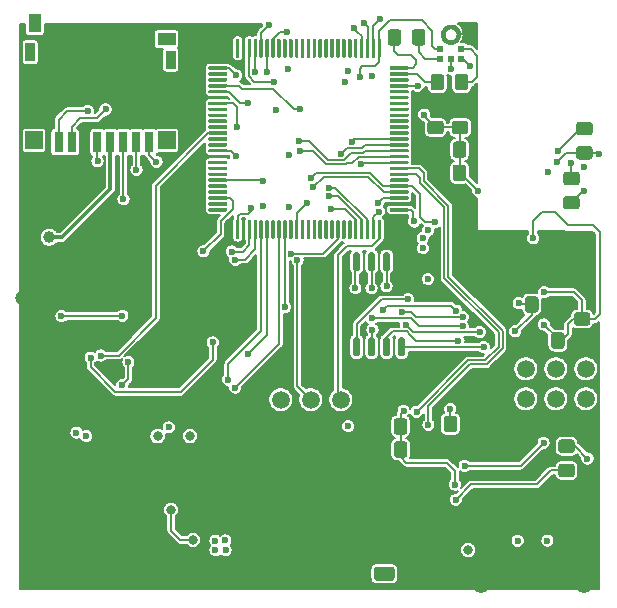
<source format=gbr>
G04 #@! TF.GenerationSoftware,KiCad,Pcbnew,(5.1.6)-1*
G04 #@! TF.CreationDate,2020-10-17T23:58:27+09:00*
G04 #@! TF.ProjectId,guardianCam_Wifi,67756172-6469-4616-9e43-616d5f576966,rev?*
G04 #@! TF.SameCoordinates,Original*
G04 #@! TF.FileFunction,Copper,L4,Bot*
G04 #@! TF.FilePolarity,Positive*
%FSLAX46Y46*%
G04 Gerber Fmt 4.6, Leading zero omitted, Abs format (unit mm)*
G04 Created by KiCad (PCBNEW (5.1.6)-1) date 2020-10-17 23:58:27*
%MOMM*%
%LPD*%
G01*
G04 APERTURE LIST*
G04 #@! TA.AperFunction,EtchedComponent*
%ADD10C,0.001000*%
G04 #@! TD*
G04 #@! TA.AperFunction,SMDPad,CuDef*
%ADD11R,0.762000X1.803400*%
G04 #@! TD*
G04 #@! TA.AperFunction,SMDPad,CuDef*
%ADD12R,1.498600X1.498600*%
G04 #@! TD*
G04 #@! TA.AperFunction,SMDPad,CuDef*
%ADD13R,0.838200X1.549400*%
G04 #@! TD*
G04 #@! TA.AperFunction,SMDPad,CuDef*
%ADD14R,1.549400X1.041400*%
G04 #@! TD*
G04 #@! TA.AperFunction,SMDPad,CuDef*
%ADD15R,1.041400X1.549400*%
G04 #@! TD*
G04 #@! TA.AperFunction,ComponentPad*
%ADD16O,1.100000X2.200000*%
G04 #@! TD*
G04 #@! TA.AperFunction,ComponentPad*
%ADD17O,1.300000X2.600000*%
G04 #@! TD*
G04 #@! TA.AperFunction,ComponentPad*
%ADD18C,1.500000*%
G04 #@! TD*
G04 #@! TA.AperFunction,Conductor*
%ADD19R,0.100000X0.100000*%
G04 #@! TD*
G04 #@! TA.AperFunction,SMDPad,CuDef*
%ADD20R,0.600000X0.522000*%
G04 #@! TD*
G04 #@! TA.AperFunction,ComponentPad*
%ADD21O,1.750000X1.200000*%
G04 #@! TD*
G04 #@! TA.AperFunction,ViaPad*
%ADD22C,0.600000*%
G04 #@! TD*
G04 #@! TA.AperFunction,ViaPad*
%ADD23C,1.200000*%
G04 #@! TD*
G04 #@! TA.AperFunction,ViaPad*
%ADD24C,1.000000*%
G04 #@! TD*
G04 #@! TA.AperFunction,ViaPad*
%ADD25C,0.800000*%
G04 #@! TD*
G04 #@! TA.AperFunction,Conductor*
%ADD26C,0.200000*%
G04 #@! TD*
G04 #@! TA.AperFunction,Conductor*
%ADD27C,0.350000*%
G04 #@! TD*
G04 APERTURE END LIST*
D10*
G36*
X138370000Y-109070000D02*
G01*
X138370000Y-109370000D01*
X138323392Y-109368926D01*
X138281898Y-109365661D01*
X138240632Y-109360228D01*
X138199707Y-109352643D01*
X138159235Y-109342926D01*
X138119327Y-109331105D01*
X138080092Y-109317211D01*
X138041638Y-109301283D01*
X138004070Y-109283364D01*
X137967492Y-109263504D01*
X137932003Y-109241756D01*
X137897701Y-109218181D01*
X137864680Y-109192843D01*
X137833031Y-109165812D01*
X137802839Y-109137161D01*
X137774188Y-109106969D01*
X137747157Y-109075320D01*
X137721819Y-109042299D01*
X137698244Y-109007997D01*
X137676496Y-108972508D01*
X137656636Y-108935930D01*
X137638717Y-108898362D01*
X137622789Y-108859908D01*
X137608895Y-108820673D01*
X137597074Y-108780765D01*
X137587357Y-108740293D01*
X137579772Y-108699368D01*
X137574339Y-108658102D01*
X137571074Y-108616608D01*
X137570000Y-108580000D01*
X137571137Y-108536561D01*
X137574547Y-108493241D01*
X137580219Y-108450159D01*
X137588137Y-108407433D01*
X137598282Y-108365180D01*
X137610623Y-108323516D01*
X137625128Y-108282555D01*
X137641757Y-108242409D01*
X137660465Y-108203188D01*
X137681199Y-108165000D01*
X137703903Y-108127950D01*
X137728516Y-108092138D01*
X137754969Y-108057664D01*
X137783190Y-108024622D01*
X137813101Y-107993101D01*
X137844622Y-107963190D01*
X137877664Y-107934969D01*
X137912138Y-107908516D01*
X137947950Y-107883903D01*
X137985000Y-107861199D01*
X138023188Y-107840465D01*
X138062409Y-107821757D01*
X138102555Y-107805128D01*
X138143516Y-107790623D01*
X138185180Y-107778282D01*
X138227433Y-107768137D01*
X138270159Y-107760219D01*
X138313241Y-107754547D01*
X138356561Y-107751137D01*
X138400000Y-107750000D01*
X138410000Y-107750000D01*
X138450822Y-107751069D01*
X138491532Y-107754273D01*
X138532019Y-107759603D01*
X138572171Y-107767045D01*
X138611879Y-107776578D01*
X138651033Y-107788176D01*
X138689527Y-107801807D01*
X138727255Y-107817435D01*
X138764113Y-107835015D01*
X138800000Y-107854500D01*
X138834818Y-107875837D01*
X138868472Y-107898967D01*
X138900870Y-107923826D01*
X138931922Y-107950347D01*
X138961543Y-107978457D01*
X138989653Y-108008078D01*
X139016174Y-108039130D01*
X139041033Y-108071528D01*
X139064163Y-108105182D01*
X139085500Y-108140000D01*
X139104985Y-108175887D01*
X139122565Y-108212745D01*
X139138193Y-108250473D01*
X139151824Y-108288967D01*
X139163422Y-108328121D01*
X139172955Y-108367829D01*
X139180397Y-108407981D01*
X139185727Y-108448468D01*
X139188931Y-108489178D01*
X139190000Y-108530000D01*
X139190000Y-108560000D01*
X139188890Y-108602392D01*
X139185563Y-108644668D01*
X139180028Y-108686712D01*
X139172300Y-108728408D01*
X139162400Y-108769643D01*
X139150356Y-108810304D01*
X139136200Y-108850278D01*
X139119972Y-108889457D01*
X139101715Y-108927732D01*
X139081481Y-108965000D01*
X139059323Y-109001158D01*
X139035304Y-109036106D01*
X139009488Y-109069750D01*
X138981947Y-109101996D01*
X138952756Y-109132756D01*
X138921996Y-109161947D01*
X138889750Y-109189488D01*
X138856106Y-109215304D01*
X138821158Y-109239323D01*
X138785000Y-109261481D01*
X138747732Y-109281715D01*
X138709457Y-109299972D01*
X138670278Y-109316200D01*
X138630304Y-109330356D01*
X138589643Y-109342400D01*
X138548408Y-109352300D01*
X138506712Y-109360028D01*
X138464668Y-109365563D01*
X138422392Y-109368890D01*
X138380000Y-109370000D01*
X138380000Y-109070000D01*
X138402625Y-109069717D01*
X138429016Y-109068103D01*
X138455286Y-109065110D01*
X138481363Y-109060746D01*
X138507177Y-109055023D01*
X138532655Y-109047958D01*
X138557729Y-109039568D01*
X138582329Y-109029878D01*
X138606388Y-109018913D01*
X138629841Y-109006705D01*
X138652622Y-108993285D01*
X138674670Y-108978692D01*
X138695924Y-108962965D01*
X138716326Y-108946147D01*
X138735820Y-108928284D01*
X138754352Y-108909426D01*
X138771871Y-108889624D01*
X138788331Y-108868931D01*
X138803684Y-108847406D01*
X138817891Y-108825107D01*
X138830910Y-108802095D01*
X138842708Y-108778433D01*
X138853251Y-108754186D01*
X138862510Y-108729420D01*
X138870461Y-108704204D01*
X138877081Y-108678606D01*
X138882352Y-108652697D01*
X138886260Y-108626547D01*
X138888795Y-108600229D01*
X138890000Y-108570000D01*
X138889287Y-108542785D01*
X138887151Y-108515645D01*
X138883598Y-108488654D01*
X138878637Y-108461886D01*
X138872281Y-108435414D01*
X138864549Y-108409311D01*
X138855462Y-108383649D01*
X138845044Y-108358497D01*
X138833323Y-108333925D01*
X138820333Y-108310000D01*
X138806109Y-108286788D01*
X138790689Y-108264352D01*
X138774116Y-108242753D01*
X138756435Y-108222052D01*
X138737696Y-108202304D01*
X138717948Y-108183565D01*
X138697247Y-108165884D01*
X138675648Y-108149311D01*
X138653212Y-108133891D01*
X138630000Y-108119667D01*
X138606075Y-108106677D01*
X138581503Y-108094956D01*
X138556351Y-108084538D01*
X138530689Y-108075451D01*
X138504586Y-108067719D01*
X138478114Y-108061363D01*
X138451346Y-108056402D01*
X138424355Y-108052849D01*
X138397215Y-108050713D01*
X138370000Y-108050000D01*
X138360000Y-108050000D01*
X138334355Y-108050672D01*
X138308781Y-108052684D01*
X138283347Y-108056033D01*
X138258123Y-108060708D01*
X138233179Y-108066696D01*
X138208582Y-108073982D01*
X138184400Y-108082546D01*
X138160699Y-108092363D01*
X138137545Y-108103407D01*
X138115000Y-108115648D01*
X138093127Y-108129051D01*
X138071985Y-108143582D01*
X138051633Y-108159198D01*
X138032126Y-108175859D01*
X138013518Y-108193518D01*
X137995859Y-108212126D01*
X137979198Y-108231633D01*
X137963582Y-108251985D01*
X137949051Y-108273127D01*
X137935648Y-108295000D01*
X137923407Y-108317545D01*
X137912363Y-108340699D01*
X137902546Y-108364400D01*
X137893982Y-108388582D01*
X137886696Y-108413179D01*
X137880708Y-108438123D01*
X137876033Y-108463347D01*
X137872684Y-108488781D01*
X137870672Y-108514355D01*
X137870000Y-108540000D01*
X137870000Y-108570000D01*
X137870685Y-108596168D01*
X137872739Y-108622264D01*
X137876156Y-108648217D01*
X137880926Y-108673956D01*
X137887037Y-108699410D01*
X137894472Y-108724508D01*
X137903210Y-108749184D01*
X137913227Y-108773368D01*
X137924497Y-108796995D01*
X137936987Y-108820000D01*
X137950665Y-108842320D01*
X137965492Y-108863893D01*
X137981427Y-108884660D01*
X137998428Y-108904565D01*
X138016447Y-108923553D01*
X138035435Y-108941572D01*
X138055340Y-108958573D01*
X138076107Y-108974508D01*
X138097680Y-108989335D01*
X138120000Y-109003013D01*
X138143005Y-109015503D01*
X138166632Y-109026773D01*
X138190816Y-109036790D01*
X138215492Y-109045528D01*
X138240590Y-109052963D01*
X138266044Y-109059074D01*
X138291783Y-109063844D01*
X138317736Y-109067261D01*
X138343832Y-109069315D01*
X138370000Y-109070000D01*
G37*
X138370000Y-109070000D02*
X138370000Y-109370000D01*
X138323392Y-109368926D01*
X138281898Y-109365661D01*
X138240632Y-109360228D01*
X138199707Y-109352643D01*
X138159235Y-109342926D01*
X138119327Y-109331105D01*
X138080092Y-109317211D01*
X138041638Y-109301283D01*
X138004070Y-109283364D01*
X137967492Y-109263504D01*
X137932003Y-109241756D01*
X137897701Y-109218181D01*
X137864680Y-109192843D01*
X137833031Y-109165812D01*
X137802839Y-109137161D01*
X137774188Y-109106969D01*
X137747157Y-109075320D01*
X137721819Y-109042299D01*
X137698244Y-109007997D01*
X137676496Y-108972508D01*
X137656636Y-108935930D01*
X137638717Y-108898362D01*
X137622789Y-108859908D01*
X137608895Y-108820673D01*
X137597074Y-108780765D01*
X137587357Y-108740293D01*
X137579772Y-108699368D01*
X137574339Y-108658102D01*
X137571074Y-108616608D01*
X137570000Y-108580000D01*
X137571137Y-108536561D01*
X137574547Y-108493241D01*
X137580219Y-108450159D01*
X137588137Y-108407433D01*
X137598282Y-108365180D01*
X137610623Y-108323516D01*
X137625128Y-108282555D01*
X137641757Y-108242409D01*
X137660465Y-108203188D01*
X137681199Y-108165000D01*
X137703903Y-108127950D01*
X137728516Y-108092138D01*
X137754969Y-108057664D01*
X137783190Y-108024622D01*
X137813101Y-107993101D01*
X137844622Y-107963190D01*
X137877664Y-107934969D01*
X137912138Y-107908516D01*
X137947950Y-107883903D01*
X137985000Y-107861199D01*
X138023188Y-107840465D01*
X138062409Y-107821757D01*
X138102555Y-107805128D01*
X138143516Y-107790623D01*
X138185180Y-107778282D01*
X138227433Y-107768137D01*
X138270159Y-107760219D01*
X138313241Y-107754547D01*
X138356561Y-107751137D01*
X138400000Y-107750000D01*
X138410000Y-107750000D01*
X138450822Y-107751069D01*
X138491532Y-107754273D01*
X138532019Y-107759603D01*
X138572171Y-107767045D01*
X138611879Y-107776578D01*
X138651033Y-107788176D01*
X138689527Y-107801807D01*
X138727255Y-107817435D01*
X138764113Y-107835015D01*
X138800000Y-107854500D01*
X138834818Y-107875837D01*
X138868472Y-107898967D01*
X138900870Y-107923826D01*
X138931922Y-107950347D01*
X138961543Y-107978457D01*
X138989653Y-108008078D01*
X139016174Y-108039130D01*
X139041033Y-108071528D01*
X139064163Y-108105182D01*
X139085500Y-108140000D01*
X139104985Y-108175887D01*
X139122565Y-108212745D01*
X139138193Y-108250473D01*
X139151824Y-108288967D01*
X139163422Y-108328121D01*
X139172955Y-108367829D01*
X139180397Y-108407981D01*
X139185727Y-108448468D01*
X139188931Y-108489178D01*
X139190000Y-108530000D01*
X139190000Y-108560000D01*
X139188890Y-108602392D01*
X139185563Y-108644668D01*
X139180028Y-108686712D01*
X139172300Y-108728408D01*
X139162400Y-108769643D01*
X139150356Y-108810304D01*
X139136200Y-108850278D01*
X139119972Y-108889457D01*
X139101715Y-108927732D01*
X139081481Y-108965000D01*
X139059323Y-109001158D01*
X139035304Y-109036106D01*
X139009488Y-109069750D01*
X138981947Y-109101996D01*
X138952756Y-109132756D01*
X138921996Y-109161947D01*
X138889750Y-109189488D01*
X138856106Y-109215304D01*
X138821158Y-109239323D01*
X138785000Y-109261481D01*
X138747732Y-109281715D01*
X138709457Y-109299972D01*
X138670278Y-109316200D01*
X138630304Y-109330356D01*
X138589643Y-109342400D01*
X138548408Y-109352300D01*
X138506712Y-109360028D01*
X138464668Y-109365563D01*
X138422392Y-109368890D01*
X138380000Y-109370000D01*
X138380000Y-109070000D01*
X138402625Y-109069717D01*
X138429016Y-109068103D01*
X138455286Y-109065110D01*
X138481363Y-109060746D01*
X138507177Y-109055023D01*
X138532655Y-109047958D01*
X138557729Y-109039568D01*
X138582329Y-109029878D01*
X138606388Y-109018913D01*
X138629841Y-109006705D01*
X138652622Y-108993285D01*
X138674670Y-108978692D01*
X138695924Y-108962965D01*
X138716326Y-108946147D01*
X138735820Y-108928284D01*
X138754352Y-108909426D01*
X138771871Y-108889624D01*
X138788331Y-108868931D01*
X138803684Y-108847406D01*
X138817891Y-108825107D01*
X138830910Y-108802095D01*
X138842708Y-108778433D01*
X138853251Y-108754186D01*
X138862510Y-108729420D01*
X138870461Y-108704204D01*
X138877081Y-108678606D01*
X138882352Y-108652697D01*
X138886260Y-108626547D01*
X138888795Y-108600229D01*
X138890000Y-108570000D01*
X138889287Y-108542785D01*
X138887151Y-108515645D01*
X138883598Y-108488654D01*
X138878637Y-108461886D01*
X138872281Y-108435414D01*
X138864549Y-108409311D01*
X138855462Y-108383649D01*
X138845044Y-108358497D01*
X138833323Y-108333925D01*
X138820333Y-108310000D01*
X138806109Y-108286788D01*
X138790689Y-108264352D01*
X138774116Y-108242753D01*
X138756435Y-108222052D01*
X138737696Y-108202304D01*
X138717948Y-108183565D01*
X138697247Y-108165884D01*
X138675648Y-108149311D01*
X138653212Y-108133891D01*
X138630000Y-108119667D01*
X138606075Y-108106677D01*
X138581503Y-108094956D01*
X138556351Y-108084538D01*
X138530689Y-108075451D01*
X138504586Y-108067719D01*
X138478114Y-108061363D01*
X138451346Y-108056402D01*
X138424355Y-108052849D01*
X138397215Y-108050713D01*
X138370000Y-108050000D01*
X138360000Y-108050000D01*
X138334355Y-108050672D01*
X138308781Y-108052684D01*
X138283347Y-108056033D01*
X138258123Y-108060708D01*
X138233179Y-108066696D01*
X138208582Y-108073982D01*
X138184400Y-108082546D01*
X138160699Y-108092363D01*
X138137545Y-108103407D01*
X138115000Y-108115648D01*
X138093127Y-108129051D01*
X138071985Y-108143582D01*
X138051633Y-108159198D01*
X138032126Y-108175859D01*
X138013518Y-108193518D01*
X137995859Y-108212126D01*
X137979198Y-108231633D01*
X137963582Y-108251985D01*
X137949051Y-108273127D01*
X137935648Y-108295000D01*
X137923407Y-108317545D01*
X137912363Y-108340699D01*
X137902546Y-108364400D01*
X137893982Y-108388582D01*
X137886696Y-108413179D01*
X137880708Y-108438123D01*
X137876033Y-108463347D01*
X137872684Y-108488781D01*
X137870672Y-108514355D01*
X137870000Y-108540000D01*
X137870000Y-108570000D01*
X137870685Y-108596168D01*
X137872739Y-108622264D01*
X137876156Y-108648217D01*
X137880926Y-108673956D01*
X137887037Y-108699410D01*
X137894472Y-108724508D01*
X137903210Y-108749184D01*
X137913227Y-108773368D01*
X137924497Y-108796995D01*
X137936987Y-108820000D01*
X137950665Y-108842320D01*
X137965492Y-108863893D01*
X137981427Y-108884660D01*
X137998428Y-108904565D01*
X138016447Y-108923553D01*
X138035435Y-108941572D01*
X138055340Y-108958573D01*
X138076107Y-108974508D01*
X138097680Y-108989335D01*
X138120000Y-109003013D01*
X138143005Y-109015503D01*
X138166632Y-109026773D01*
X138190816Y-109036790D01*
X138215492Y-109045528D01*
X138240590Y-109052963D01*
X138266044Y-109059074D01*
X138291783Y-109063844D01*
X138317736Y-109067261D01*
X138343832Y-109069315D01*
X138370000Y-109070000D01*
G04 #@! TA.AperFunction,SMDPad,CuDef*
G36*
G01*
X132685000Y-143269999D02*
X132685000Y-144170001D01*
G75*
G02*
X132435001Y-144420000I-249999J0D01*
G01*
X131784999Y-144420000D01*
G75*
G02*
X131535000Y-144170001I0J249999D01*
G01*
X131535000Y-143269999D01*
G75*
G02*
X131784999Y-143020000I249999J0D01*
G01*
X132435001Y-143020000D01*
G75*
G02*
X132685000Y-143269999I0J-249999D01*
G01*
G37*
G04 #@! TD.AperFunction*
G04 #@! TA.AperFunction,SMDPad,CuDef*
G36*
G01*
X134735000Y-143269999D02*
X134735000Y-144170001D01*
G75*
G02*
X134485001Y-144420000I-249999J0D01*
G01*
X133834999Y-144420000D01*
G75*
G02*
X133585000Y-144170001I0J249999D01*
G01*
X133585000Y-143269999D01*
G75*
G02*
X133834999Y-143020000I249999J0D01*
G01*
X134485001Y-143020000D01*
G75*
G02*
X134735000Y-143269999I0J-249999D01*
G01*
G37*
G04 #@! TD.AperFunction*
G04 #@! TA.AperFunction,SMDPad,CuDef*
G36*
G01*
X139835000Y-142010001D02*
X139835000Y-141109999D01*
G75*
G02*
X140084999Y-140860000I249999J0D01*
G01*
X140735001Y-140860000D01*
G75*
G02*
X140985000Y-141109999I0J-249999D01*
G01*
X140985000Y-142010001D01*
G75*
G02*
X140735001Y-142260000I-249999J0D01*
G01*
X140084999Y-142260000D01*
G75*
G02*
X139835000Y-142010001I0J249999D01*
G01*
G37*
G04 #@! TD.AperFunction*
G04 #@! TA.AperFunction,SMDPad,CuDef*
G36*
G01*
X137785000Y-142010001D02*
X137785000Y-141109999D01*
G75*
G02*
X138034999Y-140860000I249999J0D01*
G01*
X138685001Y-140860000D01*
G75*
G02*
X138935000Y-141109999I0J-249999D01*
G01*
X138935000Y-142010001D01*
G75*
G02*
X138685001Y-142260000I-249999J0D01*
G01*
X138034999Y-142260000D01*
G75*
G02*
X137785000Y-142010001I0J249999D01*
G01*
G37*
G04 #@! TD.AperFunction*
G04 #@! TA.AperFunction,SMDPad,CuDef*
G36*
G01*
X132670000Y-141309999D02*
X132670000Y-142210001D01*
G75*
G02*
X132420001Y-142460000I-249999J0D01*
G01*
X131769999Y-142460000D01*
G75*
G02*
X131520000Y-142210001I0J249999D01*
G01*
X131520000Y-141309999D01*
G75*
G02*
X131769999Y-141060000I249999J0D01*
G01*
X132420001Y-141060000D01*
G75*
G02*
X132670000Y-141309999I0J-249999D01*
G01*
G37*
G04 #@! TD.AperFunction*
G04 #@! TA.AperFunction,SMDPad,CuDef*
G36*
G01*
X134720000Y-141309999D02*
X134720000Y-142210001D01*
G75*
G02*
X134470001Y-142460000I-249999J0D01*
G01*
X133819999Y-142460000D01*
G75*
G02*
X133570000Y-142210001I0J249999D01*
G01*
X133570000Y-141309999D01*
G75*
G02*
X133819999Y-141060000I249999J0D01*
G01*
X134470001Y-141060000D01*
G75*
G02*
X134720000Y-141309999I0J-249999D01*
G01*
G37*
G04 #@! TD.AperFunction*
D11*
X112889288Y-117700701D03*
X111789288Y-117700701D03*
X110689287Y-117700701D03*
X109589287Y-117700701D03*
X108489289Y-117700701D03*
X107389289Y-117700701D03*
X106289289Y-117700701D03*
X105189288Y-117700701D03*
D12*
X114365000Y-117548301D03*
X103115000Y-117548301D03*
D13*
X114695208Y-110723702D03*
X102784792Y-110073701D03*
D14*
X114339684Y-108969700D03*
D15*
X103185706Y-107648702D03*
D16*
X141000000Y-149250000D03*
X149640000Y-149250000D03*
D17*
X141000000Y-154610000D03*
X149640000Y-154610000D03*
D18*
X147290000Y-136890000D03*
X144750000Y-136890000D03*
X131620000Y-139500000D03*
X149830000Y-139420000D03*
X147290000Y-139430000D03*
X144750000Y-139430000D03*
X149830000Y-136890000D03*
X124000000Y-139500000D03*
X126540000Y-139500000D03*
X129080000Y-139500000D03*
G04 #@! TA.AperFunction,SMDPad,CuDef*
G36*
G01*
X130275000Y-134230000D02*
X130575000Y-134230000D01*
G75*
G02*
X130725000Y-134380000I0J-150000D01*
G01*
X130725000Y-135680000D01*
G75*
G02*
X130575000Y-135830000I-150000J0D01*
G01*
X130275000Y-135830000D01*
G75*
G02*
X130125000Y-135680000I0J150000D01*
G01*
X130125000Y-134380000D01*
G75*
G02*
X130275000Y-134230000I150000J0D01*
G01*
G37*
G04 #@! TD.AperFunction*
G04 #@! TA.AperFunction,SMDPad,CuDef*
G36*
G01*
X131545000Y-134230000D02*
X131845000Y-134230000D01*
G75*
G02*
X131995000Y-134380000I0J-150000D01*
G01*
X131995000Y-135680000D01*
G75*
G02*
X131845000Y-135830000I-150000J0D01*
G01*
X131545000Y-135830000D01*
G75*
G02*
X131395000Y-135680000I0J150000D01*
G01*
X131395000Y-134380000D01*
G75*
G02*
X131545000Y-134230000I150000J0D01*
G01*
G37*
G04 #@! TD.AperFunction*
G04 #@! TA.AperFunction,SMDPad,CuDef*
G36*
G01*
X132815000Y-134230000D02*
X133115000Y-134230000D01*
G75*
G02*
X133265000Y-134380000I0J-150000D01*
G01*
X133265000Y-135680000D01*
G75*
G02*
X133115000Y-135830000I-150000J0D01*
G01*
X132815000Y-135830000D01*
G75*
G02*
X132665000Y-135680000I0J150000D01*
G01*
X132665000Y-134380000D01*
G75*
G02*
X132815000Y-134230000I150000J0D01*
G01*
G37*
G04 #@! TD.AperFunction*
G04 #@! TA.AperFunction,SMDPad,CuDef*
G36*
G01*
X134085000Y-134230000D02*
X134385000Y-134230000D01*
G75*
G02*
X134535000Y-134380000I0J-150000D01*
G01*
X134535000Y-135680000D01*
G75*
G02*
X134385000Y-135830000I-150000J0D01*
G01*
X134085000Y-135830000D01*
G75*
G02*
X133935000Y-135680000I0J150000D01*
G01*
X133935000Y-134380000D01*
G75*
G02*
X134085000Y-134230000I150000J0D01*
G01*
G37*
G04 #@! TD.AperFunction*
G04 #@! TA.AperFunction,SMDPad,CuDef*
G36*
G01*
X134085000Y-127030000D02*
X134385000Y-127030000D01*
G75*
G02*
X134535000Y-127180000I0J-150000D01*
G01*
X134535000Y-128480000D01*
G75*
G02*
X134385000Y-128630000I-150000J0D01*
G01*
X134085000Y-128630000D01*
G75*
G02*
X133935000Y-128480000I0J150000D01*
G01*
X133935000Y-127180000D01*
G75*
G02*
X134085000Y-127030000I150000J0D01*
G01*
G37*
G04 #@! TD.AperFunction*
G04 #@! TA.AperFunction,SMDPad,CuDef*
G36*
G01*
X132815000Y-127030000D02*
X133115000Y-127030000D01*
G75*
G02*
X133265000Y-127180000I0J-150000D01*
G01*
X133265000Y-128480000D01*
G75*
G02*
X133115000Y-128630000I-150000J0D01*
G01*
X132815000Y-128630000D01*
G75*
G02*
X132665000Y-128480000I0J150000D01*
G01*
X132665000Y-127180000D01*
G75*
G02*
X132815000Y-127030000I150000J0D01*
G01*
G37*
G04 #@! TD.AperFunction*
G04 #@! TA.AperFunction,SMDPad,CuDef*
G36*
G01*
X131545000Y-127030000D02*
X131845000Y-127030000D01*
G75*
G02*
X131995000Y-127180000I0J-150000D01*
G01*
X131995000Y-128480000D01*
G75*
G02*
X131845000Y-128630000I-150000J0D01*
G01*
X131545000Y-128630000D01*
G75*
G02*
X131395000Y-128480000I0J150000D01*
G01*
X131395000Y-127180000D01*
G75*
G02*
X131545000Y-127030000I150000J0D01*
G01*
G37*
G04 #@! TD.AperFunction*
G04 #@! TA.AperFunction,SMDPad,CuDef*
G36*
G01*
X130275000Y-127030000D02*
X130575000Y-127030000D01*
G75*
G02*
X130725000Y-127180000I0J-150000D01*
G01*
X130725000Y-128480000D01*
G75*
G02*
X130575000Y-128630000I-150000J0D01*
G01*
X130275000Y-128630000D01*
G75*
G02*
X130125000Y-128480000I0J150000D01*
G01*
X130125000Y-127180000D01*
G75*
G02*
X130275000Y-127030000I150000J0D01*
G01*
G37*
G04 #@! TD.AperFunction*
G04 #@! TA.AperFunction,SMDPad,CuDef*
G36*
G01*
X148650001Y-144015000D02*
X147749999Y-144015000D01*
G75*
G02*
X147500000Y-143765001I0J249999D01*
G01*
X147500000Y-143114999D01*
G75*
G02*
X147749999Y-142865000I249999J0D01*
G01*
X148650001Y-142865000D01*
G75*
G02*
X148900000Y-143114999I0J-249999D01*
G01*
X148900000Y-143765001D01*
G75*
G02*
X148650001Y-144015000I-249999J0D01*
G01*
G37*
G04 #@! TD.AperFunction*
G04 #@! TA.AperFunction,SMDPad,CuDef*
G36*
G01*
X148650001Y-146065000D02*
X147749999Y-146065000D01*
G75*
G02*
X147500000Y-145815001I0J249999D01*
G01*
X147500000Y-145164999D01*
G75*
G02*
X147749999Y-144915000I249999J0D01*
G01*
X148650001Y-144915000D01*
G75*
G02*
X148900000Y-145164999I0J-249999D01*
G01*
X148900000Y-145815001D01*
G75*
G02*
X148650001Y-146065000I-249999J0D01*
G01*
G37*
G04 #@! TD.AperFunction*
G04 #@! TA.AperFunction,SMDPad,CuDef*
G36*
G01*
X138735000Y-113070001D02*
X138735000Y-112169999D01*
G75*
G02*
X138984999Y-111920000I249999J0D01*
G01*
X139635001Y-111920000D01*
G75*
G02*
X139885000Y-112169999I0J-249999D01*
G01*
X139885000Y-113070001D01*
G75*
G02*
X139635001Y-113320000I-249999J0D01*
G01*
X138984999Y-113320000D01*
G75*
G02*
X138735000Y-113070001I0J249999D01*
G01*
G37*
G04 #@! TD.AperFunction*
G04 #@! TA.AperFunction,SMDPad,CuDef*
G36*
G01*
X136685000Y-113070001D02*
X136685000Y-112169999D01*
G75*
G02*
X136934999Y-111920000I249999J0D01*
G01*
X137585001Y-111920000D01*
G75*
G02*
X137835000Y-112169999I0J-249999D01*
G01*
X137835000Y-113070001D01*
G75*
G02*
X137585001Y-113320000I-249999J0D01*
G01*
X136934999Y-113320000D01*
G75*
G02*
X136685000Y-113070001I0J249999D01*
G01*
G37*
G04 #@! TD.AperFunction*
G04 #@! TA.AperFunction,SMDPad,CuDef*
G36*
G01*
X135105000Y-109270001D02*
X135105000Y-108369999D01*
G75*
G02*
X135354999Y-108120000I249999J0D01*
G01*
X136005001Y-108120000D01*
G75*
G02*
X136255000Y-108369999I0J-249999D01*
G01*
X136255000Y-109270001D01*
G75*
G02*
X136005001Y-109520000I-249999J0D01*
G01*
X135354999Y-109520000D01*
G75*
G02*
X135105000Y-109270001I0J249999D01*
G01*
G37*
G04 #@! TD.AperFunction*
G04 #@! TA.AperFunction,SMDPad,CuDef*
G36*
G01*
X133055000Y-109270001D02*
X133055000Y-108369999D01*
G75*
G02*
X133304999Y-108120000I249999J0D01*
G01*
X133955001Y-108120000D01*
G75*
G02*
X134205000Y-108369999I0J-249999D01*
G01*
X134205000Y-109270001D01*
G75*
G02*
X133955001Y-109520000I-249999J0D01*
G01*
X133304999Y-109520000D01*
G75*
G02*
X133055000Y-109270001I0J249999D01*
G01*
G37*
G04 #@! TD.AperFunction*
D19*
X139030000Y-108580000D03*
D20*
X139280000Y-109812000D03*
X139280000Y-110634000D03*
X138380000Y-110634000D03*
X137480000Y-110634000D03*
X137480000Y-109812000D03*
G04 #@! TA.AperFunction,SMDPad,CuDef*
G36*
G01*
X137655000Y-119839999D02*
X137655000Y-120740001D01*
G75*
G02*
X137405001Y-120990000I-249999J0D01*
G01*
X136754999Y-120990000D01*
G75*
G02*
X136505000Y-120740001I0J249999D01*
G01*
X136505000Y-119839999D01*
G75*
G02*
X136754999Y-119590000I249999J0D01*
G01*
X137405001Y-119590000D01*
G75*
G02*
X137655000Y-119839999I0J-249999D01*
G01*
G37*
G04 #@! TD.AperFunction*
G04 #@! TA.AperFunction,SMDPad,CuDef*
G36*
G01*
X139705000Y-119839999D02*
X139705000Y-120740001D01*
G75*
G02*
X139455001Y-120990000I-249999J0D01*
G01*
X138804999Y-120990000D01*
G75*
G02*
X138555000Y-120740001I0J249999D01*
G01*
X138555000Y-119839999D01*
G75*
G02*
X138804999Y-119590000I249999J0D01*
G01*
X139455001Y-119590000D01*
G75*
G02*
X139705000Y-119839999I0J-249999D01*
G01*
G37*
G04 #@! TD.AperFunction*
G04 #@! TA.AperFunction,SMDPad,CuDef*
G36*
G01*
X137675000Y-117879999D02*
X137675000Y-118780001D01*
G75*
G02*
X137425001Y-119030000I-249999J0D01*
G01*
X136774999Y-119030000D01*
G75*
G02*
X136525000Y-118780001I0J249999D01*
G01*
X136525000Y-117879999D01*
G75*
G02*
X136774999Y-117630000I249999J0D01*
G01*
X137425001Y-117630000D01*
G75*
G02*
X137675000Y-117879999I0J-249999D01*
G01*
G37*
G04 #@! TD.AperFunction*
G04 #@! TA.AperFunction,SMDPad,CuDef*
G36*
G01*
X139725000Y-117879999D02*
X139725000Y-118780001D01*
G75*
G02*
X139475001Y-119030000I-249999J0D01*
G01*
X138824999Y-119030000D01*
G75*
G02*
X138575000Y-118780001I0J249999D01*
G01*
X138575000Y-117879999D01*
G75*
G02*
X138824999Y-117630000I249999J0D01*
G01*
X139475001Y-117630000D01*
G75*
G02*
X139725000Y-117879999I0J-249999D01*
G01*
G37*
G04 #@! TD.AperFunction*
G04 #@! TA.AperFunction,SMDPad,CuDef*
G36*
G01*
X139650001Y-114980000D02*
X138749999Y-114980000D01*
G75*
G02*
X138500000Y-114730001I0J249999D01*
G01*
X138500000Y-114079999D01*
G75*
G02*
X138749999Y-113830000I249999J0D01*
G01*
X139650001Y-113830000D01*
G75*
G02*
X139900000Y-114079999I0J-249999D01*
G01*
X139900000Y-114730001D01*
G75*
G02*
X139650001Y-114980000I-249999J0D01*
G01*
G37*
G04 #@! TD.AperFunction*
G04 #@! TA.AperFunction,SMDPad,CuDef*
G36*
G01*
X139650001Y-117030000D02*
X138749999Y-117030000D01*
G75*
G02*
X138500000Y-116780001I0J249999D01*
G01*
X138500000Y-116129999D01*
G75*
G02*
X138749999Y-115880000I249999J0D01*
G01*
X139650001Y-115880000D01*
G75*
G02*
X139900000Y-116129999I0J-249999D01*
G01*
X139900000Y-116780001D01*
G75*
G02*
X139650001Y-117030000I-249999J0D01*
G01*
G37*
G04 #@! TD.AperFunction*
G04 #@! TA.AperFunction,SMDPad,CuDef*
G36*
G01*
X137550001Y-114975000D02*
X136649999Y-114975000D01*
G75*
G02*
X136400000Y-114725001I0J249999D01*
G01*
X136400000Y-114074999D01*
G75*
G02*
X136649999Y-113825000I249999J0D01*
G01*
X137550001Y-113825000D01*
G75*
G02*
X137800000Y-114074999I0J-249999D01*
G01*
X137800000Y-114725001D01*
G75*
G02*
X137550001Y-114975000I-249999J0D01*
G01*
G37*
G04 #@! TD.AperFunction*
G04 #@! TA.AperFunction,SMDPad,CuDef*
G36*
G01*
X137550001Y-117025000D02*
X136649999Y-117025000D01*
G75*
G02*
X136400000Y-116775001I0J249999D01*
G01*
X136400000Y-116124999D01*
G75*
G02*
X136649999Y-115875000I249999J0D01*
G01*
X137550001Y-115875000D01*
G75*
G02*
X137800000Y-116124999I0J-249999D01*
G01*
X137800000Y-116775001D01*
G75*
G02*
X137550001Y-117025000I-249999J0D01*
G01*
G37*
G04 #@! TD.AperFunction*
G04 #@! TA.AperFunction,SMDPad,CuDef*
G36*
G01*
X146740000Y-131890001D02*
X146740000Y-130989999D01*
G75*
G02*
X146989999Y-130740000I249999J0D01*
G01*
X147640001Y-130740000D01*
G75*
G02*
X147890000Y-130989999I0J-249999D01*
G01*
X147890000Y-131890001D01*
G75*
G02*
X147640001Y-132140000I-249999J0D01*
G01*
X146989999Y-132140000D01*
G75*
G02*
X146740000Y-131890001I0J249999D01*
G01*
G37*
G04 #@! TD.AperFunction*
G04 #@! TA.AperFunction,SMDPad,CuDef*
G36*
G01*
X144690000Y-131890001D02*
X144690000Y-130989999D01*
G75*
G02*
X144939999Y-130740000I249999J0D01*
G01*
X145590001Y-130740000D01*
G75*
G02*
X145840000Y-130989999I0J-249999D01*
G01*
X145840000Y-131890001D01*
G75*
G02*
X145590001Y-132140000I-249999J0D01*
G01*
X144939999Y-132140000D01*
G75*
G02*
X144690000Y-131890001I0J249999D01*
G01*
G37*
G04 #@! TD.AperFunction*
G04 #@! TA.AperFunction,SMDPad,CuDef*
G36*
G01*
X149970001Y-133245000D02*
X149069999Y-133245000D01*
G75*
G02*
X148820000Y-132995001I0J249999D01*
G01*
X148820000Y-132344999D01*
G75*
G02*
X149069999Y-132095000I249999J0D01*
G01*
X149970001Y-132095000D01*
G75*
G02*
X150220000Y-132344999I0J-249999D01*
G01*
X150220000Y-132995001D01*
G75*
G02*
X149970001Y-133245000I-249999J0D01*
G01*
G37*
G04 #@! TD.AperFunction*
G04 #@! TA.AperFunction,SMDPad,CuDef*
G36*
G01*
X149970001Y-135295000D02*
X149069999Y-135295000D01*
G75*
G02*
X148820000Y-135045001I0J249999D01*
G01*
X148820000Y-134394999D01*
G75*
G02*
X149069999Y-134145000I249999J0D01*
G01*
X149970001Y-134145000D01*
G75*
G02*
X150220000Y-134394999I0J-249999D01*
G01*
X150220000Y-135045001D01*
G75*
G02*
X149970001Y-135295000I-249999J0D01*
G01*
G37*
G04 #@! TD.AperFunction*
G04 #@! TA.AperFunction,SMDPad,CuDef*
G36*
G01*
X149259999Y-118020000D02*
X150160001Y-118020000D01*
G75*
G02*
X150410000Y-118269999I0J-249999D01*
G01*
X150410000Y-118920001D01*
G75*
G02*
X150160001Y-119170000I-249999J0D01*
G01*
X149259999Y-119170000D01*
G75*
G02*
X149010000Y-118920001I0J249999D01*
G01*
X149010000Y-118269999D01*
G75*
G02*
X149259999Y-118020000I249999J0D01*
G01*
G37*
G04 #@! TD.AperFunction*
G04 #@! TA.AperFunction,SMDPad,CuDef*
G36*
G01*
X149259999Y-115970000D02*
X150160001Y-115970000D01*
G75*
G02*
X150410000Y-116219999I0J-249999D01*
G01*
X150410000Y-116870001D01*
G75*
G02*
X150160001Y-117120000I-249999J0D01*
G01*
X149259999Y-117120000D01*
G75*
G02*
X149010000Y-116870001I0J249999D01*
G01*
X149010000Y-116219999D01*
G75*
G02*
X149259999Y-115970000I249999J0D01*
G01*
G37*
G04 #@! TD.AperFunction*
G04 #@! TA.AperFunction,SMDPad,CuDef*
G36*
G01*
X146885000Y-134960001D02*
X146885000Y-134059999D01*
G75*
G02*
X147134999Y-133810000I249999J0D01*
G01*
X147785001Y-133810000D01*
G75*
G02*
X148035000Y-134059999I0J-249999D01*
G01*
X148035000Y-134960001D01*
G75*
G02*
X147785001Y-135210000I-249999J0D01*
G01*
X147134999Y-135210000D01*
G75*
G02*
X146885000Y-134960001I0J249999D01*
G01*
G37*
G04 #@! TD.AperFunction*
G04 #@! TA.AperFunction,SMDPad,CuDef*
G36*
G01*
X144835000Y-134960001D02*
X144835000Y-134059999D01*
G75*
G02*
X145084999Y-133810000I249999J0D01*
G01*
X145735001Y-133810000D01*
G75*
G02*
X145985000Y-134059999I0J-249999D01*
G01*
X145985000Y-134960001D01*
G75*
G02*
X145735001Y-135210000I-249999J0D01*
G01*
X145084999Y-135210000D01*
G75*
G02*
X144835000Y-134960001I0J249999D01*
G01*
G37*
G04 #@! TD.AperFunction*
G04 #@! TA.AperFunction,SMDPad,CuDef*
G36*
G01*
X148159999Y-122245000D02*
X149060001Y-122245000D01*
G75*
G02*
X149310000Y-122494999I0J-249999D01*
G01*
X149310000Y-123145001D01*
G75*
G02*
X149060001Y-123395000I-249999J0D01*
G01*
X148159999Y-123395000D01*
G75*
G02*
X147910000Y-123145001I0J249999D01*
G01*
X147910000Y-122494999D01*
G75*
G02*
X148159999Y-122245000I249999J0D01*
G01*
G37*
G04 #@! TD.AperFunction*
G04 #@! TA.AperFunction,SMDPad,CuDef*
G36*
G01*
X148159999Y-120195000D02*
X149060001Y-120195000D01*
G75*
G02*
X149310000Y-120444999I0J-249999D01*
G01*
X149310000Y-121095001D01*
G75*
G02*
X149060001Y-121345000I-249999J0D01*
G01*
X148159999Y-121345000D01*
G75*
G02*
X147910000Y-121095001I0J249999D01*
G01*
X147910000Y-120444999D01*
G75*
G02*
X148159999Y-120195000I249999J0D01*
G01*
G37*
G04 #@! TD.AperFunction*
D21*
X132770000Y-152240000D03*
G04 #@! TA.AperFunction,ComponentPad*
G36*
G01*
X133395001Y-154840000D02*
X132144999Y-154840000D01*
G75*
G02*
X131895000Y-154590001I0J249999D01*
G01*
X131895000Y-153889999D01*
G75*
G02*
X132144999Y-153640000I249999J0D01*
G01*
X133395001Y-153640000D01*
G75*
G02*
X133645000Y-153889999I0J-249999D01*
G01*
X133645000Y-154590001D01*
G75*
G02*
X133395001Y-154840000I-249999J0D01*
G01*
G37*
G04 #@! TD.AperFunction*
G04 #@! TA.AperFunction,SMDPad,CuDef*
G36*
G01*
X120200000Y-125820000D02*
X120200000Y-124370000D01*
G75*
G02*
X120275000Y-124295000I75000J0D01*
G01*
X120425000Y-124295000D01*
G75*
G02*
X120500000Y-124370000I0J-75000D01*
G01*
X120500000Y-125820000D01*
G75*
G02*
X120425000Y-125895000I-75000J0D01*
G01*
X120275000Y-125895000D01*
G75*
G02*
X120200000Y-125820000I0J75000D01*
G01*
G37*
G04 #@! TD.AperFunction*
G04 #@! TA.AperFunction,SMDPad,CuDef*
G36*
G01*
X120700000Y-125820000D02*
X120700000Y-124370000D01*
G75*
G02*
X120775000Y-124295000I75000J0D01*
G01*
X120925000Y-124295000D01*
G75*
G02*
X121000000Y-124370000I0J-75000D01*
G01*
X121000000Y-125820000D01*
G75*
G02*
X120925000Y-125895000I-75000J0D01*
G01*
X120775000Y-125895000D01*
G75*
G02*
X120700000Y-125820000I0J75000D01*
G01*
G37*
G04 #@! TD.AperFunction*
G04 #@! TA.AperFunction,SMDPad,CuDef*
G36*
G01*
X121200000Y-125820000D02*
X121200000Y-124370000D01*
G75*
G02*
X121275000Y-124295000I75000J0D01*
G01*
X121425000Y-124295000D01*
G75*
G02*
X121500000Y-124370000I0J-75000D01*
G01*
X121500000Y-125820000D01*
G75*
G02*
X121425000Y-125895000I-75000J0D01*
G01*
X121275000Y-125895000D01*
G75*
G02*
X121200000Y-125820000I0J75000D01*
G01*
G37*
G04 #@! TD.AperFunction*
G04 #@! TA.AperFunction,SMDPad,CuDef*
G36*
G01*
X121700000Y-125820000D02*
X121700000Y-124370000D01*
G75*
G02*
X121775000Y-124295000I75000J0D01*
G01*
X121925000Y-124295000D01*
G75*
G02*
X122000000Y-124370000I0J-75000D01*
G01*
X122000000Y-125820000D01*
G75*
G02*
X121925000Y-125895000I-75000J0D01*
G01*
X121775000Y-125895000D01*
G75*
G02*
X121700000Y-125820000I0J75000D01*
G01*
G37*
G04 #@! TD.AperFunction*
G04 #@! TA.AperFunction,SMDPad,CuDef*
G36*
G01*
X122200000Y-125820000D02*
X122200000Y-124370000D01*
G75*
G02*
X122275000Y-124295000I75000J0D01*
G01*
X122425000Y-124295000D01*
G75*
G02*
X122500000Y-124370000I0J-75000D01*
G01*
X122500000Y-125820000D01*
G75*
G02*
X122425000Y-125895000I-75000J0D01*
G01*
X122275000Y-125895000D01*
G75*
G02*
X122200000Y-125820000I0J75000D01*
G01*
G37*
G04 #@! TD.AperFunction*
G04 #@! TA.AperFunction,SMDPad,CuDef*
G36*
G01*
X122700000Y-125820000D02*
X122700000Y-124370000D01*
G75*
G02*
X122775000Y-124295000I75000J0D01*
G01*
X122925000Y-124295000D01*
G75*
G02*
X123000000Y-124370000I0J-75000D01*
G01*
X123000000Y-125820000D01*
G75*
G02*
X122925000Y-125895000I-75000J0D01*
G01*
X122775000Y-125895000D01*
G75*
G02*
X122700000Y-125820000I0J75000D01*
G01*
G37*
G04 #@! TD.AperFunction*
G04 #@! TA.AperFunction,SMDPad,CuDef*
G36*
G01*
X123200000Y-125820000D02*
X123200000Y-124370000D01*
G75*
G02*
X123275000Y-124295000I75000J0D01*
G01*
X123425000Y-124295000D01*
G75*
G02*
X123500000Y-124370000I0J-75000D01*
G01*
X123500000Y-125820000D01*
G75*
G02*
X123425000Y-125895000I-75000J0D01*
G01*
X123275000Y-125895000D01*
G75*
G02*
X123200000Y-125820000I0J75000D01*
G01*
G37*
G04 #@! TD.AperFunction*
G04 #@! TA.AperFunction,SMDPad,CuDef*
G36*
G01*
X123700000Y-125820000D02*
X123700000Y-124370000D01*
G75*
G02*
X123775000Y-124295000I75000J0D01*
G01*
X123925000Y-124295000D01*
G75*
G02*
X124000000Y-124370000I0J-75000D01*
G01*
X124000000Y-125820000D01*
G75*
G02*
X123925000Y-125895000I-75000J0D01*
G01*
X123775000Y-125895000D01*
G75*
G02*
X123700000Y-125820000I0J75000D01*
G01*
G37*
G04 #@! TD.AperFunction*
G04 #@! TA.AperFunction,SMDPad,CuDef*
G36*
G01*
X124200000Y-125820000D02*
X124200000Y-124370000D01*
G75*
G02*
X124275000Y-124295000I75000J0D01*
G01*
X124425000Y-124295000D01*
G75*
G02*
X124500000Y-124370000I0J-75000D01*
G01*
X124500000Y-125820000D01*
G75*
G02*
X124425000Y-125895000I-75000J0D01*
G01*
X124275000Y-125895000D01*
G75*
G02*
X124200000Y-125820000I0J75000D01*
G01*
G37*
G04 #@! TD.AperFunction*
G04 #@! TA.AperFunction,SMDPad,CuDef*
G36*
G01*
X124700000Y-125820000D02*
X124700000Y-124370000D01*
G75*
G02*
X124775000Y-124295000I75000J0D01*
G01*
X124925000Y-124295000D01*
G75*
G02*
X125000000Y-124370000I0J-75000D01*
G01*
X125000000Y-125820000D01*
G75*
G02*
X124925000Y-125895000I-75000J0D01*
G01*
X124775000Y-125895000D01*
G75*
G02*
X124700000Y-125820000I0J75000D01*
G01*
G37*
G04 #@! TD.AperFunction*
G04 #@! TA.AperFunction,SMDPad,CuDef*
G36*
G01*
X125200000Y-125820000D02*
X125200000Y-124370000D01*
G75*
G02*
X125275000Y-124295000I75000J0D01*
G01*
X125425000Y-124295000D01*
G75*
G02*
X125500000Y-124370000I0J-75000D01*
G01*
X125500000Y-125820000D01*
G75*
G02*
X125425000Y-125895000I-75000J0D01*
G01*
X125275000Y-125895000D01*
G75*
G02*
X125200000Y-125820000I0J75000D01*
G01*
G37*
G04 #@! TD.AperFunction*
G04 #@! TA.AperFunction,SMDPad,CuDef*
G36*
G01*
X125700000Y-125820000D02*
X125700000Y-124370000D01*
G75*
G02*
X125775000Y-124295000I75000J0D01*
G01*
X125925000Y-124295000D01*
G75*
G02*
X126000000Y-124370000I0J-75000D01*
G01*
X126000000Y-125820000D01*
G75*
G02*
X125925000Y-125895000I-75000J0D01*
G01*
X125775000Y-125895000D01*
G75*
G02*
X125700000Y-125820000I0J75000D01*
G01*
G37*
G04 #@! TD.AperFunction*
G04 #@! TA.AperFunction,SMDPad,CuDef*
G36*
G01*
X126200000Y-125820000D02*
X126200000Y-124370000D01*
G75*
G02*
X126275000Y-124295000I75000J0D01*
G01*
X126425000Y-124295000D01*
G75*
G02*
X126500000Y-124370000I0J-75000D01*
G01*
X126500000Y-125820000D01*
G75*
G02*
X126425000Y-125895000I-75000J0D01*
G01*
X126275000Y-125895000D01*
G75*
G02*
X126200000Y-125820000I0J75000D01*
G01*
G37*
G04 #@! TD.AperFunction*
G04 #@! TA.AperFunction,SMDPad,CuDef*
G36*
G01*
X126700000Y-125820000D02*
X126700000Y-124370000D01*
G75*
G02*
X126775000Y-124295000I75000J0D01*
G01*
X126925000Y-124295000D01*
G75*
G02*
X127000000Y-124370000I0J-75000D01*
G01*
X127000000Y-125820000D01*
G75*
G02*
X126925000Y-125895000I-75000J0D01*
G01*
X126775000Y-125895000D01*
G75*
G02*
X126700000Y-125820000I0J75000D01*
G01*
G37*
G04 #@! TD.AperFunction*
G04 #@! TA.AperFunction,SMDPad,CuDef*
G36*
G01*
X127200000Y-125820000D02*
X127200000Y-124370000D01*
G75*
G02*
X127275000Y-124295000I75000J0D01*
G01*
X127425000Y-124295000D01*
G75*
G02*
X127500000Y-124370000I0J-75000D01*
G01*
X127500000Y-125820000D01*
G75*
G02*
X127425000Y-125895000I-75000J0D01*
G01*
X127275000Y-125895000D01*
G75*
G02*
X127200000Y-125820000I0J75000D01*
G01*
G37*
G04 #@! TD.AperFunction*
G04 #@! TA.AperFunction,SMDPad,CuDef*
G36*
G01*
X127700000Y-125820000D02*
X127700000Y-124370000D01*
G75*
G02*
X127775000Y-124295000I75000J0D01*
G01*
X127925000Y-124295000D01*
G75*
G02*
X128000000Y-124370000I0J-75000D01*
G01*
X128000000Y-125820000D01*
G75*
G02*
X127925000Y-125895000I-75000J0D01*
G01*
X127775000Y-125895000D01*
G75*
G02*
X127700000Y-125820000I0J75000D01*
G01*
G37*
G04 #@! TD.AperFunction*
G04 #@! TA.AperFunction,SMDPad,CuDef*
G36*
G01*
X128200000Y-125820000D02*
X128200000Y-124370000D01*
G75*
G02*
X128275000Y-124295000I75000J0D01*
G01*
X128425000Y-124295000D01*
G75*
G02*
X128500000Y-124370000I0J-75000D01*
G01*
X128500000Y-125820000D01*
G75*
G02*
X128425000Y-125895000I-75000J0D01*
G01*
X128275000Y-125895000D01*
G75*
G02*
X128200000Y-125820000I0J75000D01*
G01*
G37*
G04 #@! TD.AperFunction*
G04 #@! TA.AperFunction,SMDPad,CuDef*
G36*
G01*
X128700000Y-125820000D02*
X128700000Y-124370000D01*
G75*
G02*
X128775000Y-124295000I75000J0D01*
G01*
X128925000Y-124295000D01*
G75*
G02*
X129000000Y-124370000I0J-75000D01*
G01*
X129000000Y-125820000D01*
G75*
G02*
X128925000Y-125895000I-75000J0D01*
G01*
X128775000Y-125895000D01*
G75*
G02*
X128700000Y-125820000I0J75000D01*
G01*
G37*
G04 #@! TD.AperFunction*
G04 #@! TA.AperFunction,SMDPad,CuDef*
G36*
G01*
X129200000Y-125820000D02*
X129200000Y-124370000D01*
G75*
G02*
X129275000Y-124295000I75000J0D01*
G01*
X129425000Y-124295000D01*
G75*
G02*
X129500000Y-124370000I0J-75000D01*
G01*
X129500000Y-125820000D01*
G75*
G02*
X129425000Y-125895000I-75000J0D01*
G01*
X129275000Y-125895000D01*
G75*
G02*
X129200000Y-125820000I0J75000D01*
G01*
G37*
G04 #@! TD.AperFunction*
G04 #@! TA.AperFunction,SMDPad,CuDef*
G36*
G01*
X129700000Y-125820000D02*
X129700000Y-124370000D01*
G75*
G02*
X129775000Y-124295000I75000J0D01*
G01*
X129925000Y-124295000D01*
G75*
G02*
X130000000Y-124370000I0J-75000D01*
G01*
X130000000Y-125820000D01*
G75*
G02*
X129925000Y-125895000I-75000J0D01*
G01*
X129775000Y-125895000D01*
G75*
G02*
X129700000Y-125820000I0J75000D01*
G01*
G37*
G04 #@! TD.AperFunction*
G04 #@! TA.AperFunction,SMDPad,CuDef*
G36*
G01*
X130200000Y-125820000D02*
X130200000Y-124370000D01*
G75*
G02*
X130275000Y-124295000I75000J0D01*
G01*
X130425000Y-124295000D01*
G75*
G02*
X130500000Y-124370000I0J-75000D01*
G01*
X130500000Y-125820000D01*
G75*
G02*
X130425000Y-125895000I-75000J0D01*
G01*
X130275000Y-125895000D01*
G75*
G02*
X130200000Y-125820000I0J75000D01*
G01*
G37*
G04 #@! TD.AperFunction*
G04 #@! TA.AperFunction,SMDPad,CuDef*
G36*
G01*
X130700000Y-125820000D02*
X130700000Y-124370000D01*
G75*
G02*
X130775000Y-124295000I75000J0D01*
G01*
X130925000Y-124295000D01*
G75*
G02*
X131000000Y-124370000I0J-75000D01*
G01*
X131000000Y-125820000D01*
G75*
G02*
X130925000Y-125895000I-75000J0D01*
G01*
X130775000Y-125895000D01*
G75*
G02*
X130700000Y-125820000I0J75000D01*
G01*
G37*
G04 #@! TD.AperFunction*
G04 #@! TA.AperFunction,SMDPad,CuDef*
G36*
G01*
X131200000Y-125820000D02*
X131200000Y-124370000D01*
G75*
G02*
X131275000Y-124295000I75000J0D01*
G01*
X131425000Y-124295000D01*
G75*
G02*
X131500000Y-124370000I0J-75000D01*
G01*
X131500000Y-125820000D01*
G75*
G02*
X131425000Y-125895000I-75000J0D01*
G01*
X131275000Y-125895000D01*
G75*
G02*
X131200000Y-125820000I0J75000D01*
G01*
G37*
G04 #@! TD.AperFunction*
G04 #@! TA.AperFunction,SMDPad,CuDef*
G36*
G01*
X131700000Y-125820000D02*
X131700000Y-124370000D01*
G75*
G02*
X131775000Y-124295000I75000J0D01*
G01*
X131925000Y-124295000D01*
G75*
G02*
X132000000Y-124370000I0J-75000D01*
G01*
X132000000Y-125820000D01*
G75*
G02*
X131925000Y-125895000I-75000J0D01*
G01*
X131775000Y-125895000D01*
G75*
G02*
X131700000Y-125820000I0J75000D01*
G01*
G37*
G04 #@! TD.AperFunction*
G04 #@! TA.AperFunction,SMDPad,CuDef*
G36*
G01*
X132200000Y-125820000D02*
X132200000Y-124370000D01*
G75*
G02*
X132275000Y-124295000I75000J0D01*
G01*
X132425000Y-124295000D01*
G75*
G02*
X132500000Y-124370000I0J-75000D01*
G01*
X132500000Y-125820000D01*
G75*
G02*
X132425000Y-125895000I-75000J0D01*
G01*
X132275000Y-125895000D01*
G75*
G02*
X132200000Y-125820000I0J75000D01*
G01*
G37*
G04 #@! TD.AperFunction*
G04 #@! TA.AperFunction,SMDPad,CuDef*
G36*
G01*
X133225000Y-123495000D02*
X133225000Y-123345000D01*
G75*
G02*
X133300000Y-123270000I75000J0D01*
G01*
X134750000Y-123270000D01*
G75*
G02*
X134825000Y-123345000I0J-75000D01*
G01*
X134825000Y-123495000D01*
G75*
G02*
X134750000Y-123570000I-75000J0D01*
G01*
X133300000Y-123570000D01*
G75*
G02*
X133225000Y-123495000I0J75000D01*
G01*
G37*
G04 #@! TD.AperFunction*
G04 #@! TA.AperFunction,SMDPad,CuDef*
G36*
G01*
X133225000Y-122995000D02*
X133225000Y-122845000D01*
G75*
G02*
X133300000Y-122770000I75000J0D01*
G01*
X134750000Y-122770000D01*
G75*
G02*
X134825000Y-122845000I0J-75000D01*
G01*
X134825000Y-122995000D01*
G75*
G02*
X134750000Y-123070000I-75000J0D01*
G01*
X133300000Y-123070000D01*
G75*
G02*
X133225000Y-122995000I0J75000D01*
G01*
G37*
G04 #@! TD.AperFunction*
G04 #@! TA.AperFunction,SMDPad,CuDef*
G36*
G01*
X133225000Y-122495000D02*
X133225000Y-122345000D01*
G75*
G02*
X133300000Y-122270000I75000J0D01*
G01*
X134750000Y-122270000D01*
G75*
G02*
X134825000Y-122345000I0J-75000D01*
G01*
X134825000Y-122495000D01*
G75*
G02*
X134750000Y-122570000I-75000J0D01*
G01*
X133300000Y-122570000D01*
G75*
G02*
X133225000Y-122495000I0J75000D01*
G01*
G37*
G04 #@! TD.AperFunction*
G04 #@! TA.AperFunction,SMDPad,CuDef*
G36*
G01*
X133225000Y-121995000D02*
X133225000Y-121845000D01*
G75*
G02*
X133300000Y-121770000I75000J0D01*
G01*
X134750000Y-121770000D01*
G75*
G02*
X134825000Y-121845000I0J-75000D01*
G01*
X134825000Y-121995000D01*
G75*
G02*
X134750000Y-122070000I-75000J0D01*
G01*
X133300000Y-122070000D01*
G75*
G02*
X133225000Y-121995000I0J75000D01*
G01*
G37*
G04 #@! TD.AperFunction*
G04 #@! TA.AperFunction,SMDPad,CuDef*
G36*
G01*
X133225000Y-121495000D02*
X133225000Y-121345000D01*
G75*
G02*
X133300000Y-121270000I75000J0D01*
G01*
X134750000Y-121270000D01*
G75*
G02*
X134825000Y-121345000I0J-75000D01*
G01*
X134825000Y-121495000D01*
G75*
G02*
X134750000Y-121570000I-75000J0D01*
G01*
X133300000Y-121570000D01*
G75*
G02*
X133225000Y-121495000I0J75000D01*
G01*
G37*
G04 #@! TD.AperFunction*
G04 #@! TA.AperFunction,SMDPad,CuDef*
G36*
G01*
X133225000Y-120995000D02*
X133225000Y-120845000D01*
G75*
G02*
X133300000Y-120770000I75000J0D01*
G01*
X134750000Y-120770000D01*
G75*
G02*
X134825000Y-120845000I0J-75000D01*
G01*
X134825000Y-120995000D01*
G75*
G02*
X134750000Y-121070000I-75000J0D01*
G01*
X133300000Y-121070000D01*
G75*
G02*
X133225000Y-120995000I0J75000D01*
G01*
G37*
G04 #@! TD.AperFunction*
G04 #@! TA.AperFunction,SMDPad,CuDef*
G36*
G01*
X133225000Y-120495000D02*
X133225000Y-120345000D01*
G75*
G02*
X133300000Y-120270000I75000J0D01*
G01*
X134750000Y-120270000D01*
G75*
G02*
X134825000Y-120345000I0J-75000D01*
G01*
X134825000Y-120495000D01*
G75*
G02*
X134750000Y-120570000I-75000J0D01*
G01*
X133300000Y-120570000D01*
G75*
G02*
X133225000Y-120495000I0J75000D01*
G01*
G37*
G04 #@! TD.AperFunction*
G04 #@! TA.AperFunction,SMDPad,CuDef*
G36*
G01*
X133225000Y-119995000D02*
X133225000Y-119845000D01*
G75*
G02*
X133300000Y-119770000I75000J0D01*
G01*
X134750000Y-119770000D01*
G75*
G02*
X134825000Y-119845000I0J-75000D01*
G01*
X134825000Y-119995000D01*
G75*
G02*
X134750000Y-120070000I-75000J0D01*
G01*
X133300000Y-120070000D01*
G75*
G02*
X133225000Y-119995000I0J75000D01*
G01*
G37*
G04 #@! TD.AperFunction*
G04 #@! TA.AperFunction,SMDPad,CuDef*
G36*
G01*
X133225000Y-119495000D02*
X133225000Y-119345000D01*
G75*
G02*
X133300000Y-119270000I75000J0D01*
G01*
X134750000Y-119270000D01*
G75*
G02*
X134825000Y-119345000I0J-75000D01*
G01*
X134825000Y-119495000D01*
G75*
G02*
X134750000Y-119570000I-75000J0D01*
G01*
X133300000Y-119570000D01*
G75*
G02*
X133225000Y-119495000I0J75000D01*
G01*
G37*
G04 #@! TD.AperFunction*
G04 #@! TA.AperFunction,SMDPad,CuDef*
G36*
G01*
X133225000Y-118995000D02*
X133225000Y-118845000D01*
G75*
G02*
X133300000Y-118770000I75000J0D01*
G01*
X134750000Y-118770000D01*
G75*
G02*
X134825000Y-118845000I0J-75000D01*
G01*
X134825000Y-118995000D01*
G75*
G02*
X134750000Y-119070000I-75000J0D01*
G01*
X133300000Y-119070000D01*
G75*
G02*
X133225000Y-118995000I0J75000D01*
G01*
G37*
G04 #@! TD.AperFunction*
G04 #@! TA.AperFunction,SMDPad,CuDef*
G36*
G01*
X133225000Y-118495000D02*
X133225000Y-118345000D01*
G75*
G02*
X133300000Y-118270000I75000J0D01*
G01*
X134750000Y-118270000D01*
G75*
G02*
X134825000Y-118345000I0J-75000D01*
G01*
X134825000Y-118495000D01*
G75*
G02*
X134750000Y-118570000I-75000J0D01*
G01*
X133300000Y-118570000D01*
G75*
G02*
X133225000Y-118495000I0J75000D01*
G01*
G37*
G04 #@! TD.AperFunction*
G04 #@! TA.AperFunction,SMDPad,CuDef*
G36*
G01*
X133225000Y-117995000D02*
X133225000Y-117845000D01*
G75*
G02*
X133300000Y-117770000I75000J0D01*
G01*
X134750000Y-117770000D01*
G75*
G02*
X134825000Y-117845000I0J-75000D01*
G01*
X134825000Y-117995000D01*
G75*
G02*
X134750000Y-118070000I-75000J0D01*
G01*
X133300000Y-118070000D01*
G75*
G02*
X133225000Y-117995000I0J75000D01*
G01*
G37*
G04 #@! TD.AperFunction*
G04 #@! TA.AperFunction,SMDPad,CuDef*
G36*
G01*
X133225000Y-117495000D02*
X133225000Y-117345000D01*
G75*
G02*
X133300000Y-117270000I75000J0D01*
G01*
X134750000Y-117270000D01*
G75*
G02*
X134825000Y-117345000I0J-75000D01*
G01*
X134825000Y-117495000D01*
G75*
G02*
X134750000Y-117570000I-75000J0D01*
G01*
X133300000Y-117570000D01*
G75*
G02*
X133225000Y-117495000I0J75000D01*
G01*
G37*
G04 #@! TD.AperFunction*
G04 #@! TA.AperFunction,SMDPad,CuDef*
G36*
G01*
X133225000Y-116995000D02*
X133225000Y-116845000D01*
G75*
G02*
X133300000Y-116770000I75000J0D01*
G01*
X134750000Y-116770000D01*
G75*
G02*
X134825000Y-116845000I0J-75000D01*
G01*
X134825000Y-116995000D01*
G75*
G02*
X134750000Y-117070000I-75000J0D01*
G01*
X133300000Y-117070000D01*
G75*
G02*
X133225000Y-116995000I0J75000D01*
G01*
G37*
G04 #@! TD.AperFunction*
G04 #@! TA.AperFunction,SMDPad,CuDef*
G36*
G01*
X133225000Y-116495000D02*
X133225000Y-116345000D01*
G75*
G02*
X133300000Y-116270000I75000J0D01*
G01*
X134750000Y-116270000D01*
G75*
G02*
X134825000Y-116345000I0J-75000D01*
G01*
X134825000Y-116495000D01*
G75*
G02*
X134750000Y-116570000I-75000J0D01*
G01*
X133300000Y-116570000D01*
G75*
G02*
X133225000Y-116495000I0J75000D01*
G01*
G37*
G04 #@! TD.AperFunction*
G04 #@! TA.AperFunction,SMDPad,CuDef*
G36*
G01*
X133225000Y-115995000D02*
X133225000Y-115845000D01*
G75*
G02*
X133300000Y-115770000I75000J0D01*
G01*
X134750000Y-115770000D01*
G75*
G02*
X134825000Y-115845000I0J-75000D01*
G01*
X134825000Y-115995000D01*
G75*
G02*
X134750000Y-116070000I-75000J0D01*
G01*
X133300000Y-116070000D01*
G75*
G02*
X133225000Y-115995000I0J75000D01*
G01*
G37*
G04 #@! TD.AperFunction*
G04 #@! TA.AperFunction,SMDPad,CuDef*
G36*
G01*
X133225000Y-115495000D02*
X133225000Y-115345000D01*
G75*
G02*
X133300000Y-115270000I75000J0D01*
G01*
X134750000Y-115270000D01*
G75*
G02*
X134825000Y-115345000I0J-75000D01*
G01*
X134825000Y-115495000D01*
G75*
G02*
X134750000Y-115570000I-75000J0D01*
G01*
X133300000Y-115570000D01*
G75*
G02*
X133225000Y-115495000I0J75000D01*
G01*
G37*
G04 #@! TD.AperFunction*
G04 #@! TA.AperFunction,SMDPad,CuDef*
G36*
G01*
X133225000Y-114995000D02*
X133225000Y-114845000D01*
G75*
G02*
X133300000Y-114770000I75000J0D01*
G01*
X134750000Y-114770000D01*
G75*
G02*
X134825000Y-114845000I0J-75000D01*
G01*
X134825000Y-114995000D01*
G75*
G02*
X134750000Y-115070000I-75000J0D01*
G01*
X133300000Y-115070000D01*
G75*
G02*
X133225000Y-114995000I0J75000D01*
G01*
G37*
G04 #@! TD.AperFunction*
G04 #@! TA.AperFunction,SMDPad,CuDef*
G36*
G01*
X133225000Y-114495000D02*
X133225000Y-114345000D01*
G75*
G02*
X133300000Y-114270000I75000J0D01*
G01*
X134750000Y-114270000D01*
G75*
G02*
X134825000Y-114345000I0J-75000D01*
G01*
X134825000Y-114495000D01*
G75*
G02*
X134750000Y-114570000I-75000J0D01*
G01*
X133300000Y-114570000D01*
G75*
G02*
X133225000Y-114495000I0J75000D01*
G01*
G37*
G04 #@! TD.AperFunction*
G04 #@! TA.AperFunction,SMDPad,CuDef*
G36*
G01*
X133225000Y-113995000D02*
X133225000Y-113845000D01*
G75*
G02*
X133300000Y-113770000I75000J0D01*
G01*
X134750000Y-113770000D01*
G75*
G02*
X134825000Y-113845000I0J-75000D01*
G01*
X134825000Y-113995000D01*
G75*
G02*
X134750000Y-114070000I-75000J0D01*
G01*
X133300000Y-114070000D01*
G75*
G02*
X133225000Y-113995000I0J75000D01*
G01*
G37*
G04 #@! TD.AperFunction*
G04 #@! TA.AperFunction,SMDPad,CuDef*
G36*
G01*
X133225000Y-113495000D02*
X133225000Y-113345000D01*
G75*
G02*
X133300000Y-113270000I75000J0D01*
G01*
X134750000Y-113270000D01*
G75*
G02*
X134825000Y-113345000I0J-75000D01*
G01*
X134825000Y-113495000D01*
G75*
G02*
X134750000Y-113570000I-75000J0D01*
G01*
X133300000Y-113570000D01*
G75*
G02*
X133225000Y-113495000I0J75000D01*
G01*
G37*
G04 #@! TD.AperFunction*
G04 #@! TA.AperFunction,SMDPad,CuDef*
G36*
G01*
X133225000Y-112995000D02*
X133225000Y-112845000D01*
G75*
G02*
X133300000Y-112770000I75000J0D01*
G01*
X134750000Y-112770000D01*
G75*
G02*
X134825000Y-112845000I0J-75000D01*
G01*
X134825000Y-112995000D01*
G75*
G02*
X134750000Y-113070000I-75000J0D01*
G01*
X133300000Y-113070000D01*
G75*
G02*
X133225000Y-112995000I0J75000D01*
G01*
G37*
G04 #@! TD.AperFunction*
G04 #@! TA.AperFunction,SMDPad,CuDef*
G36*
G01*
X133225000Y-112495000D02*
X133225000Y-112345000D01*
G75*
G02*
X133300000Y-112270000I75000J0D01*
G01*
X134750000Y-112270000D01*
G75*
G02*
X134825000Y-112345000I0J-75000D01*
G01*
X134825000Y-112495000D01*
G75*
G02*
X134750000Y-112570000I-75000J0D01*
G01*
X133300000Y-112570000D01*
G75*
G02*
X133225000Y-112495000I0J75000D01*
G01*
G37*
G04 #@! TD.AperFunction*
G04 #@! TA.AperFunction,SMDPad,CuDef*
G36*
G01*
X133225000Y-111995000D02*
X133225000Y-111845000D01*
G75*
G02*
X133300000Y-111770000I75000J0D01*
G01*
X134750000Y-111770000D01*
G75*
G02*
X134825000Y-111845000I0J-75000D01*
G01*
X134825000Y-111995000D01*
G75*
G02*
X134750000Y-112070000I-75000J0D01*
G01*
X133300000Y-112070000D01*
G75*
G02*
X133225000Y-111995000I0J75000D01*
G01*
G37*
G04 #@! TD.AperFunction*
G04 #@! TA.AperFunction,SMDPad,CuDef*
G36*
G01*
X133225000Y-111495000D02*
X133225000Y-111345000D01*
G75*
G02*
X133300000Y-111270000I75000J0D01*
G01*
X134750000Y-111270000D01*
G75*
G02*
X134825000Y-111345000I0J-75000D01*
G01*
X134825000Y-111495000D01*
G75*
G02*
X134750000Y-111570000I-75000J0D01*
G01*
X133300000Y-111570000D01*
G75*
G02*
X133225000Y-111495000I0J75000D01*
G01*
G37*
G04 #@! TD.AperFunction*
G04 #@! TA.AperFunction,SMDPad,CuDef*
G36*
G01*
X132200000Y-110470000D02*
X132200000Y-109020000D01*
G75*
G02*
X132275000Y-108945000I75000J0D01*
G01*
X132425000Y-108945000D01*
G75*
G02*
X132500000Y-109020000I0J-75000D01*
G01*
X132500000Y-110470000D01*
G75*
G02*
X132425000Y-110545000I-75000J0D01*
G01*
X132275000Y-110545000D01*
G75*
G02*
X132200000Y-110470000I0J75000D01*
G01*
G37*
G04 #@! TD.AperFunction*
G04 #@! TA.AperFunction,SMDPad,CuDef*
G36*
G01*
X131700000Y-110470000D02*
X131700000Y-109020000D01*
G75*
G02*
X131775000Y-108945000I75000J0D01*
G01*
X131925000Y-108945000D01*
G75*
G02*
X132000000Y-109020000I0J-75000D01*
G01*
X132000000Y-110470000D01*
G75*
G02*
X131925000Y-110545000I-75000J0D01*
G01*
X131775000Y-110545000D01*
G75*
G02*
X131700000Y-110470000I0J75000D01*
G01*
G37*
G04 #@! TD.AperFunction*
G04 #@! TA.AperFunction,SMDPad,CuDef*
G36*
G01*
X131200000Y-110470000D02*
X131200000Y-109020000D01*
G75*
G02*
X131275000Y-108945000I75000J0D01*
G01*
X131425000Y-108945000D01*
G75*
G02*
X131500000Y-109020000I0J-75000D01*
G01*
X131500000Y-110470000D01*
G75*
G02*
X131425000Y-110545000I-75000J0D01*
G01*
X131275000Y-110545000D01*
G75*
G02*
X131200000Y-110470000I0J75000D01*
G01*
G37*
G04 #@! TD.AperFunction*
G04 #@! TA.AperFunction,SMDPad,CuDef*
G36*
G01*
X130700000Y-110470000D02*
X130700000Y-109020000D01*
G75*
G02*
X130775000Y-108945000I75000J0D01*
G01*
X130925000Y-108945000D01*
G75*
G02*
X131000000Y-109020000I0J-75000D01*
G01*
X131000000Y-110470000D01*
G75*
G02*
X130925000Y-110545000I-75000J0D01*
G01*
X130775000Y-110545000D01*
G75*
G02*
X130700000Y-110470000I0J75000D01*
G01*
G37*
G04 #@! TD.AperFunction*
G04 #@! TA.AperFunction,SMDPad,CuDef*
G36*
G01*
X130200000Y-110470000D02*
X130200000Y-109020000D01*
G75*
G02*
X130275000Y-108945000I75000J0D01*
G01*
X130425000Y-108945000D01*
G75*
G02*
X130500000Y-109020000I0J-75000D01*
G01*
X130500000Y-110470000D01*
G75*
G02*
X130425000Y-110545000I-75000J0D01*
G01*
X130275000Y-110545000D01*
G75*
G02*
X130200000Y-110470000I0J75000D01*
G01*
G37*
G04 #@! TD.AperFunction*
G04 #@! TA.AperFunction,SMDPad,CuDef*
G36*
G01*
X129700000Y-110470000D02*
X129700000Y-109020000D01*
G75*
G02*
X129775000Y-108945000I75000J0D01*
G01*
X129925000Y-108945000D01*
G75*
G02*
X130000000Y-109020000I0J-75000D01*
G01*
X130000000Y-110470000D01*
G75*
G02*
X129925000Y-110545000I-75000J0D01*
G01*
X129775000Y-110545000D01*
G75*
G02*
X129700000Y-110470000I0J75000D01*
G01*
G37*
G04 #@! TD.AperFunction*
G04 #@! TA.AperFunction,SMDPad,CuDef*
G36*
G01*
X129200000Y-110470000D02*
X129200000Y-109020000D01*
G75*
G02*
X129275000Y-108945000I75000J0D01*
G01*
X129425000Y-108945000D01*
G75*
G02*
X129500000Y-109020000I0J-75000D01*
G01*
X129500000Y-110470000D01*
G75*
G02*
X129425000Y-110545000I-75000J0D01*
G01*
X129275000Y-110545000D01*
G75*
G02*
X129200000Y-110470000I0J75000D01*
G01*
G37*
G04 #@! TD.AperFunction*
G04 #@! TA.AperFunction,SMDPad,CuDef*
G36*
G01*
X128700000Y-110470000D02*
X128700000Y-109020000D01*
G75*
G02*
X128775000Y-108945000I75000J0D01*
G01*
X128925000Y-108945000D01*
G75*
G02*
X129000000Y-109020000I0J-75000D01*
G01*
X129000000Y-110470000D01*
G75*
G02*
X128925000Y-110545000I-75000J0D01*
G01*
X128775000Y-110545000D01*
G75*
G02*
X128700000Y-110470000I0J75000D01*
G01*
G37*
G04 #@! TD.AperFunction*
G04 #@! TA.AperFunction,SMDPad,CuDef*
G36*
G01*
X128200000Y-110470000D02*
X128200000Y-109020000D01*
G75*
G02*
X128275000Y-108945000I75000J0D01*
G01*
X128425000Y-108945000D01*
G75*
G02*
X128500000Y-109020000I0J-75000D01*
G01*
X128500000Y-110470000D01*
G75*
G02*
X128425000Y-110545000I-75000J0D01*
G01*
X128275000Y-110545000D01*
G75*
G02*
X128200000Y-110470000I0J75000D01*
G01*
G37*
G04 #@! TD.AperFunction*
G04 #@! TA.AperFunction,SMDPad,CuDef*
G36*
G01*
X127700000Y-110470000D02*
X127700000Y-109020000D01*
G75*
G02*
X127775000Y-108945000I75000J0D01*
G01*
X127925000Y-108945000D01*
G75*
G02*
X128000000Y-109020000I0J-75000D01*
G01*
X128000000Y-110470000D01*
G75*
G02*
X127925000Y-110545000I-75000J0D01*
G01*
X127775000Y-110545000D01*
G75*
G02*
X127700000Y-110470000I0J75000D01*
G01*
G37*
G04 #@! TD.AperFunction*
G04 #@! TA.AperFunction,SMDPad,CuDef*
G36*
G01*
X127200000Y-110470000D02*
X127200000Y-109020000D01*
G75*
G02*
X127275000Y-108945000I75000J0D01*
G01*
X127425000Y-108945000D01*
G75*
G02*
X127500000Y-109020000I0J-75000D01*
G01*
X127500000Y-110470000D01*
G75*
G02*
X127425000Y-110545000I-75000J0D01*
G01*
X127275000Y-110545000D01*
G75*
G02*
X127200000Y-110470000I0J75000D01*
G01*
G37*
G04 #@! TD.AperFunction*
G04 #@! TA.AperFunction,SMDPad,CuDef*
G36*
G01*
X126700000Y-110470000D02*
X126700000Y-109020000D01*
G75*
G02*
X126775000Y-108945000I75000J0D01*
G01*
X126925000Y-108945000D01*
G75*
G02*
X127000000Y-109020000I0J-75000D01*
G01*
X127000000Y-110470000D01*
G75*
G02*
X126925000Y-110545000I-75000J0D01*
G01*
X126775000Y-110545000D01*
G75*
G02*
X126700000Y-110470000I0J75000D01*
G01*
G37*
G04 #@! TD.AperFunction*
G04 #@! TA.AperFunction,SMDPad,CuDef*
G36*
G01*
X126200000Y-110470000D02*
X126200000Y-109020000D01*
G75*
G02*
X126275000Y-108945000I75000J0D01*
G01*
X126425000Y-108945000D01*
G75*
G02*
X126500000Y-109020000I0J-75000D01*
G01*
X126500000Y-110470000D01*
G75*
G02*
X126425000Y-110545000I-75000J0D01*
G01*
X126275000Y-110545000D01*
G75*
G02*
X126200000Y-110470000I0J75000D01*
G01*
G37*
G04 #@! TD.AperFunction*
G04 #@! TA.AperFunction,SMDPad,CuDef*
G36*
G01*
X125700000Y-110470000D02*
X125700000Y-109020000D01*
G75*
G02*
X125775000Y-108945000I75000J0D01*
G01*
X125925000Y-108945000D01*
G75*
G02*
X126000000Y-109020000I0J-75000D01*
G01*
X126000000Y-110470000D01*
G75*
G02*
X125925000Y-110545000I-75000J0D01*
G01*
X125775000Y-110545000D01*
G75*
G02*
X125700000Y-110470000I0J75000D01*
G01*
G37*
G04 #@! TD.AperFunction*
G04 #@! TA.AperFunction,SMDPad,CuDef*
G36*
G01*
X125200000Y-110470000D02*
X125200000Y-109020000D01*
G75*
G02*
X125275000Y-108945000I75000J0D01*
G01*
X125425000Y-108945000D01*
G75*
G02*
X125500000Y-109020000I0J-75000D01*
G01*
X125500000Y-110470000D01*
G75*
G02*
X125425000Y-110545000I-75000J0D01*
G01*
X125275000Y-110545000D01*
G75*
G02*
X125200000Y-110470000I0J75000D01*
G01*
G37*
G04 #@! TD.AperFunction*
G04 #@! TA.AperFunction,SMDPad,CuDef*
G36*
G01*
X124700000Y-110470000D02*
X124700000Y-109020000D01*
G75*
G02*
X124775000Y-108945000I75000J0D01*
G01*
X124925000Y-108945000D01*
G75*
G02*
X125000000Y-109020000I0J-75000D01*
G01*
X125000000Y-110470000D01*
G75*
G02*
X124925000Y-110545000I-75000J0D01*
G01*
X124775000Y-110545000D01*
G75*
G02*
X124700000Y-110470000I0J75000D01*
G01*
G37*
G04 #@! TD.AperFunction*
G04 #@! TA.AperFunction,SMDPad,CuDef*
G36*
G01*
X124200000Y-110470000D02*
X124200000Y-109020000D01*
G75*
G02*
X124275000Y-108945000I75000J0D01*
G01*
X124425000Y-108945000D01*
G75*
G02*
X124500000Y-109020000I0J-75000D01*
G01*
X124500000Y-110470000D01*
G75*
G02*
X124425000Y-110545000I-75000J0D01*
G01*
X124275000Y-110545000D01*
G75*
G02*
X124200000Y-110470000I0J75000D01*
G01*
G37*
G04 #@! TD.AperFunction*
G04 #@! TA.AperFunction,SMDPad,CuDef*
G36*
G01*
X123700000Y-110470000D02*
X123700000Y-109020000D01*
G75*
G02*
X123775000Y-108945000I75000J0D01*
G01*
X123925000Y-108945000D01*
G75*
G02*
X124000000Y-109020000I0J-75000D01*
G01*
X124000000Y-110470000D01*
G75*
G02*
X123925000Y-110545000I-75000J0D01*
G01*
X123775000Y-110545000D01*
G75*
G02*
X123700000Y-110470000I0J75000D01*
G01*
G37*
G04 #@! TD.AperFunction*
G04 #@! TA.AperFunction,SMDPad,CuDef*
G36*
G01*
X123200000Y-110470000D02*
X123200000Y-109020000D01*
G75*
G02*
X123275000Y-108945000I75000J0D01*
G01*
X123425000Y-108945000D01*
G75*
G02*
X123500000Y-109020000I0J-75000D01*
G01*
X123500000Y-110470000D01*
G75*
G02*
X123425000Y-110545000I-75000J0D01*
G01*
X123275000Y-110545000D01*
G75*
G02*
X123200000Y-110470000I0J75000D01*
G01*
G37*
G04 #@! TD.AperFunction*
G04 #@! TA.AperFunction,SMDPad,CuDef*
G36*
G01*
X122700000Y-110470000D02*
X122700000Y-109020000D01*
G75*
G02*
X122775000Y-108945000I75000J0D01*
G01*
X122925000Y-108945000D01*
G75*
G02*
X123000000Y-109020000I0J-75000D01*
G01*
X123000000Y-110470000D01*
G75*
G02*
X122925000Y-110545000I-75000J0D01*
G01*
X122775000Y-110545000D01*
G75*
G02*
X122700000Y-110470000I0J75000D01*
G01*
G37*
G04 #@! TD.AperFunction*
G04 #@! TA.AperFunction,SMDPad,CuDef*
G36*
G01*
X122200000Y-110470000D02*
X122200000Y-109020000D01*
G75*
G02*
X122275000Y-108945000I75000J0D01*
G01*
X122425000Y-108945000D01*
G75*
G02*
X122500000Y-109020000I0J-75000D01*
G01*
X122500000Y-110470000D01*
G75*
G02*
X122425000Y-110545000I-75000J0D01*
G01*
X122275000Y-110545000D01*
G75*
G02*
X122200000Y-110470000I0J75000D01*
G01*
G37*
G04 #@! TD.AperFunction*
G04 #@! TA.AperFunction,SMDPad,CuDef*
G36*
G01*
X121700000Y-110470000D02*
X121700000Y-109020000D01*
G75*
G02*
X121775000Y-108945000I75000J0D01*
G01*
X121925000Y-108945000D01*
G75*
G02*
X122000000Y-109020000I0J-75000D01*
G01*
X122000000Y-110470000D01*
G75*
G02*
X121925000Y-110545000I-75000J0D01*
G01*
X121775000Y-110545000D01*
G75*
G02*
X121700000Y-110470000I0J75000D01*
G01*
G37*
G04 #@! TD.AperFunction*
G04 #@! TA.AperFunction,SMDPad,CuDef*
G36*
G01*
X121200000Y-110470000D02*
X121200000Y-109020000D01*
G75*
G02*
X121275000Y-108945000I75000J0D01*
G01*
X121425000Y-108945000D01*
G75*
G02*
X121500000Y-109020000I0J-75000D01*
G01*
X121500000Y-110470000D01*
G75*
G02*
X121425000Y-110545000I-75000J0D01*
G01*
X121275000Y-110545000D01*
G75*
G02*
X121200000Y-110470000I0J75000D01*
G01*
G37*
G04 #@! TD.AperFunction*
G04 #@! TA.AperFunction,SMDPad,CuDef*
G36*
G01*
X120700000Y-110470000D02*
X120700000Y-109020000D01*
G75*
G02*
X120775000Y-108945000I75000J0D01*
G01*
X120925000Y-108945000D01*
G75*
G02*
X121000000Y-109020000I0J-75000D01*
G01*
X121000000Y-110470000D01*
G75*
G02*
X120925000Y-110545000I-75000J0D01*
G01*
X120775000Y-110545000D01*
G75*
G02*
X120700000Y-110470000I0J75000D01*
G01*
G37*
G04 #@! TD.AperFunction*
G04 #@! TA.AperFunction,SMDPad,CuDef*
G36*
G01*
X120200000Y-110470000D02*
X120200000Y-109020000D01*
G75*
G02*
X120275000Y-108945000I75000J0D01*
G01*
X120425000Y-108945000D01*
G75*
G02*
X120500000Y-109020000I0J-75000D01*
G01*
X120500000Y-110470000D01*
G75*
G02*
X120425000Y-110545000I-75000J0D01*
G01*
X120275000Y-110545000D01*
G75*
G02*
X120200000Y-110470000I0J75000D01*
G01*
G37*
G04 #@! TD.AperFunction*
G04 #@! TA.AperFunction,SMDPad,CuDef*
G36*
G01*
X117875000Y-111495000D02*
X117875000Y-111345000D01*
G75*
G02*
X117950000Y-111270000I75000J0D01*
G01*
X119400000Y-111270000D01*
G75*
G02*
X119475000Y-111345000I0J-75000D01*
G01*
X119475000Y-111495000D01*
G75*
G02*
X119400000Y-111570000I-75000J0D01*
G01*
X117950000Y-111570000D01*
G75*
G02*
X117875000Y-111495000I0J75000D01*
G01*
G37*
G04 #@! TD.AperFunction*
G04 #@! TA.AperFunction,SMDPad,CuDef*
G36*
G01*
X117875000Y-111995000D02*
X117875000Y-111845000D01*
G75*
G02*
X117950000Y-111770000I75000J0D01*
G01*
X119400000Y-111770000D01*
G75*
G02*
X119475000Y-111845000I0J-75000D01*
G01*
X119475000Y-111995000D01*
G75*
G02*
X119400000Y-112070000I-75000J0D01*
G01*
X117950000Y-112070000D01*
G75*
G02*
X117875000Y-111995000I0J75000D01*
G01*
G37*
G04 #@! TD.AperFunction*
G04 #@! TA.AperFunction,SMDPad,CuDef*
G36*
G01*
X117875000Y-112495000D02*
X117875000Y-112345000D01*
G75*
G02*
X117950000Y-112270000I75000J0D01*
G01*
X119400000Y-112270000D01*
G75*
G02*
X119475000Y-112345000I0J-75000D01*
G01*
X119475000Y-112495000D01*
G75*
G02*
X119400000Y-112570000I-75000J0D01*
G01*
X117950000Y-112570000D01*
G75*
G02*
X117875000Y-112495000I0J75000D01*
G01*
G37*
G04 #@! TD.AperFunction*
G04 #@! TA.AperFunction,SMDPad,CuDef*
G36*
G01*
X117875000Y-112995000D02*
X117875000Y-112845000D01*
G75*
G02*
X117950000Y-112770000I75000J0D01*
G01*
X119400000Y-112770000D01*
G75*
G02*
X119475000Y-112845000I0J-75000D01*
G01*
X119475000Y-112995000D01*
G75*
G02*
X119400000Y-113070000I-75000J0D01*
G01*
X117950000Y-113070000D01*
G75*
G02*
X117875000Y-112995000I0J75000D01*
G01*
G37*
G04 #@! TD.AperFunction*
G04 #@! TA.AperFunction,SMDPad,CuDef*
G36*
G01*
X117875000Y-113495000D02*
X117875000Y-113345000D01*
G75*
G02*
X117950000Y-113270000I75000J0D01*
G01*
X119400000Y-113270000D01*
G75*
G02*
X119475000Y-113345000I0J-75000D01*
G01*
X119475000Y-113495000D01*
G75*
G02*
X119400000Y-113570000I-75000J0D01*
G01*
X117950000Y-113570000D01*
G75*
G02*
X117875000Y-113495000I0J75000D01*
G01*
G37*
G04 #@! TD.AperFunction*
G04 #@! TA.AperFunction,SMDPad,CuDef*
G36*
G01*
X117875000Y-113995000D02*
X117875000Y-113845000D01*
G75*
G02*
X117950000Y-113770000I75000J0D01*
G01*
X119400000Y-113770000D01*
G75*
G02*
X119475000Y-113845000I0J-75000D01*
G01*
X119475000Y-113995000D01*
G75*
G02*
X119400000Y-114070000I-75000J0D01*
G01*
X117950000Y-114070000D01*
G75*
G02*
X117875000Y-113995000I0J75000D01*
G01*
G37*
G04 #@! TD.AperFunction*
G04 #@! TA.AperFunction,SMDPad,CuDef*
G36*
G01*
X117875000Y-114495000D02*
X117875000Y-114345000D01*
G75*
G02*
X117950000Y-114270000I75000J0D01*
G01*
X119400000Y-114270000D01*
G75*
G02*
X119475000Y-114345000I0J-75000D01*
G01*
X119475000Y-114495000D01*
G75*
G02*
X119400000Y-114570000I-75000J0D01*
G01*
X117950000Y-114570000D01*
G75*
G02*
X117875000Y-114495000I0J75000D01*
G01*
G37*
G04 #@! TD.AperFunction*
G04 #@! TA.AperFunction,SMDPad,CuDef*
G36*
G01*
X117875000Y-114995000D02*
X117875000Y-114845000D01*
G75*
G02*
X117950000Y-114770000I75000J0D01*
G01*
X119400000Y-114770000D01*
G75*
G02*
X119475000Y-114845000I0J-75000D01*
G01*
X119475000Y-114995000D01*
G75*
G02*
X119400000Y-115070000I-75000J0D01*
G01*
X117950000Y-115070000D01*
G75*
G02*
X117875000Y-114995000I0J75000D01*
G01*
G37*
G04 #@! TD.AperFunction*
G04 #@! TA.AperFunction,SMDPad,CuDef*
G36*
G01*
X117875000Y-115495000D02*
X117875000Y-115345000D01*
G75*
G02*
X117950000Y-115270000I75000J0D01*
G01*
X119400000Y-115270000D01*
G75*
G02*
X119475000Y-115345000I0J-75000D01*
G01*
X119475000Y-115495000D01*
G75*
G02*
X119400000Y-115570000I-75000J0D01*
G01*
X117950000Y-115570000D01*
G75*
G02*
X117875000Y-115495000I0J75000D01*
G01*
G37*
G04 #@! TD.AperFunction*
G04 #@! TA.AperFunction,SMDPad,CuDef*
G36*
G01*
X117875000Y-115995000D02*
X117875000Y-115845000D01*
G75*
G02*
X117950000Y-115770000I75000J0D01*
G01*
X119400000Y-115770000D01*
G75*
G02*
X119475000Y-115845000I0J-75000D01*
G01*
X119475000Y-115995000D01*
G75*
G02*
X119400000Y-116070000I-75000J0D01*
G01*
X117950000Y-116070000D01*
G75*
G02*
X117875000Y-115995000I0J75000D01*
G01*
G37*
G04 #@! TD.AperFunction*
G04 #@! TA.AperFunction,SMDPad,CuDef*
G36*
G01*
X117875000Y-116495000D02*
X117875000Y-116345000D01*
G75*
G02*
X117950000Y-116270000I75000J0D01*
G01*
X119400000Y-116270000D01*
G75*
G02*
X119475000Y-116345000I0J-75000D01*
G01*
X119475000Y-116495000D01*
G75*
G02*
X119400000Y-116570000I-75000J0D01*
G01*
X117950000Y-116570000D01*
G75*
G02*
X117875000Y-116495000I0J75000D01*
G01*
G37*
G04 #@! TD.AperFunction*
G04 #@! TA.AperFunction,SMDPad,CuDef*
G36*
G01*
X117875000Y-116995000D02*
X117875000Y-116845000D01*
G75*
G02*
X117950000Y-116770000I75000J0D01*
G01*
X119400000Y-116770000D01*
G75*
G02*
X119475000Y-116845000I0J-75000D01*
G01*
X119475000Y-116995000D01*
G75*
G02*
X119400000Y-117070000I-75000J0D01*
G01*
X117950000Y-117070000D01*
G75*
G02*
X117875000Y-116995000I0J75000D01*
G01*
G37*
G04 #@! TD.AperFunction*
G04 #@! TA.AperFunction,SMDPad,CuDef*
G36*
G01*
X117875000Y-117495000D02*
X117875000Y-117345000D01*
G75*
G02*
X117950000Y-117270000I75000J0D01*
G01*
X119400000Y-117270000D01*
G75*
G02*
X119475000Y-117345000I0J-75000D01*
G01*
X119475000Y-117495000D01*
G75*
G02*
X119400000Y-117570000I-75000J0D01*
G01*
X117950000Y-117570000D01*
G75*
G02*
X117875000Y-117495000I0J75000D01*
G01*
G37*
G04 #@! TD.AperFunction*
G04 #@! TA.AperFunction,SMDPad,CuDef*
G36*
G01*
X117875000Y-117995000D02*
X117875000Y-117845000D01*
G75*
G02*
X117950000Y-117770000I75000J0D01*
G01*
X119400000Y-117770000D01*
G75*
G02*
X119475000Y-117845000I0J-75000D01*
G01*
X119475000Y-117995000D01*
G75*
G02*
X119400000Y-118070000I-75000J0D01*
G01*
X117950000Y-118070000D01*
G75*
G02*
X117875000Y-117995000I0J75000D01*
G01*
G37*
G04 #@! TD.AperFunction*
G04 #@! TA.AperFunction,SMDPad,CuDef*
G36*
G01*
X117875000Y-118495000D02*
X117875000Y-118345000D01*
G75*
G02*
X117950000Y-118270000I75000J0D01*
G01*
X119400000Y-118270000D01*
G75*
G02*
X119475000Y-118345000I0J-75000D01*
G01*
X119475000Y-118495000D01*
G75*
G02*
X119400000Y-118570000I-75000J0D01*
G01*
X117950000Y-118570000D01*
G75*
G02*
X117875000Y-118495000I0J75000D01*
G01*
G37*
G04 #@! TD.AperFunction*
G04 #@! TA.AperFunction,SMDPad,CuDef*
G36*
G01*
X117875000Y-118995000D02*
X117875000Y-118845000D01*
G75*
G02*
X117950000Y-118770000I75000J0D01*
G01*
X119400000Y-118770000D01*
G75*
G02*
X119475000Y-118845000I0J-75000D01*
G01*
X119475000Y-118995000D01*
G75*
G02*
X119400000Y-119070000I-75000J0D01*
G01*
X117950000Y-119070000D01*
G75*
G02*
X117875000Y-118995000I0J75000D01*
G01*
G37*
G04 #@! TD.AperFunction*
G04 #@! TA.AperFunction,SMDPad,CuDef*
G36*
G01*
X117875000Y-119495000D02*
X117875000Y-119345000D01*
G75*
G02*
X117950000Y-119270000I75000J0D01*
G01*
X119400000Y-119270000D01*
G75*
G02*
X119475000Y-119345000I0J-75000D01*
G01*
X119475000Y-119495000D01*
G75*
G02*
X119400000Y-119570000I-75000J0D01*
G01*
X117950000Y-119570000D01*
G75*
G02*
X117875000Y-119495000I0J75000D01*
G01*
G37*
G04 #@! TD.AperFunction*
G04 #@! TA.AperFunction,SMDPad,CuDef*
G36*
G01*
X117875000Y-119995000D02*
X117875000Y-119845000D01*
G75*
G02*
X117950000Y-119770000I75000J0D01*
G01*
X119400000Y-119770000D01*
G75*
G02*
X119475000Y-119845000I0J-75000D01*
G01*
X119475000Y-119995000D01*
G75*
G02*
X119400000Y-120070000I-75000J0D01*
G01*
X117950000Y-120070000D01*
G75*
G02*
X117875000Y-119995000I0J75000D01*
G01*
G37*
G04 #@! TD.AperFunction*
G04 #@! TA.AperFunction,SMDPad,CuDef*
G36*
G01*
X117875000Y-120495000D02*
X117875000Y-120345000D01*
G75*
G02*
X117950000Y-120270000I75000J0D01*
G01*
X119400000Y-120270000D01*
G75*
G02*
X119475000Y-120345000I0J-75000D01*
G01*
X119475000Y-120495000D01*
G75*
G02*
X119400000Y-120570000I-75000J0D01*
G01*
X117950000Y-120570000D01*
G75*
G02*
X117875000Y-120495000I0J75000D01*
G01*
G37*
G04 #@! TD.AperFunction*
G04 #@! TA.AperFunction,SMDPad,CuDef*
G36*
G01*
X117875000Y-120995000D02*
X117875000Y-120845000D01*
G75*
G02*
X117950000Y-120770000I75000J0D01*
G01*
X119400000Y-120770000D01*
G75*
G02*
X119475000Y-120845000I0J-75000D01*
G01*
X119475000Y-120995000D01*
G75*
G02*
X119400000Y-121070000I-75000J0D01*
G01*
X117950000Y-121070000D01*
G75*
G02*
X117875000Y-120995000I0J75000D01*
G01*
G37*
G04 #@! TD.AperFunction*
G04 #@! TA.AperFunction,SMDPad,CuDef*
G36*
G01*
X117875000Y-121495000D02*
X117875000Y-121345000D01*
G75*
G02*
X117950000Y-121270000I75000J0D01*
G01*
X119400000Y-121270000D01*
G75*
G02*
X119475000Y-121345000I0J-75000D01*
G01*
X119475000Y-121495000D01*
G75*
G02*
X119400000Y-121570000I-75000J0D01*
G01*
X117950000Y-121570000D01*
G75*
G02*
X117875000Y-121495000I0J75000D01*
G01*
G37*
G04 #@! TD.AperFunction*
G04 #@! TA.AperFunction,SMDPad,CuDef*
G36*
G01*
X117875000Y-121995000D02*
X117875000Y-121845000D01*
G75*
G02*
X117950000Y-121770000I75000J0D01*
G01*
X119400000Y-121770000D01*
G75*
G02*
X119475000Y-121845000I0J-75000D01*
G01*
X119475000Y-121995000D01*
G75*
G02*
X119400000Y-122070000I-75000J0D01*
G01*
X117950000Y-122070000D01*
G75*
G02*
X117875000Y-121995000I0J75000D01*
G01*
G37*
G04 #@! TD.AperFunction*
G04 #@! TA.AperFunction,SMDPad,CuDef*
G36*
G01*
X117875000Y-122495000D02*
X117875000Y-122345000D01*
G75*
G02*
X117950000Y-122270000I75000J0D01*
G01*
X119400000Y-122270000D01*
G75*
G02*
X119475000Y-122345000I0J-75000D01*
G01*
X119475000Y-122495000D01*
G75*
G02*
X119400000Y-122570000I-75000J0D01*
G01*
X117950000Y-122570000D01*
G75*
G02*
X117875000Y-122495000I0J75000D01*
G01*
G37*
G04 #@! TD.AperFunction*
G04 #@! TA.AperFunction,SMDPad,CuDef*
G36*
G01*
X117875000Y-122995000D02*
X117875000Y-122845000D01*
G75*
G02*
X117950000Y-122770000I75000J0D01*
G01*
X119400000Y-122770000D01*
G75*
G02*
X119475000Y-122845000I0J-75000D01*
G01*
X119475000Y-122995000D01*
G75*
G02*
X119400000Y-123070000I-75000J0D01*
G01*
X117950000Y-123070000D01*
G75*
G02*
X117875000Y-122995000I0J75000D01*
G01*
G37*
G04 #@! TD.AperFunction*
G04 #@! TA.AperFunction,SMDPad,CuDef*
G36*
G01*
X117875000Y-123495000D02*
X117875000Y-123345000D01*
G75*
G02*
X117950000Y-123270000I75000J0D01*
G01*
X119400000Y-123270000D01*
G75*
G02*
X119475000Y-123345000I0J-75000D01*
G01*
X119475000Y-123495000D01*
G75*
G02*
X119400000Y-123570000I-75000J0D01*
G01*
X117950000Y-123570000D01*
G75*
G02*
X117875000Y-123495000I0J75000D01*
G01*
G37*
G04 #@! TD.AperFunction*
D22*
X145370000Y-125830000D03*
X149970000Y-144480000D03*
X141830000Y-128550000D03*
X139820000Y-128510000D03*
X141840000Y-126290000D03*
X139830000Y-126350000D03*
D23*
X102080000Y-130870000D03*
X121180000Y-130880000D03*
D22*
X140220000Y-108570000D03*
X133110000Y-136330000D03*
X118390000Y-154770000D03*
X142870000Y-137830000D03*
X102780000Y-143290000D03*
X110320000Y-137420000D03*
X106460000Y-135950000D03*
X139950000Y-139500000D03*
X133500000Y-138450000D03*
X149870000Y-126180000D03*
X149880000Y-128180000D03*
X112270000Y-131220000D03*
X111270000Y-131270000D03*
X116230000Y-111310000D03*
X116110000Y-116220000D03*
X147490000Y-118420000D03*
X149720000Y-119770000D03*
X146600000Y-120200000D03*
X114520000Y-141840000D03*
X129450000Y-112570000D03*
X136140000Y-115370000D03*
X125630000Y-114910000D03*
X105430000Y-132420000D03*
X106710000Y-142290000D03*
X118470000Y-151440000D03*
X119310000Y-151420000D03*
X118480000Y-152230000D03*
X119330000Y-152230000D03*
X122480000Y-123100000D03*
X129700000Y-111700000D03*
X120190000Y-118840000D03*
X140030000Y-111240000D03*
X144150000Y-131330000D03*
X130700000Y-112210000D03*
X123400000Y-112570000D03*
X121500000Y-123250000D03*
X131730000Y-112130000D03*
X120260000Y-116380000D03*
X123590000Y-114970000D03*
X122490000Y-120980000D03*
X124690000Y-118750000D03*
D24*
X104400001Y-125749999D03*
D25*
X116320000Y-142590000D03*
X113580000Y-142590000D03*
D22*
X124720000Y-123190000D03*
X135300000Y-124410000D03*
X107530000Y-142590000D03*
X110590000Y-132410000D03*
X140730000Y-121810000D03*
X146300000Y-130400000D03*
X146290000Y-133140000D03*
X143850000Y-133710000D03*
X121270000Y-114380000D03*
X129710000Y-141740000D03*
X147400000Y-119350000D03*
X150960000Y-118710000D03*
X124630000Y-111460000D03*
X131020000Y-107600000D03*
X122840000Y-111760000D03*
X118250000Y-134650000D03*
X107920000Y-135950000D03*
X130180000Y-108070000D03*
X108750000Y-135760000D03*
X120150000Y-138470000D03*
X120220000Y-112050000D03*
X111100000Y-136330000D03*
X110580000Y-138280000D03*
X119550000Y-137820000D03*
X121270000Y-135590000D03*
X120150000Y-127650000D03*
X124380000Y-131663119D03*
X119870000Y-126960000D03*
X117460000Y-126940000D03*
X129110000Y-118690000D03*
X130010000Y-117650000D03*
X121850000Y-111780000D03*
X141190000Y-135040000D03*
X140860000Y-133770000D03*
X134620000Y-133150000D03*
X131695000Y-130045000D03*
X139050000Y-134500000D03*
X139400000Y-133240000D03*
X131710001Y-132619999D03*
X130320000Y-130060000D03*
X132965000Y-129905000D03*
X139430390Y-132510631D03*
X134310000Y-132070000D03*
X138860000Y-131970000D03*
X132630233Y-131909767D03*
X131770000Y-133590000D03*
X137081516Y-124431516D03*
X126545233Y-120744767D03*
X124510000Y-108330000D03*
X136020000Y-125820000D03*
X126229717Y-122840283D03*
X136470000Y-129290000D03*
X136040000Y-126670000D03*
X122980000Y-107810000D03*
X136490000Y-125150000D03*
X132310000Y-123580000D03*
X130810000Y-119540000D03*
X125420000Y-127700000D03*
X126740000Y-121530000D03*
X138420000Y-111510000D03*
X135610000Y-112930000D03*
X132390000Y-107280000D03*
X132235248Y-122853835D03*
X148600000Y-119470000D03*
X149650000Y-121810000D03*
X134780000Y-131000000D03*
X128100000Y-121550000D03*
X113480000Y-119370000D03*
X128100000Y-122280003D03*
X111790000Y-120040000D03*
X124880000Y-127138243D03*
X110690000Y-122510000D03*
X128240000Y-123370283D03*
X108490000Y-119320000D03*
X125580000Y-117610000D03*
X109170000Y-114930000D03*
X125600000Y-118410000D03*
X107670000Y-115050000D03*
X138840000Y-147980000D03*
X134410000Y-140440000D03*
X138750000Y-146690000D03*
D25*
X116570000Y-151380000D03*
X114710000Y-148830000D03*
D22*
X135520000Y-140520000D03*
X136500000Y-141630000D03*
X144067610Y-151457610D03*
X146580000Y-151430000D03*
D25*
X139870000Y-152240000D03*
D22*
X139570000Y-145100000D03*
X146260000Y-143150000D03*
X138360000Y-140290000D03*
D26*
X148930000Y-143440000D02*
X148200000Y-143440000D01*
X149970000Y-144480000D02*
X148930000Y-143440000D01*
X139030000Y-108580000D02*
X140210000Y-108580000D01*
X140210000Y-108580000D02*
X140220000Y-108570000D01*
X149710000Y-116545000D02*
X149365000Y-116545000D01*
X149365000Y-116545000D02*
X147490000Y-118420000D01*
X118675000Y-118420000D02*
X119770000Y-118420000D01*
X119770000Y-118420000D02*
X120190000Y-118840000D01*
X120260000Y-116380000D02*
X120260000Y-116380000D01*
X119920000Y-114420000D02*
X118675000Y-114420000D01*
X120260000Y-114760000D02*
X119920000Y-114420000D01*
X121350000Y-110545000D02*
X121319999Y-110575001D01*
X121350000Y-109745000D02*
X121350000Y-110545000D01*
X132350000Y-108260000D02*
X132350000Y-109745000D01*
X133240000Y-107370000D02*
X132350000Y-108260000D01*
X137042000Y-109812000D02*
X136820000Y-109590000D01*
X136820000Y-109590000D02*
X136820000Y-108260000D01*
X136820000Y-108260000D02*
X135930000Y-107370000D01*
X137480000Y-109812000D02*
X137042000Y-109812000D01*
X135930000Y-107370000D02*
X133240000Y-107370000D01*
X139280000Y-110634000D02*
X139424000Y-110634000D01*
X139424000Y-110634000D02*
X140030000Y-111240000D01*
X144260000Y-131440000D02*
X144150000Y-131330000D01*
X145265000Y-131440000D02*
X144260000Y-131440000D01*
X121319999Y-112119999D02*
X121319999Y-109775001D01*
X121319999Y-109775001D02*
X121350000Y-109745000D01*
X121770000Y-112570000D02*
X121319999Y-112119999D01*
X132350000Y-109745000D02*
X132350000Y-110950000D01*
X132350000Y-110950000D02*
X132020000Y-111280000D01*
X132020000Y-111280000D02*
X130910000Y-111280000D01*
X130700000Y-111490000D02*
X130700000Y-112210000D01*
X130910000Y-111280000D02*
X130700000Y-111490000D01*
X134025000Y-123420000D02*
X135010000Y-123420000D01*
X135181799Y-123591799D02*
X135181799Y-123601799D01*
X135010000Y-123420000D02*
X135181799Y-123591799D01*
X123400000Y-112570000D02*
X121770000Y-112570000D01*
X120350000Y-123975736D02*
X120350000Y-125095000D01*
X121500000Y-123250000D02*
X121500000Y-123490000D01*
X121500000Y-123490000D02*
X121240000Y-123750000D01*
X120575736Y-123750000D02*
X120350000Y-123975736D01*
X121240000Y-123750000D02*
X120575736Y-123750000D01*
X120260000Y-116380000D02*
X120260000Y-114760000D01*
D27*
X105500001Y-125749999D02*
X104400001Y-125749999D01*
X109589287Y-117700701D02*
X109589287Y-121660713D01*
X109589287Y-121660713D02*
X105500001Y-125749999D01*
D26*
X135181799Y-124291799D02*
X135300000Y-124410000D01*
X135181799Y-123591799D02*
X135181799Y-124291799D01*
X105440000Y-132410000D02*
X105430000Y-132420000D01*
X110590000Y-132410000D02*
X105440000Y-132410000D01*
X139195000Y-116450000D02*
X139200000Y-116455000D01*
X137100000Y-116450000D02*
X139195000Y-116450000D01*
X139200000Y-118280000D02*
X139150000Y-118330000D01*
X139200000Y-116455000D02*
X139200000Y-118280000D01*
X139150000Y-120270000D02*
X139130000Y-120290000D01*
X139150000Y-118330000D02*
X139150000Y-120270000D01*
X139210000Y-120290000D02*
X139130000Y-120290000D01*
X140730000Y-121810000D02*
X139210000Y-120290000D01*
X136140000Y-115490000D02*
X137100000Y-116450000D01*
X136140000Y-115370000D02*
X136140000Y-115490000D01*
X118675000Y-112920000D02*
X120440000Y-112920000D01*
X120440000Y-112920000D02*
X120710000Y-113190000D01*
X123390000Y-113190000D02*
X120710000Y-113190000D01*
X125630000Y-114910000D02*
X125110000Y-114910000D01*
X125110000Y-114910000D02*
X123390000Y-113190000D01*
X147460000Y-134510000D02*
X147460000Y-134310000D01*
X147460000Y-134310000D02*
X146290000Y-133140000D01*
X147460000Y-134510000D02*
X147780000Y-134510000D01*
X147780000Y-134510000D02*
X148330000Y-133960000D01*
X148330000Y-133960000D02*
X148330000Y-133100000D01*
X148760000Y-132670000D02*
X149520000Y-132670000D01*
X148330000Y-133100000D02*
X148760000Y-132670000D01*
X150620000Y-132670000D02*
X149520000Y-132670000D01*
X151010000Y-132280000D02*
X150620000Y-132670000D01*
X151010000Y-125330000D02*
X151010000Y-132280000D01*
X145370000Y-124350000D02*
X146090000Y-123630000D01*
X147230000Y-123630000D02*
X148330000Y-124730000D01*
X145370000Y-125830000D02*
X145370000Y-124350000D01*
X146090000Y-123630000D02*
X147230000Y-123630000D01*
X150410000Y-124730000D02*
X151010000Y-125330000D01*
X148330000Y-124730000D02*
X150410000Y-124730000D01*
X148820000Y-130400000D02*
X146300000Y-130400000D01*
X149520000Y-132670000D02*
X149520000Y-131100000D01*
X149520000Y-131100000D02*
X148820000Y-130400000D01*
X145265000Y-132295000D02*
X143850000Y-133710000D01*
X145265000Y-131440000D02*
X145265000Y-132295000D01*
X121270000Y-114380000D02*
X120590000Y-114380000D01*
X119630000Y-113420000D02*
X120590000Y-114380000D01*
X118675000Y-113420000D02*
X119630000Y-113420000D01*
X122430000Y-120920000D02*
X122490000Y-120980000D01*
X118675000Y-120920000D02*
X122430000Y-120920000D01*
X147915000Y-118835000D02*
X147400000Y-119350000D01*
X150845000Y-118595000D02*
X150960000Y-118710000D01*
X149710000Y-118595000D02*
X150845000Y-118595000D01*
X148155000Y-118595000D02*
X147915000Y-118835000D01*
X149710000Y-118595000D02*
X148155000Y-118595000D01*
X131350000Y-108490000D02*
X131350000Y-109745000D01*
X131350000Y-108490000D02*
X131350000Y-107930000D01*
X131350000Y-107930000D02*
X131020000Y-107600000D01*
X122850000Y-109745000D02*
X122850000Y-111750000D01*
X122850000Y-111750000D02*
X122840000Y-111760000D01*
X118250000Y-134650000D02*
X118250000Y-136110000D01*
X118250000Y-136110000D02*
X115530000Y-138830000D01*
X115530000Y-138830000D02*
X110010000Y-138830000D01*
X110010000Y-138830000D02*
X107920000Y-136740000D01*
X107920000Y-136740000D02*
X107920000Y-135950000D01*
X130469444Y-108340000D02*
X130850000Y-108720556D01*
X130850000Y-108720556D02*
X130850000Y-109745000D01*
X130469444Y-108340000D02*
X130450000Y-108340000D01*
X130450000Y-108340000D02*
X130180000Y-108070000D01*
X117875000Y-116920000D02*
X113430000Y-121365000D01*
X118675000Y-116920000D02*
X117875000Y-116920000D01*
X113430000Y-121365000D02*
X113430000Y-130690000D01*
X113430000Y-130690000D02*
X113430000Y-132600000D01*
X113430000Y-132600000D02*
X110270000Y-135760000D01*
X110270000Y-135760000D02*
X108750000Y-135760000D01*
X123850000Y-134770000D02*
X123850000Y-125095000D01*
X120150000Y-138470000D02*
X123850000Y-134770000D01*
X119590000Y-111420000D02*
X118675000Y-111420000D01*
X120220000Y-112050000D02*
X119590000Y-111420000D01*
X111100000Y-136330000D02*
X111100000Y-136800000D01*
X111100000Y-137760000D02*
X111100000Y-136800000D01*
X110580000Y-138280000D02*
X111100000Y-137760000D01*
X119550000Y-136460000D02*
X119550000Y-137820000D01*
X122350000Y-125095000D02*
X122350000Y-133660000D01*
X122350000Y-133660000D02*
X119550000Y-136460000D01*
X121590000Y-135270000D02*
X121270000Y-135590000D01*
X122850000Y-134010000D02*
X121590000Y-135270000D01*
X122850000Y-125095000D02*
X122850000Y-134010000D01*
X121850000Y-125095000D02*
X121850000Y-125950000D01*
X120150000Y-127650000D02*
X120980000Y-127650000D01*
X121850000Y-126780000D02*
X121850000Y-125950000D01*
X120980000Y-127650000D02*
X121850000Y-126780000D01*
X124350000Y-125095000D02*
X124350000Y-131633119D01*
X124350000Y-131633119D02*
X124380000Y-131663119D01*
X121350000Y-125095000D02*
X121350000Y-125895000D01*
X120285000Y-126960000D02*
X119870000Y-126960000D01*
X121350000Y-125095000D02*
X121350000Y-126440000D01*
X120830000Y-126960000D02*
X120285000Y-126960000D01*
X121350000Y-126440000D02*
X120830000Y-126960000D01*
X119740000Y-122420000D02*
X119740000Y-122440000D01*
X118675000Y-122420000D02*
X119740000Y-122420000D01*
X119740000Y-122440000D02*
X119990000Y-122690000D01*
X119990000Y-123336350D02*
X118915000Y-124411350D01*
X118915000Y-124411350D02*
X118915000Y-124975000D01*
X119990000Y-122690000D02*
X119990000Y-123336350D01*
X118915000Y-124975000D02*
X118915000Y-125485000D01*
X118915000Y-125485000D02*
X117460000Y-126940000D01*
X131140000Y-117920000D02*
X134025000Y-117920000D01*
X130860000Y-118200000D02*
X131140000Y-117920000D01*
X129110000Y-118690000D02*
X129600000Y-118200000D01*
X129600000Y-118200000D02*
X130860000Y-118200000D01*
X130240000Y-117420000D02*
X130010000Y-117650000D01*
X134025000Y-117420000D02*
X130240000Y-117420000D01*
X121850000Y-111780000D02*
X121850000Y-109745000D01*
X134235000Y-135030000D02*
X139260000Y-135030000D01*
X139270000Y-135040000D02*
X139260000Y-135030000D01*
X141190000Y-135040000D02*
X139270000Y-135040000D01*
X131695000Y-130045000D02*
X131695000Y-127830000D01*
X140860000Y-133770000D02*
X135240000Y-133770000D01*
X135240000Y-133770000D02*
X134620000Y-133150000D01*
X132965000Y-134230000D02*
X132965000Y-135030000D01*
X134945332Y-133999990D02*
X134945332Y-133995332D01*
X135445342Y-134500000D02*
X134945332Y-133999990D01*
X134945332Y-133995332D02*
X134670000Y-133720000D01*
X134670000Y-133720000D02*
X133475000Y-133720000D01*
X133475000Y-133720000D02*
X132965000Y-134230000D01*
X139050000Y-134500000D02*
X135445342Y-134500000D01*
X130420000Y-127835000D02*
X130425000Y-127830000D01*
X139400000Y-133240000D02*
X135670000Y-133240000D01*
X135049999Y-132619999D02*
X131710001Y-132619999D01*
X135670000Y-133240000D02*
X135049999Y-132619999D01*
X130320000Y-127935000D02*
X130425000Y-127830000D01*
X130320000Y-130060000D02*
X130320000Y-127935000D01*
X132965000Y-127830000D02*
X132965000Y-129905000D01*
X139430390Y-132510631D02*
X135470631Y-132510631D01*
X135470631Y-132510631D02*
X135030000Y-132070000D01*
X135030000Y-132070000D02*
X134310000Y-132070000D01*
X133000001Y-131539999D02*
X132630233Y-131909767D01*
X138860000Y-131970000D02*
X138429999Y-131539999D01*
X138429999Y-131539999D02*
X133000001Y-131539999D01*
X131770000Y-134955000D02*
X131695000Y-135030000D01*
X131770000Y-133590000D02*
X131770000Y-134955000D01*
X137081516Y-124431516D02*
X136241516Y-124431516D01*
X136241516Y-124431516D02*
X135810000Y-124000000D01*
X135810000Y-124000000D02*
X135810000Y-122110000D01*
X135120000Y-121420000D02*
X134025000Y-121420000D01*
X135810000Y-122110000D02*
X135120000Y-121420000D01*
X127000010Y-120289990D02*
X126545233Y-120744767D01*
X131546694Y-120289990D02*
X127000010Y-120289990D01*
X134025000Y-121420000D02*
X132676704Y-121420000D01*
X132676704Y-121420000D02*
X131546694Y-120289990D01*
X123965000Y-108330000D02*
X124510000Y-108330000D01*
X123350000Y-109745000D02*
X123350000Y-108945000D01*
X123350000Y-108945000D02*
X123965000Y-108330000D01*
X125350000Y-125095000D02*
X125350000Y-124363650D01*
X125350000Y-124363650D02*
X125350000Y-123720000D01*
X125350000Y-123720000D02*
X126229717Y-122840283D01*
X122350000Y-109745000D02*
X122350000Y-108945000D01*
X122350000Y-108945000D02*
X122350000Y-108440000D01*
X122350000Y-108440000D02*
X122980000Y-107810000D01*
X122980000Y-107810000D02*
X122980000Y-107800000D01*
X131850000Y-125095000D02*
X131850000Y-124040000D01*
X131850000Y-124040000D02*
X132310000Y-123580000D01*
X130930000Y-119420000D02*
X130810000Y-119540000D01*
X134025000Y-119420000D02*
X130930000Y-119420000D01*
X132350000Y-125895000D02*
X131735000Y-126510000D01*
X132350000Y-125095000D02*
X132350000Y-125895000D01*
X131735000Y-126510000D02*
X129600000Y-126510000D01*
X129600000Y-126510000D02*
X128850000Y-127260000D01*
X128850000Y-136850000D02*
X128850000Y-135050000D01*
X128850000Y-127260000D02*
X128850000Y-135050000D01*
X128850000Y-135050000D02*
X128850000Y-135160000D01*
X128850000Y-139270000D02*
X129080000Y-139500000D01*
X128850000Y-136850000D02*
X128850000Y-139270000D01*
X126540000Y-139500000D02*
X125420000Y-138380000D01*
X125420000Y-138380000D02*
X125420000Y-127700000D01*
X134025000Y-121920000D02*
X133225000Y-121920000D01*
X133225000Y-121920000D02*
X132710000Y-121920000D01*
X132710000Y-121920000D02*
X131410000Y-120620000D01*
X131410000Y-120620000D02*
X128730000Y-120620000D01*
X128730000Y-120620000D02*
X127650000Y-120620000D01*
X127650000Y-120620000D02*
X126740000Y-121530000D01*
X138420000Y-110674000D02*
X138380000Y-110634000D01*
X138420000Y-111510000D02*
X138420000Y-110674000D01*
X139280000Y-109812000D02*
X140082000Y-109812000D01*
X140082000Y-109812000D02*
X140660000Y-110390000D01*
X140660000Y-110390000D02*
X140660000Y-112140000D01*
X140180000Y-112620000D02*
X139310000Y-112620000D01*
X140660000Y-112140000D02*
X140180000Y-112620000D01*
X134035000Y-112930000D02*
X134025000Y-112920000D01*
X135610000Y-112930000D02*
X134035000Y-112930000D01*
X136244000Y-110634000D02*
X137480000Y-110634000D01*
X135680000Y-108820000D02*
X135680000Y-110070000D01*
X135680000Y-110070000D02*
X136244000Y-110634000D01*
X131850000Y-109745000D02*
X131850000Y-107820000D01*
X131850000Y-107820000D02*
X132390000Y-107280000D01*
X132669083Y-122420000D02*
X134025000Y-122420000D01*
X132235248Y-122853835D02*
X132669083Y-122420000D01*
X148610000Y-120770000D02*
X148610000Y-119480000D01*
X148610000Y-119480000D02*
X148600000Y-119470000D01*
X149620000Y-121810000D02*
X148610000Y-122820000D01*
X149650000Y-121810000D02*
X149620000Y-121810000D01*
X130425000Y-133120598D02*
X130425000Y-135030000D01*
X132545598Y-131000000D02*
X130425000Y-133120598D01*
X134780000Y-131000000D02*
X132545598Y-131000000D01*
X133630000Y-110010000D02*
X133960000Y-110340000D01*
X135170000Y-111420000D02*
X134025000Y-111420000D01*
X135470000Y-111120000D02*
X135170000Y-111420000D01*
X135070000Y-110340000D02*
X135470000Y-110740000D01*
X133630000Y-108820000D02*
X133630000Y-110010000D01*
X133960000Y-110340000D02*
X135070000Y-110340000D01*
X135470000Y-110740000D02*
X135470000Y-111120000D01*
X134025000Y-111920000D02*
X135500000Y-111920000D01*
X136200000Y-112620000D02*
X137260000Y-112620000D01*
X135500000Y-111920000D02*
X136200000Y-112620000D01*
X128605000Y-121550000D02*
X128100000Y-121550000D01*
X131350000Y-125095000D02*
X131350000Y-124295000D01*
X131350000Y-124295000D02*
X128605000Y-121550000D01*
X112889288Y-117700701D02*
X112889288Y-118779288D01*
X112889288Y-118779288D02*
X113480000Y-119370000D01*
X128835003Y-122280003D02*
X128100000Y-122280003D01*
X130850000Y-125095000D02*
X130850000Y-124295000D01*
X130850000Y-124295000D02*
X128835003Y-122280003D01*
X111789288Y-120039288D02*
X111790000Y-120040000D01*
X111789288Y-117700701D02*
X111789288Y-120039288D01*
X127606757Y-127138243D02*
X124880000Y-127138243D01*
X128850000Y-125095000D02*
X128850000Y-125895000D01*
X128850000Y-125895000D02*
X127606757Y-127138243D01*
X110689287Y-117700701D02*
X110689287Y-122509287D01*
X110689287Y-122509287D02*
X110690000Y-122510000D01*
X129425283Y-123370283D02*
X128240000Y-123370283D01*
X130350000Y-125095000D02*
X130350000Y-124295000D01*
X130350000Y-124295000D02*
X129425283Y-123370283D01*
X108489289Y-117700701D02*
X108489289Y-119319289D01*
X108489289Y-119319289D02*
X108490000Y-119320000D01*
X129994412Y-118589990D02*
X129364401Y-119220001D01*
X129364401Y-119220001D02*
X127970001Y-119220001D01*
X134025000Y-118420000D02*
X131106704Y-118420000D01*
X130936714Y-118589990D02*
X129994412Y-118589990D01*
X131106704Y-118420000D02*
X130936714Y-118589990D01*
X127970001Y-119220001D02*
X126360000Y-117610000D01*
X126360000Y-117610000D02*
X125580000Y-117610000D01*
X106289289Y-117700701D02*
X106289289Y-116410711D01*
X106289289Y-116410711D02*
X107050000Y-115650000D01*
X107050000Y-115650000D02*
X108450000Y-115650000D01*
X108450000Y-115650000D02*
X109170000Y-114930000D01*
X130645598Y-118920000D02*
X130065598Y-119500000D01*
X134025000Y-118920000D02*
X130645598Y-118920000D01*
X129501095Y-119550011D02*
X127833306Y-119550010D01*
X130065598Y-119500000D02*
X129551106Y-119500000D01*
X129551106Y-119500000D02*
X129501095Y-119550011D01*
X127833306Y-119550010D02*
X126693296Y-118410000D01*
X126693296Y-118410000D02*
X125600000Y-118410000D01*
X107670000Y-115050000D02*
X105940000Y-115050000D01*
X105189288Y-115800712D02*
X105189288Y-117700701D01*
X105940000Y-115050000D02*
X105189288Y-115800712D01*
X134160000Y-144360000D02*
X134160000Y-143720000D01*
X134650000Y-144850000D02*
X134160000Y-144360000D01*
X138050000Y-144850000D02*
X134650000Y-144850000D01*
X138750000Y-146690000D02*
X138750000Y-145550000D01*
X138750000Y-145550000D02*
X138050000Y-144850000D01*
X134145000Y-140705000D02*
X134410000Y-140440000D01*
X134145000Y-141760000D02*
X134145000Y-140705000D01*
X134145000Y-143705000D02*
X134160000Y-143720000D01*
X134145000Y-141760000D02*
X134145000Y-143705000D01*
X140150000Y-146670000D02*
X138840000Y-147980000D01*
X148200000Y-145490000D02*
X146860000Y-145490000D01*
X145680000Y-146670000D02*
X140150000Y-146670000D01*
X146860000Y-145490000D02*
X145680000Y-146670000D01*
X116570000Y-151380000D02*
X115510000Y-151380000D01*
X114710000Y-150580000D02*
X114710000Y-148830000D01*
X115510000Y-151380000D02*
X114710000Y-150580000D01*
X134025000Y-120420000D02*
X134825000Y-120420000D01*
X137860000Y-129220000D02*
X142450000Y-133810000D01*
X134025000Y-120420000D02*
X135470000Y-120420000D01*
X137860000Y-123216704D02*
X137860000Y-129220000D01*
X135779990Y-120729990D02*
X135779991Y-121136695D01*
X135470000Y-120420000D02*
X135779990Y-120729990D01*
X135779991Y-121136695D02*
X137860000Y-123216704D01*
X135520000Y-140520000D02*
X139880000Y-136160000D01*
X139880000Y-136160000D02*
X141300000Y-136160000D01*
X142450000Y-135010000D02*
X142450000Y-133810000D01*
X141300000Y-136160000D02*
X142450000Y-135010000D01*
X135256162Y-119920000D02*
X134025000Y-119920000D01*
X136110000Y-120330000D02*
X135700000Y-119920000D01*
X136110000Y-121000000D02*
X136110000Y-120330000D01*
X135700000Y-119920000D02*
X135256162Y-119920000D01*
X142780010Y-133673306D02*
X138190010Y-129083306D01*
X138190010Y-123080010D02*
X136110000Y-121000000D01*
X138190010Y-129083306D02*
X138190010Y-123080010D01*
X142780009Y-135146695D02*
X141436694Y-136490010D01*
X142780010Y-133673306D02*
X142780009Y-135146695D01*
X141436694Y-136490010D02*
X140016694Y-136490010D01*
X140016694Y-136490010D02*
X136500000Y-140006704D01*
X136500000Y-140006704D02*
X136500000Y-141630000D01*
X139570000Y-145100000D02*
X144310000Y-145100000D01*
X144310000Y-145100000D02*
X146260000Y-143150000D01*
X138360000Y-141560000D02*
X138360000Y-140290000D01*
G36*
X122380000Y-107750905D02*
G01*
X122380000Y-107844315D01*
X122081048Y-108143267D01*
X122065790Y-108155789D01*
X122053268Y-108171047D01*
X122053265Y-108171050D01*
X122015803Y-108216698D01*
X121978661Y-108286186D01*
X121955788Y-108361587D01*
X121948065Y-108440000D01*
X121950001Y-108459656D01*
X121950001Y-108646011D01*
X121925000Y-108643549D01*
X121775000Y-108643549D01*
X121701558Y-108650782D01*
X121630938Y-108672205D01*
X121600000Y-108688741D01*
X121569062Y-108672205D01*
X121498442Y-108650782D01*
X121425000Y-108643549D01*
X121275000Y-108643549D01*
X121201558Y-108650782D01*
X121130938Y-108672205D01*
X121065855Y-108706992D01*
X121008809Y-108753809D01*
X120961992Y-108810855D01*
X120927205Y-108875938D01*
X120905782Y-108946558D01*
X120898549Y-109020000D01*
X120898549Y-110470000D01*
X120905782Y-110543442D01*
X120919366Y-110588221D01*
X120920000Y-110594654D01*
X120919999Y-112100352D01*
X120918064Y-112119999D01*
X120919999Y-112139645D01*
X120925787Y-112198412D01*
X120948659Y-112273812D01*
X120985802Y-112343301D01*
X121035788Y-112404210D01*
X121051051Y-112416736D01*
X121424315Y-112790000D01*
X120875685Y-112790000D01*
X120736737Y-112651052D01*
X120724211Y-112635789D01*
X120663303Y-112585803D01*
X120593814Y-112548660D01*
X120566207Y-112540286D01*
X120602478Y-112516050D01*
X120686050Y-112432478D01*
X120751713Y-112334207D01*
X120796942Y-112225014D01*
X120820000Y-112109095D01*
X120820000Y-111990905D01*
X120796942Y-111874986D01*
X120751713Y-111765793D01*
X120686050Y-111667522D01*
X120602478Y-111583950D01*
X120504207Y-111518287D01*
X120395014Y-111473058D01*
X120279095Y-111450000D01*
X120185685Y-111450000D01*
X119886735Y-111151050D01*
X119874211Y-111135789D01*
X119813303Y-111085803D01*
X119743814Y-111048660D01*
X119668414Y-111025788D01*
X119609647Y-111020000D01*
X119609646Y-111020000D01*
X119590000Y-111018065D01*
X119584164Y-111018640D01*
X119544062Y-110997205D01*
X119473442Y-110975782D01*
X119400000Y-110968549D01*
X117950000Y-110968549D01*
X117876558Y-110975782D01*
X117805938Y-110997205D01*
X117740855Y-111031992D01*
X117683809Y-111078809D01*
X117636992Y-111135855D01*
X117602205Y-111200938D01*
X117580782Y-111271558D01*
X117573549Y-111345000D01*
X117573549Y-111495000D01*
X117580782Y-111568442D01*
X117602205Y-111639062D01*
X117618741Y-111670000D01*
X117602205Y-111700938D01*
X117580782Y-111771558D01*
X117573549Y-111845000D01*
X117573549Y-111995000D01*
X117580782Y-112068442D01*
X117602205Y-112139062D01*
X117618741Y-112170000D01*
X117602205Y-112200938D01*
X117580782Y-112271558D01*
X117573549Y-112345000D01*
X117573549Y-112495000D01*
X117580782Y-112568442D01*
X117602205Y-112639062D01*
X117618741Y-112670000D01*
X117602205Y-112700938D01*
X117580782Y-112771558D01*
X117573549Y-112845000D01*
X117573549Y-112995000D01*
X117580782Y-113068442D01*
X117602205Y-113139062D01*
X117618741Y-113170000D01*
X117602205Y-113200938D01*
X117580782Y-113271558D01*
X117573549Y-113345000D01*
X117573549Y-113495000D01*
X117580782Y-113568442D01*
X117602205Y-113639062D01*
X117636992Y-113704145D01*
X117683809Y-113761191D01*
X117740855Y-113808008D01*
X117805938Y-113842795D01*
X117876558Y-113864218D01*
X117950000Y-113871451D01*
X119400000Y-113871451D01*
X119473442Y-113864218D01*
X119500365Y-113856051D01*
X119664315Y-114020000D01*
X119586709Y-114020000D01*
X119544062Y-113997205D01*
X119473442Y-113975782D01*
X119400000Y-113968549D01*
X117950000Y-113968549D01*
X117876558Y-113975782D01*
X117805938Y-113997205D01*
X117740855Y-114031992D01*
X117683809Y-114078809D01*
X117636992Y-114135855D01*
X117602205Y-114200938D01*
X117580782Y-114271558D01*
X117573549Y-114345000D01*
X117573549Y-114495000D01*
X117580782Y-114568442D01*
X117602205Y-114639062D01*
X117618741Y-114670000D01*
X117602205Y-114700938D01*
X117580782Y-114771558D01*
X117573549Y-114845000D01*
X117573549Y-114995000D01*
X117580782Y-115068442D01*
X117602205Y-115139062D01*
X117618741Y-115170000D01*
X117602205Y-115200938D01*
X117580782Y-115271558D01*
X117573549Y-115345000D01*
X117573549Y-115495000D01*
X117580782Y-115568442D01*
X117602205Y-115639062D01*
X117618741Y-115670000D01*
X117602205Y-115700938D01*
X117580782Y-115771558D01*
X117573549Y-115845000D01*
X117573549Y-115995000D01*
X117580782Y-116068442D01*
X117602205Y-116139062D01*
X117618741Y-116170000D01*
X117602205Y-116200938D01*
X117580782Y-116271558D01*
X117573549Y-116345000D01*
X117573549Y-116495000D01*
X117580782Y-116568442D01*
X117599134Y-116628940D01*
X117590789Y-116635789D01*
X117578267Y-116651047D01*
X113161052Y-121068263D01*
X113145789Y-121080789D01*
X113095803Y-121141698D01*
X113058660Y-121211187D01*
X113041138Y-121268950D01*
X113035788Y-121286587D01*
X113028065Y-121365000D01*
X113030000Y-121384646D01*
X113030001Y-130670344D01*
X113030000Y-130670354D01*
X113030001Y-132434313D01*
X110104315Y-135360000D01*
X109198528Y-135360000D01*
X109132478Y-135293950D01*
X109034207Y-135228287D01*
X108925014Y-135183058D01*
X108809095Y-135160000D01*
X108690905Y-135160000D01*
X108574986Y-135183058D01*
X108465793Y-135228287D01*
X108367522Y-135293950D01*
X108283950Y-135377522D01*
X108240505Y-135442541D01*
X108204207Y-135418287D01*
X108095014Y-135373058D01*
X107979095Y-135350000D01*
X107860905Y-135350000D01*
X107744986Y-135373058D01*
X107635793Y-135418287D01*
X107537522Y-135483950D01*
X107453950Y-135567522D01*
X107388287Y-135665793D01*
X107343058Y-135774986D01*
X107320000Y-135890905D01*
X107320000Y-136009095D01*
X107343058Y-136125014D01*
X107388287Y-136234207D01*
X107453950Y-136332478D01*
X107520000Y-136398528D01*
X107520000Y-136720353D01*
X107518065Y-136740000D01*
X107522039Y-136780353D01*
X107525788Y-136818413D01*
X107548660Y-136893813D01*
X107585803Y-136963302D01*
X107635789Y-137024211D01*
X107651052Y-137036737D01*
X109713263Y-139098948D01*
X109725789Y-139114211D01*
X109786697Y-139164197D01*
X109856186Y-139201340D01*
X109931586Y-139224212D01*
X109990353Y-139230000D01*
X109990363Y-139230000D01*
X110009999Y-139231934D01*
X110029635Y-139230000D01*
X115510354Y-139230000D01*
X115530000Y-139231935D01*
X115549646Y-139230000D01*
X115549647Y-139230000D01*
X115608414Y-139224212D01*
X115683814Y-139201340D01*
X115753303Y-139164197D01*
X115814211Y-139114211D01*
X115826737Y-139098948D01*
X118518953Y-136406733D01*
X118534211Y-136394211D01*
X118555180Y-136368661D01*
X118584197Y-136333303D01*
X118621340Y-136263815D01*
X118644212Y-136188414D01*
X118647010Y-136160001D01*
X118650000Y-136129647D01*
X118651935Y-136110000D01*
X118650000Y-136090354D01*
X118650000Y-135098528D01*
X118716050Y-135032478D01*
X118781713Y-134934207D01*
X118826942Y-134825014D01*
X118850000Y-134709095D01*
X118850000Y-134590905D01*
X118826942Y-134474986D01*
X118781713Y-134365793D01*
X118716050Y-134267522D01*
X118632478Y-134183950D01*
X118534207Y-134118287D01*
X118425014Y-134073058D01*
X118309095Y-134050000D01*
X118190905Y-134050000D01*
X118074986Y-134073058D01*
X117965793Y-134118287D01*
X117867522Y-134183950D01*
X117783950Y-134267522D01*
X117718287Y-134365793D01*
X117673058Y-134474986D01*
X117650000Y-134590905D01*
X117650000Y-134709095D01*
X117673058Y-134825014D01*
X117718287Y-134934207D01*
X117783950Y-135032478D01*
X117850000Y-135098528D01*
X117850001Y-135944313D01*
X115364315Y-138430000D01*
X111161918Y-138430000D01*
X111180000Y-138339095D01*
X111180000Y-138245686D01*
X111368954Y-138056732D01*
X111384211Y-138044211D01*
X111417253Y-138003950D01*
X111434197Y-137983303D01*
X111457343Y-137940000D01*
X111471340Y-137913814D01*
X111494212Y-137838414D01*
X111500000Y-137779647D01*
X111500000Y-137779645D01*
X111501935Y-137760001D01*
X111500000Y-137740357D01*
X111500000Y-136778528D01*
X111566050Y-136712478D01*
X111631713Y-136614207D01*
X111676942Y-136505014D01*
X111700000Y-136389095D01*
X111700000Y-136270905D01*
X111676942Y-136154986D01*
X111631713Y-136045793D01*
X111566050Y-135947522D01*
X111482478Y-135863950D01*
X111384207Y-135798287D01*
X111275014Y-135753058D01*
X111159095Y-135730000D01*
X111040905Y-135730000D01*
X110924986Y-135753058D01*
X110815793Y-135798287D01*
X110760356Y-135835329D01*
X113698953Y-132896733D01*
X113714211Y-132884211D01*
X113726974Y-132868660D01*
X113764197Y-132823303D01*
X113801340Y-132753815D01*
X113824212Y-132678414D01*
X113831935Y-132600000D01*
X113830000Y-132580353D01*
X113830000Y-121530685D01*
X117579870Y-117780816D01*
X117573549Y-117845000D01*
X117573549Y-117995000D01*
X117580782Y-118068442D01*
X117602205Y-118139062D01*
X117618741Y-118170000D01*
X117602205Y-118200938D01*
X117580782Y-118271558D01*
X117573549Y-118345000D01*
X117573549Y-118495000D01*
X117580782Y-118568442D01*
X117602205Y-118639062D01*
X117636992Y-118704145D01*
X117683809Y-118761191D01*
X117740855Y-118808008D01*
X117805938Y-118842795D01*
X117876558Y-118864218D01*
X117950000Y-118871451D01*
X119400000Y-118871451D01*
X119473442Y-118864218D01*
X119544062Y-118842795D01*
X119586709Y-118820000D01*
X119590000Y-118820000D01*
X119590000Y-118899095D01*
X119613058Y-119015014D01*
X119625728Y-119045601D01*
X119609145Y-119031992D01*
X119544062Y-118997205D01*
X119473442Y-118975782D01*
X119400000Y-118968549D01*
X117950000Y-118968549D01*
X117876558Y-118975782D01*
X117805938Y-118997205D01*
X117740855Y-119031992D01*
X117683809Y-119078809D01*
X117636992Y-119135855D01*
X117602205Y-119200938D01*
X117580782Y-119271558D01*
X117573549Y-119345000D01*
X117573549Y-119495000D01*
X117580782Y-119568442D01*
X117602205Y-119639062D01*
X117618741Y-119670000D01*
X117602205Y-119700938D01*
X117580782Y-119771558D01*
X117573549Y-119845000D01*
X117573549Y-119995000D01*
X117580782Y-120068442D01*
X117602205Y-120139062D01*
X117618741Y-120170000D01*
X117602205Y-120200938D01*
X117580782Y-120271558D01*
X117573549Y-120345000D01*
X117573549Y-120495000D01*
X117580782Y-120568442D01*
X117602205Y-120639062D01*
X117618741Y-120670000D01*
X117602205Y-120700938D01*
X117580782Y-120771558D01*
X117573549Y-120845000D01*
X117573549Y-120995000D01*
X117580782Y-121068442D01*
X117602205Y-121139062D01*
X117618741Y-121170000D01*
X117602205Y-121200938D01*
X117580782Y-121271558D01*
X117573549Y-121345000D01*
X117573549Y-121495000D01*
X117580782Y-121568442D01*
X117602205Y-121639062D01*
X117618741Y-121670000D01*
X117602205Y-121700938D01*
X117580782Y-121771558D01*
X117573549Y-121845000D01*
X117573549Y-121995000D01*
X117580782Y-122068442D01*
X117602205Y-122139062D01*
X117618741Y-122170000D01*
X117602205Y-122200938D01*
X117580782Y-122271558D01*
X117573549Y-122345000D01*
X117573549Y-122495000D01*
X117580782Y-122568442D01*
X117602205Y-122639062D01*
X117618741Y-122670000D01*
X117602205Y-122700938D01*
X117580782Y-122771558D01*
X117573549Y-122845000D01*
X117573549Y-122995000D01*
X117580782Y-123068442D01*
X117602205Y-123139062D01*
X117618741Y-123170000D01*
X117602205Y-123200938D01*
X117580782Y-123271558D01*
X117573549Y-123345000D01*
X117573549Y-123495000D01*
X117580782Y-123568442D01*
X117602205Y-123639062D01*
X117636992Y-123704145D01*
X117683809Y-123761191D01*
X117740855Y-123808008D01*
X117805938Y-123842795D01*
X117876558Y-123864218D01*
X117950000Y-123871451D01*
X118889214Y-123871451D01*
X118646052Y-124114613D01*
X118630789Y-124127139D01*
X118580803Y-124188048D01*
X118543660Y-124257537D01*
X118527766Y-124309933D01*
X118520788Y-124332937D01*
X118513065Y-124411350D01*
X118515000Y-124430997D01*
X118515001Y-124955345D01*
X118515000Y-124955354D01*
X118515001Y-125319314D01*
X117494315Y-126340000D01*
X117400905Y-126340000D01*
X117284986Y-126363058D01*
X117175793Y-126408287D01*
X117077522Y-126473950D01*
X116993950Y-126557522D01*
X116928287Y-126655793D01*
X116883058Y-126764986D01*
X116860000Y-126880905D01*
X116860000Y-126999095D01*
X116883058Y-127115014D01*
X116928287Y-127224207D01*
X116993950Y-127322478D01*
X117077522Y-127406050D01*
X117175793Y-127471713D01*
X117284986Y-127516942D01*
X117400905Y-127540000D01*
X117519095Y-127540000D01*
X117635014Y-127516942D01*
X117744207Y-127471713D01*
X117842478Y-127406050D01*
X117926050Y-127322478D01*
X117991713Y-127224207D01*
X118036942Y-127115014D01*
X118060000Y-126999095D01*
X118060000Y-126905685D01*
X119183948Y-125781737D01*
X119199211Y-125769211D01*
X119249197Y-125708303D01*
X119286340Y-125638814D01*
X119309212Y-125563414D01*
X119315000Y-125504647D01*
X119316935Y-125485000D01*
X119315000Y-125465353D01*
X119315000Y-124577035D01*
X119951535Y-123940500D01*
X119948065Y-123975736D01*
X119950000Y-123995383D01*
X119950000Y-124183290D01*
X119927205Y-124225938D01*
X119905782Y-124296558D01*
X119898549Y-124370000D01*
X119898549Y-125820000D01*
X119905782Y-125893442D01*
X119927205Y-125964062D01*
X119961992Y-126029145D01*
X120008809Y-126086191D01*
X120065855Y-126133008D01*
X120130938Y-126167795D01*
X120201558Y-126189218D01*
X120275000Y-126196451D01*
X120425000Y-126196451D01*
X120498442Y-126189218D01*
X120569062Y-126167795D01*
X120634145Y-126133008D01*
X120691191Y-126086191D01*
X120738008Y-126029145D01*
X120772795Y-125964062D01*
X120794218Y-125893442D01*
X120801451Y-125820000D01*
X120801451Y-124370000D01*
X120794218Y-124296558D01*
X120772795Y-124225938D01*
X120750000Y-124183291D01*
X120750000Y-124150000D01*
X120970901Y-124150000D01*
X120961992Y-124160855D01*
X120927205Y-124225938D01*
X120905782Y-124296558D01*
X120898549Y-124370000D01*
X120898549Y-125820000D01*
X120905782Y-125893442D01*
X120927205Y-125964062D01*
X120950001Y-126006710D01*
X120950001Y-126274313D01*
X120664315Y-126560000D01*
X120318528Y-126560000D01*
X120252478Y-126493950D01*
X120154207Y-126428287D01*
X120045014Y-126383058D01*
X119929095Y-126360000D01*
X119810905Y-126360000D01*
X119694986Y-126383058D01*
X119585793Y-126428287D01*
X119487522Y-126493950D01*
X119403950Y-126577522D01*
X119338287Y-126675793D01*
X119293058Y-126784986D01*
X119270000Y-126900905D01*
X119270000Y-127019095D01*
X119293058Y-127135014D01*
X119338287Y-127244207D01*
X119403950Y-127342478D01*
X119487522Y-127426050D01*
X119571615Y-127482240D01*
X119550000Y-127590905D01*
X119550000Y-127709095D01*
X119573058Y-127825014D01*
X119618287Y-127934207D01*
X119683950Y-128032478D01*
X119767522Y-128116050D01*
X119865793Y-128181713D01*
X119974986Y-128226942D01*
X120090905Y-128250000D01*
X120209095Y-128250000D01*
X120325014Y-128226942D01*
X120434207Y-128181713D01*
X120532478Y-128116050D01*
X120598528Y-128050000D01*
X120960354Y-128050000D01*
X120980000Y-128051935D01*
X120999646Y-128050000D01*
X120999647Y-128050000D01*
X121058414Y-128044212D01*
X121133814Y-128021340D01*
X121203303Y-127984197D01*
X121264211Y-127934211D01*
X121276737Y-127918948D01*
X121950000Y-127245686D01*
X121950001Y-133494313D01*
X119281052Y-136163263D01*
X119265789Y-136175789D01*
X119215803Y-136236698D01*
X119178660Y-136306187D01*
X119162336Y-136360000D01*
X119155788Y-136381587D01*
X119148065Y-136460000D01*
X119150000Y-136479647D01*
X119150001Y-137371471D01*
X119083950Y-137437522D01*
X119018287Y-137535793D01*
X118973058Y-137644986D01*
X118950000Y-137760905D01*
X118950000Y-137879095D01*
X118973058Y-137995014D01*
X119018287Y-138104207D01*
X119083950Y-138202478D01*
X119167522Y-138286050D01*
X119265793Y-138351713D01*
X119374986Y-138396942D01*
X119490905Y-138420000D01*
X119550000Y-138420000D01*
X119550000Y-138529095D01*
X119573058Y-138645014D01*
X119618287Y-138754207D01*
X119683950Y-138852478D01*
X119767522Y-138936050D01*
X119865793Y-139001713D01*
X119974986Y-139046942D01*
X120090905Y-139070000D01*
X120209095Y-139070000D01*
X120325014Y-139046942D01*
X120434207Y-139001713D01*
X120532478Y-138936050D01*
X120616050Y-138852478D01*
X120681713Y-138754207D01*
X120726942Y-138645014D01*
X120750000Y-138529095D01*
X120750000Y-138435685D01*
X124118954Y-135066732D01*
X124134211Y-135054211D01*
X124154081Y-135030000D01*
X124184196Y-134993304D01*
X124184197Y-134993303D01*
X124221340Y-134923814D01*
X124244212Y-134848414D01*
X124250000Y-134789647D01*
X124250000Y-134789637D01*
X124251934Y-134770001D01*
X124250000Y-134750365D01*
X124250000Y-132249015D01*
X124320905Y-132263119D01*
X124439095Y-132263119D01*
X124555014Y-132240061D01*
X124664207Y-132194832D01*
X124762478Y-132129169D01*
X124846050Y-132045597D01*
X124911713Y-131947326D01*
X124956942Y-131838133D01*
X124980000Y-131722214D01*
X124980000Y-131604024D01*
X124956942Y-131488105D01*
X124911713Y-131378912D01*
X124846050Y-131280641D01*
X124762478Y-131197069D01*
X124750000Y-131188731D01*
X124750000Y-127724139D01*
X124820000Y-127738063D01*
X124820000Y-127759095D01*
X124843058Y-127875014D01*
X124888287Y-127984207D01*
X124953950Y-128082478D01*
X125020001Y-128148529D01*
X125020000Y-138360354D01*
X125018065Y-138380000D01*
X125020000Y-138399646D01*
X125025788Y-138458413D01*
X125048660Y-138533813D01*
X125085803Y-138603302D01*
X125135789Y-138664211D01*
X125151052Y-138676737D01*
X125570679Y-139096364D01*
X125530350Y-139193726D01*
X125490000Y-139396584D01*
X125490000Y-139603416D01*
X125530350Y-139806274D01*
X125609502Y-139997362D01*
X125724411Y-140169336D01*
X125870664Y-140315589D01*
X126042638Y-140430498D01*
X126233726Y-140509650D01*
X126436584Y-140550000D01*
X126643416Y-140550000D01*
X126846274Y-140509650D01*
X127037362Y-140430498D01*
X127209336Y-140315589D01*
X127355589Y-140169336D01*
X127470498Y-139997362D01*
X127549650Y-139806274D01*
X127590000Y-139603416D01*
X127590000Y-139396584D01*
X127549650Y-139193726D01*
X127470498Y-139002638D01*
X127355589Y-138830664D01*
X127209336Y-138684411D01*
X127037362Y-138569502D01*
X126846274Y-138490350D01*
X126643416Y-138450000D01*
X126436584Y-138450000D01*
X126233726Y-138490350D01*
X126136364Y-138530679D01*
X125820000Y-138214315D01*
X125820000Y-128148528D01*
X125886050Y-128082478D01*
X125951713Y-127984207D01*
X125996942Y-127875014D01*
X126020000Y-127759095D01*
X126020000Y-127640905D01*
X125999579Y-127538243D01*
X127587111Y-127538243D01*
X127606757Y-127540178D01*
X127626403Y-127538243D01*
X127626404Y-127538243D01*
X127685171Y-127532455D01*
X127760571Y-127509583D01*
X127830060Y-127472440D01*
X127890968Y-127422454D01*
X127903494Y-127407191D01*
X129118953Y-126191733D01*
X129134211Y-126179211D01*
X129141060Y-126170866D01*
X129201558Y-126189218D01*
X129275000Y-126196451D01*
X129351537Y-126196451D01*
X129331049Y-126213265D01*
X129331047Y-126213267D01*
X129315789Y-126225789D01*
X129303267Y-126241047D01*
X128581052Y-126963263D01*
X128565789Y-126975789D01*
X128515803Y-127036698D01*
X128478660Y-127106187D01*
X128458025Y-127174212D01*
X128455788Y-127181587D01*
X128448065Y-127260000D01*
X128450000Y-127279646D01*
X128450001Y-135030344D01*
X128450000Y-135030354D01*
X128450000Y-135179647D01*
X128450001Y-135179656D01*
X128450000Y-136830353D01*
X128450000Y-136830354D01*
X128450001Y-138658127D01*
X128410664Y-138684411D01*
X128264411Y-138830664D01*
X128149502Y-139002638D01*
X128070350Y-139193726D01*
X128030000Y-139396584D01*
X128030000Y-139603416D01*
X128070350Y-139806274D01*
X128149502Y-139997362D01*
X128264411Y-140169336D01*
X128410664Y-140315589D01*
X128582638Y-140430498D01*
X128773726Y-140509650D01*
X128976584Y-140550000D01*
X129183416Y-140550000D01*
X129386274Y-140509650D01*
X129577362Y-140430498D01*
X129749336Y-140315589D01*
X129895589Y-140169336D01*
X130010498Y-139997362D01*
X130089650Y-139806274D01*
X130130000Y-139603416D01*
X130130000Y-139396584D01*
X130089650Y-139193726D01*
X130010498Y-139002638D01*
X129895589Y-138830664D01*
X129749336Y-138684411D01*
X129577362Y-138569502D01*
X129386274Y-138490350D01*
X129250000Y-138463244D01*
X129250000Y-127425685D01*
X129765686Y-126910000D01*
X129915379Y-126910000D01*
X129899632Y-126929187D01*
X129857914Y-127007237D01*
X129832224Y-127091926D01*
X129823549Y-127180000D01*
X129823549Y-128480000D01*
X129832224Y-128568074D01*
X129857914Y-128652763D01*
X129899632Y-128730813D01*
X129920001Y-128755632D01*
X129920000Y-129611472D01*
X129853950Y-129677522D01*
X129788287Y-129775793D01*
X129743058Y-129884986D01*
X129720000Y-130000905D01*
X129720000Y-130119095D01*
X129743058Y-130235014D01*
X129788287Y-130344207D01*
X129853950Y-130442478D01*
X129937522Y-130526050D01*
X130035793Y-130591713D01*
X130144986Y-130636942D01*
X130260905Y-130660000D01*
X130379095Y-130660000D01*
X130495014Y-130636942D01*
X130604207Y-130591713D01*
X130702478Y-130526050D01*
X130786050Y-130442478D01*
X130851713Y-130344207D01*
X130896942Y-130235014D01*
X130920000Y-130119095D01*
X130920000Y-130000905D01*
X130896942Y-129884986D01*
X130851713Y-129775793D01*
X130786050Y-129677522D01*
X130720000Y-129611472D01*
X130720000Y-128905508D01*
X130747763Y-128897086D01*
X130825813Y-128855368D01*
X130894224Y-128799224D01*
X130950368Y-128730813D01*
X130992086Y-128652763D01*
X131017776Y-128568074D01*
X131026451Y-128480000D01*
X131026451Y-127180000D01*
X131017776Y-127091926D01*
X130992086Y-127007237D01*
X130950368Y-126929187D01*
X130934621Y-126910000D01*
X131185379Y-126910000D01*
X131169632Y-126929187D01*
X131127914Y-127007237D01*
X131102224Y-127091926D01*
X131093549Y-127180000D01*
X131093549Y-128480000D01*
X131102224Y-128568074D01*
X131127914Y-128652763D01*
X131169632Y-128730813D01*
X131225776Y-128799224D01*
X131294187Y-128855368D01*
X131295001Y-128855803D01*
X131295000Y-129596472D01*
X131228950Y-129662522D01*
X131163287Y-129760793D01*
X131118058Y-129869986D01*
X131095000Y-129985905D01*
X131095000Y-130104095D01*
X131118058Y-130220014D01*
X131163287Y-130329207D01*
X131228950Y-130427478D01*
X131312522Y-130511050D01*
X131410793Y-130576713D01*
X131519986Y-130621942D01*
X131635905Y-130645000D01*
X131754095Y-130645000D01*
X131870014Y-130621942D01*
X131979207Y-130576713D01*
X132077478Y-130511050D01*
X132161050Y-130427478D01*
X132226713Y-130329207D01*
X132271942Y-130220014D01*
X132295000Y-130104095D01*
X132295000Y-129985905D01*
X132271942Y-129869986D01*
X132226713Y-129760793D01*
X132161050Y-129662522D01*
X132095000Y-129596472D01*
X132095000Y-128855803D01*
X132095813Y-128855368D01*
X132164224Y-128799224D01*
X132220368Y-128730813D01*
X132262086Y-128652763D01*
X132287776Y-128568074D01*
X132296451Y-128480000D01*
X132296451Y-127180000D01*
X132363549Y-127180000D01*
X132363549Y-128480000D01*
X132372224Y-128568074D01*
X132397914Y-128652763D01*
X132439632Y-128730813D01*
X132495776Y-128799224D01*
X132564187Y-128855368D01*
X132565000Y-128855803D01*
X132565001Y-129456471D01*
X132498950Y-129522522D01*
X132433287Y-129620793D01*
X132388058Y-129729986D01*
X132365000Y-129845905D01*
X132365000Y-129964095D01*
X132388058Y-130080014D01*
X132433287Y-130189207D01*
X132498950Y-130287478D01*
X132582522Y-130371050D01*
X132680793Y-130436713D01*
X132789986Y-130481942D01*
X132905905Y-130505000D01*
X133024095Y-130505000D01*
X133140014Y-130481942D01*
X133249207Y-130436713D01*
X133347478Y-130371050D01*
X133431050Y-130287478D01*
X133496713Y-130189207D01*
X133541942Y-130080014D01*
X133565000Y-129964095D01*
X133565000Y-129845905D01*
X133541942Y-129729986D01*
X133496713Y-129620793D01*
X133431050Y-129522522D01*
X133365000Y-129456472D01*
X133365000Y-129230905D01*
X135870000Y-129230905D01*
X135870000Y-129349095D01*
X135893058Y-129465014D01*
X135938287Y-129574207D01*
X136003950Y-129672478D01*
X136087522Y-129756050D01*
X136185793Y-129821713D01*
X136294986Y-129866942D01*
X136410905Y-129890000D01*
X136529095Y-129890000D01*
X136645014Y-129866942D01*
X136754207Y-129821713D01*
X136852478Y-129756050D01*
X136936050Y-129672478D01*
X137001713Y-129574207D01*
X137046942Y-129465014D01*
X137070000Y-129349095D01*
X137070000Y-129230905D01*
X137046942Y-129114986D01*
X137001713Y-129005793D01*
X136936050Y-128907522D01*
X136852478Y-128823950D01*
X136754207Y-128758287D01*
X136645014Y-128713058D01*
X136529095Y-128690000D01*
X136410905Y-128690000D01*
X136294986Y-128713058D01*
X136185793Y-128758287D01*
X136087522Y-128823950D01*
X136003950Y-128907522D01*
X135938287Y-129005793D01*
X135893058Y-129114986D01*
X135870000Y-129230905D01*
X133365000Y-129230905D01*
X133365000Y-128855803D01*
X133365813Y-128855368D01*
X133434224Y-128799224D01*
X133490368Y-128730813D01*
X133532086Y-128652763D01*
X133557776Y-128568074D01*
X133566451Y-128480000D01*
X133566451Y-127180000D01*
X133557776Y-127091926D01*
X133532086Y-127007237D01*
X133490368Y-126929187D01*
X133434224Y-126860776D01*
X133365813Y-126804632D01*
X133287763Y-126762914D01*
X133203074Y-126737224D01*
X133115000Y-126728549D01*
X132815000Y-126728549D01*
X132726926Y-126737224D01*
X132642237Y-126762914D01*
X132564187Y-126804632D01*
X132495776Y-126860776D01*
X132439632Y-126929187D01*
X132397914Y-127007237D01*
X132372224Y-127091926D01*
X132363549Y-127180000D01*
X132296451Y-127180000D01*
X132287776Y-127091926D01*
X132262086Y-127007237D01*
X132220368Y-126929187D01*
X132164224Y-126860776D01*
X132095813Y-126804632D01*
X132037319Y-126773366D01*
X132618948Y-126191737D01*
X132634211Y-126179211D01*
X132684197Y-126118303D01*
X132720358Y-126050652D01*
X132738008Y-126029145D01*
X132772795Y-125964062D01*
X132794218Y-125893442D01*
X132801451Y-125820000D01*
X132801451Y-124370000D01*
X132794218Y-124296558D01*
X132772795Y-124225938D01*
X132738008Y-124160855D01*
X132691191Y-124103809D01*
X132652975Y-124072445D01*
X132692478Y-124046050D01*
X132776050Y-123962478D01*
X132841713Y-123864207D01*
X132886942Y-123755014D01*
X132910000Y-123639095D01*
X132910000Y-123520905D01*
X132886942Y-123404986D01*
X132841713Y-123295793D01*
X132776050Y-123197522D01*
X132746777Y-123168249D01*
X132766961Y-123138042D01*
X132812190Y-123028849D01*
X132835248Y-122912930D01*
X132835248Y-122820000D01*
X133113291Y-122820000D01*
X133155938Y-122842795D01*
X133226558Y-122864218D01*
X133300000Y-122871451D01*
X134750000Y-122871451D01*
X134823442Y-122864218D01*
X134894062Y-122842795D01*
X134959145Y-122808008D01*
X135016191Y-122761191D01*
X135063008Y-122704145D01*
X135097795Y-122639062D01*
X135119218Y-122568442D01*
X135126451Y-122495000D01*
X135126451Y-122345000D01*
X135119218Y-122271558D01*
X135097795Y-122200938D01*
X135081259Y-122170000D01*
X135097795Y-122139062D01*
X135119218Y-122068442D01*
X135126451Y-121995000D01*
X135126451Y-121992136D01*
X135410001Y-122275686D01*
X135410000Y-123254316D01*
X135306738Y-123151053D01*
X135294211Y-123135789D01*
X135233303Y-123085803D01*
X135163814Y-123048660D01*
X135088414Y-123025788D01*
X135029647Y-123020000D01*
X135029646Y-123020000D01*
X135010000Y-123018065D01*
X134990354Y-123020000D01*
X134936709Y-123020000D01*
X134894062Y-122997205D01*
X134823442Y-122975782D01*
X134750000Y-122968549D01*
X133300000Y-122968549D01*
X133226558Y-122975782D01*
X133155938Y-122997205D01*
X133090855Y-123031992D01*
X133033809Y-123078809D01*
X132986992Y-123135855D01*
X132952205Y-123200938D01*
X132930782Y-123271558D01*
X132923549Y-123345000D01*
X132923549Y-123495000D01*
X132930782Y-123568442D01*
X132952205Y-123639062D01*
X132986992Y-123704145D01*
X133033809Y-123761191D01*
X133090855Y-123808008D01*
X133155938Y-123842795D01*
X133226558Y-123864218D01*
X133300000Y-123871451D01*
X134750000Y-123871451D01*
X134781799Y-123868319D01*
X134781800Y-124105570D01*
X134768287Y-124125793D01*
X134723058Y-124234986D01*
X134700000Y-124350905D01*
X134700000Y-124469095D01*
X134723058Y-124585014D01*
X134768287Y-124694207D01*
X134833950Y-124792478D01*
X134917522Y-124876050D01*
X135015793Y-124941713D01*
X135124986Y-124986942D01*
X135240905Y-125010000D01*
X135359095Y-125010000D01*
X135475014Y-124986942D01*
X135584207Y-124941713D01*
X135682478Y-124876050D01*
X135766050Y-124792478D01*
X135831713Y-124694207D01*
X135862996Y-124618682D01*
X135944783Y-124700469D01*
X135957305Y-124715727D01*
X135972563Y-124728249D01*
X135972565Y-124728251D01*
X136018213Y-124765713D01*
X136023331Y-124768449D01*
X135958287Y-124865793D01*
X135913058Y-124974986D01*
X135890000Y-125090905D01*
X135890000Y-125209095D01*
X135894785Y-125233152D01*
X135844986Y-125243058D01*
X135735793Y-125288287D01*
X135637522Y-125353950D01*
X135553950Y-125437522D01*
X135488287Y-125535793D01*
X135443058Y-125644986D01*
X135420000Y-125760905D01*
X135420000Y-125879095D01*
X135443058Y-125995014D01*
X135488287Y-126104207D01*
X135553950Y-126202478D01*
X135606472Y-126255000D01*
X135573950Y-126287522D01*
X135508287Y-126385793D01*
X135463058Y-126494986D01*
X135440000Y-126610905D01*
X135440000Y-126729095D01*
X135463058Y-126845014D01*
X135508287Y-126954207D01*
X135573950Y-127052478D01*
X135657522Y-127136050D01*
X135755793Y-127201713D01*
X135864986Y-127246942D01*
X135980905Y-127270000D01*
X136099095Y-127270000D01*
X136215014Y-127246942D01*
X136324207Y-127201713D01*
X136422478Y-127136050D01*
X136506050Y-127052478D01*
X136571713Y-126954207D01*
X136616942Y-126845014D01*
X136640000Y-126729095D01*
X136640000Y-126610905D01*
X136616942Y-126494986D01*
X136571713Y-126385793D01*
X136506050Y-126287522D01*
X136453528Y-126235000D01*
X136486050Y-126202478D01*
X136551713Y-126104207D01*
X136596942Y-125995014D01*
X136620000Y-125879095D01*
X136620000Y-125760905D01*
X136615215Y-125736848D01*
X136665014Y-125726942D01*
X136774207Y-125681713D01*
X136872478Y-125616050D01*
X136956050Y-125532478D01*
X137021713Y-125434207D01*
X137066942Y-125325014D01*
X137090000Y-125209095D01*
X137090000Y-125090905D01*
X137078187Y-125031516D01*
X137140611Y-125031516D01*
X137256530Y-125008458D01*
X137365723Y-124963229D01*
X137460000Y-124900235D01*
X137460001Y-129200344D01*
X137458065Y-129220000D01*
X137465788Y-129298413D01*
X137488661Y-129373814D01*
X137525803Y-129443302D01*
X137563265Y-129488950D01*
X137563268Y-129488953D01*
X137575790Y-129504211D01*
X137591048Y-129516733D01*
X142050001Y-133975687D01*
X142050000Y-134844315D01*
X141788704Y-135105611D01*
X141790000Y-135099095D01*
X141790000Y-134980905D01*
X141766942Y-134864986D01*
X141721713Y-134755793D01*
X141656050Y-134657522D01*
X141572478Y-134573950D01*
X141474207Y-134508287D01*
X141365014Y-134463058D01*
X141249095Y-134440000D01*
X141130905Y-134440000D01*
X141014986Y-134463058D01*
X140905793Y-134508287D01*
X140807522Y-134573950D01*
X140741472Y-134640000D01*
X139633907Y-134640000D01*
X139650000Y-134559095D01*
X139650000Y-134440905D01*
X139626942Y-134324986D01*
X139581713Y-134215793D01*
X139551115Y-134170000D01*
X140411472Y-134170000D01*
X140477522Y-134236050D01*
X140575793Y-134301713D01*
X140684986Y-134346942D01*
X140800905Y-134370000D01*
X140919095Y-134370000D01*
X141035014Y-134346942D01*
X141144207Y-134301713D01*
X141242478Y-134236050D01*
X141326050Y-134152478D01*
X141391713Y-134054207D01*
X141436942Y-133945014D01*
X141460000Y-133829095D01*
X141460000Y-133710905D01*
X141436942Y-133594986D01*
X141391713Y-133485793D01*
X141326050Y-133387522D01*
X141242478Y-133303950D01*
X141144207Y-133238287D01*
X141035014Y-133193058D01*
X140919095Y-133170000D01*
X140800905Y-133170000D01*
X140684986Y-133193058D01*
X140575793Y-133238287D01*
X140477522Y-133303950D01*
X140411472Y-133370000D01*
X139985896Y-133370000D01*
X140000000Y-133299095D01*
X140000000Y-133180905D01*
X139976942Y-133064986D01*
X139931713Y-132955793D01*
X139892477Y-132897072D01*
X139896440Y-132893109D01*
X139962103Y-132794838D01*
X140007332Y-132685645D01*
X140030390Y-132569726D01*
X140030390Y-132451536D01*
X140007332Y-132335617D01*
X139962103Y-132226424D01*
X139896440Y-132128153D01*
X139812868Y-132044581D01*
X139714597Y-131978918D01*
X139605404Y-131933689D01*
X139489485Y-131910631D01*
X139459945Y-131910631D01*
X139436942Y-131794986D01*
X139391713Y-131685793D01*
X139326050Y-131587522D01*
X139242478Y-131503950D01*
X139144207Y-131438287D01*
X139035014Y-131393058D01*
X138919095Y-131370000D01*
X138825685Y-131370000D01*
X138726736Y-131271051D01*
X138714210Y-131255788D01*
X138653302Y-131205802D01*
X138583813Y-131168659D01*
X138508413Y-131145787D01*
X138449646Y-131139999D01*
X138449645Y-131139999D01*
X138429999Y-131138064D01*
X138410353Y-131139999D01*
X135363907Y-131139999D01*
X135380000Y-131059095D01*
X135380000Y-130940905D01*
X135356942Y-130824986D01*
X135311713Y-130715793D01*
X135246050Y-130617522D01*
X135162478Y-130533950D01*
X135064207Y-130468287D01*
X134955014Y-130423058D01*
X134839095Y-130400000D01*
X134720905Y-130400000D01*
X134604986Y-130423058D01*
X134495793Y-130468287D01*
X134397522Y-130533950D01*
X134331472Y-130600000D01*
X132565233Y-130600000D01*
X132545597Y-130598066D01*
X132525961Y-130600000D01*
X132525951Y-130600000D01*
X132467184Y-130605788D01*
X132391784Y-130628660D01*
X132322295Y-130665803D01*
X132261387Y-130715789D01*
X132248861Y-130731052D01*
X130156052Y-132823861D01*
X130140789Y-132836387D01*
X130090803Y-132897296D01*
X130053660Y-132966785D01*
X130039274Y-133014211D01*
X130030788Y-133042185D01*
X130023065Y-133120598D01*
X130025000Y-133140245D01*
X130025000Y-134004197D01*
X130024187Y-134004632D01*
X129955776Y-134060776D01*
X129899632Y-134129187D01*
X129857914Y-134207237D01*
X129832224Y-134291926D01*
X129823549Y-134380000D01*
X129823549Y-135680000D01*
X129832224Y-135768074D01*
X129857914Y-135852763D01*
X129899632Y-135930813D01*
X129955776Y-135999224D01*
X130024187Y-136055368D01*
X130102237Y-136097086D01*
X130186926Y-136122776D01*
X130275000Y-136131451D01*
X130575000Y-136131451D01*
X130663074Y-136122776D01*
X130747763Y-136097086D01*
X130825813Y-136055368D01*
X130894224Y-135999224D01*
X130950368Y-135930813D01*
X130992086Y-135852763D01*
X131017776Y-135768074D01*
X131026451Y-135680000D01*
X131026451Y-134380000D01*
X131017776Y-134291926D01*
X130992086Y-134207237D01*
X130950368Y-134129187D01*
X130894224Y-134060776D01*
X130825813Y-134004632D01*
X130825000Y-134004197D01*
X130825000Y-133286283D01*
X131189819Y-132921464D01*
X131243951Y-133002477D01*
X131327523Y-133086049D01*
X131386210Y-133125262D01*
X131303950Y-133207522D01*
X131238287Y-133305793D01*
X131193058Y-133414986D01*
X131170000Y-133530905D01*
X131170000Y-133649095D01*
X131193058Y-133765014D01*
X131238287Y-133874207D01*
X131303950Y-133972478D01*
X131321503Y-133990031D01*
X131294187Y-134004632D01*
X131225776Y-134060776D01*
X131169632Y-134129187D01*
X131127914Y-134207237D01*
X131102224Y-134291926D01*
X131093549Y-134380000D01*
X131093549Y-135680000D01*
X131102224Y-135768074D01*
X131127914Y-135852763D01*
X131169632Y-135930813D01*
X131225776Y-135999224D01*
X131294187Y-136055368D01*
X131372237Y-136097086D01*
X131456926Y-136122776D01*
X131545000Y-136131451D01*
X131845000Y-136131451D01*
X131933074Y-136122776D01*
X132017763Y-136097086D01*
X132095813Y-136055368D01*
X132164224Y-135999224D01*
X132220368Y-135930813D01*
X132262086Y-135852763D01*
X132287776Y-135768074D01*
X132296451Y-135680000D01*
X132296451Y-134380000D01*
X132287776Y-134291926D01*
X132262086Y-134207237D01*
X132220368Y-134129187D01*
X132170000Y-134067814D01*
X132170000Y-134038528D01*
X132236050Y-133972478D01*
X132301713Y-133874207D01*
X132346942Y-133765014D01*
X132370000Y-133649095D01*
X132370000Y-133530905D01*
X132346942Y-133414986D01*
X132301713Y-133305793D01*
X132236050Y-133207522D01*
X132152478Y-133123950D01*
X132093791Y-133084737D01*
X132158529Y-133019999D01*
X134034104Y-133019999D01*
X134020000Y-133090905D01*
X134020000Y-133209095D01*
X134042061Y-133320000D01*
X133494646Y-133320000D01*
X133475000Y-133318065D01*
X133396586Y-133325788D01*
X133321185Y-133348660D01*
X133251697Y-133385803D01*
X133206049Y-133423265D01*
X133206047Y-133423267D01*
X133190789Y-133435789D01*
X133178267Y-133451047D01*
X132696052Y-133933263D01*
X132680789Y-133945789D01*
X132674855Y-133953019D01*
X132642237Y-133962914D01*
X132564187Y-134004632D01*
X132495776Y-134060776D01*
X132439632Y-134129187D01*
X132397914Y-134207237D01*
X132372224Y-134291926D01*
X132363549Y-134380000D01*
X132363549Y-135680000D01*
X132372224Y-135768074D01*
X132397914Y-135852763D01*
X132439632Y-135930813D01*
X132495776Y-135999224D01*
X132564187Y-136055368D01*
X132642237Y-136097086D01*
X132726926Y-136122776D01*
X132815000Y-136131451D01*
X133115000Y-136131451D01*
X133203074Y-136122776D01*
X133287763Y-136097086D01*
X133365813Y-136055368D01*
X133434224Y-135999224D01*
X133490368Y-135930813D01*
X133532086Y-135852763D01*
X133557776Y-135768074D01*
X133566451Y-135680000D01*
X133566451Y-134380000D01*
X133557776Y-134291926D01*
X133537058Y-134223628D01*
X133640686Y-134120000D01*
X133717172Y-134120000D01*
X133709632Y-134129187D01*
X133667914Y-134207237D01*
X133642224Y-134291926D01*
X133633549Y-134380000D01*
X133633549Y-135680000D01*
X133642224Y-135768074D01*
X133667914Y-135852763D01*
X133709632Y-135930813D01*
X133765776Y-135999224D01*
X133834187Y-136055368D01*
X133912237Y-136097086D01*
X133996926Y-136122776D01*
X134085000Y-136131451D01*
X134385000Y-136131451D01*
X134473074Y-136122776D01*
X134557763Y-136097086D01*
X134635813Y-136055368D01*
X134704224Y-135999224D01*
X134760368Y-135930813D01*
X134802086Y-135852763D01*
X134827776Y-135768074D01*
X134836451Y-135680000D01*
X134836451Y-135430000D01*
X139177701Y-135430000D01*
X139191586Y-135434212D01*
X139250353Y-135440000D01*
X139250363Y-135440000D01*
X139269999Y-135441934D01*
X139289635Y-135440000D01*
X140741472Y-135440000D01*
X140807522Y-135506050D01*
X140905793Y-135571713D01*
X141014986Y-135616942D01*
X141130905Y-135640000D01*
X141249095Y-135640000D01*
X141255611Y-135638704D01*
X141134315Y-135760000D01*
X139899635Y-135760000D01*
X139879999Y-135758066D01*
X139860363Y-135760000D01*
X139860353Y-135760000D01*
X139801586Y-135765788D01*
X139726186Y-135788660D01*
X139656697Y-135825803D01*
X139656695Y-135825804D01*
X139656696Y-135825804D01*
X139611049Y-135863265D01*
X139611047Y-135863267D01*
X139595789Y-135875789D01*
X139583267Y-135891047D01*
X135554315Y-139920000D01*
X135460905Y-139920000D01*
X135344986Y-139943058D01*
X135235793Y-139988287D01*
X135137522Y-140053950D01*
X135053950Y-140137522D01*
X134988287Y-140235793D01*
X134981568Y-140252013D01*
X134941713Y-140155793D01*
X134876050Y-140057522D01*
X134792478Y-139973950D01*
X134694207Y-139908287D01*
X134585014Y-139863058D01*
X134469095Y-139840000D01*
X134350905Y-139840000D01*
X134234986Y-139863058D01*
X134125793Y-139908287D01*
X134027522Y-139973950D01*
X133943950Y-140057522D01*
X133878287Y-140155793D01*
X133833058Y-140264986D01*
X133810000Y-140380905D01*
X133810000Y-140483200D01*
X133773661Y-140551186D01*
X133750788Y-140626587D01*
X133743065Y-140705000D01*
X133745001Y-140724656D01*
X133745001Y-140765936D01*
X133712416Y-140769145D01*
X133608968Y-140800526D01*
X133513630Y-140851485D01*
X133430065Y-140920065D01*
X133361485Y-141003630D01*
X133310526Y-141098968D01*
X133279145Y-141202416D01*
X133268549Y-141309999D01*
X133268549Y-142210001D01*
X133279145Y-142317584D01*
X133310526Y-142421032D01*
X133361485Y-142516370D01*
X133430065Y-142599935D01*
X133513630Y-142668515D01*
X133608968Y-142719474D01*
X133684132Y-142742275D01*
X133623968Y-142760526D01*
X133528630Y-142811485D01*
X133445065Y-142880065D01*
X133376485Y-142963630D01*
X133325526Y-143058968D01*
X133294145Y-143162416D01*
X133283549Y-143269999D01*
X133283549Y-144170001D01*
X133294145Y-144277584D01*
X133325526Y-144381032D01*
X133376485Y-144476370D01*
X133445065Y-144559935D01*
X133528630Y-144628515D01*
X133623968Y-144679474D01*
X133727416Y-144710855D01*
X133834999Y-144721451D01*
X133955766Y-144721451D01*
X134353263Y-145118948D01*
X134365789Y-145134211D01*
X134403304Y-145164999D01*
X134426697Y-145184197D01*
X134496186Y-145221340D01*
X134571586Y-145244212D01*
X134650000Y-145251935D01*
X134669647Y-145250000D01*
X137884315Y-145250000D01*
X138350001Y-145715686D01*
X138350000Y-146241472D01*
X138283950Y-146307522D01*
X138218287Y-146405793D01*
X138173058Y-146514986D01*
X138150000Y-146630905D01*
X138150000Y-146749095D01*
X138173058Y-146865014D01*
X138218287Y-146974207D01*
X138283950Y-147072478D01*
X138367522Y-147156050D01*
X138465793Y-147221713D01*
X138574986Y-147266942D01*
X138690905Y-147290000D01*
X138809095Y-147290000D01*
X138925014Y-147266942D01*
X139031466Y-147222848D01*
X138874315Y-147380000D01*
X138780905Y-147380000D01*
X138664986Y-147403058D01*
X138555793Y-147448287D01*
X138457522Y-147513950D01*
X138373950Y-147597522D01*
X138308287Y-147695793D01*
X138263058Y-147804986D01*
X138240000Y-147920905D01*
X138240000Y-148039095D01*
X138263058Y-148155014D01*
X138308287Y-148264207D01*
X138373950Y-148362478D01*
X138457522Y-148446050D01*
X138555793Y-148511713D01*
X138664986Y-148556942D01*
X138780905Y-148580000D01*
X138899095Y-148580000D01*
X139015014Y-148556942D01*
X139124207Y-148511713D01*
X139222478Y-148446050D01*
X139306050Y-148362478D01*
X139371713Y-148264207D01*
X139416942Y-148155014D01*
X139440000Y-148039095D01*
X139440000Y-147945685D01*
X140315686Y-147070000D01*
X145660354Y-147070000D01*
X145680000Y-147071935D01*
X145699646Y-147070000D01*
X145699647Y-147070000D01*
X145758414Y-147064212D01*
X145833814Y-147041340D01*
X145903303Y-147004197D01*
X145964211Y-146954211D01*
X145976737Y-146938948D01*
X147025686Y-145890000D01*
X147205936Y-145890000D01*
X147209145Y-145922584D01*
X147240526Y-146026032D01*
X147291485Y-146121370D01*
X147360065Y-146204935D01*
X147443630Y-146273515D01*
X147538968Y-146324474D01*
X147642416Y-146355855D01*
X147749999Y-146366451D01*
X148650001Y-146366451D01*
X148757584Y-146355855D01*
X148861032Y-146324474D01*
X148956370Y-146273515D01*
X149039935Y-146204935D01*
X149108515Y-146121370D01*
X149159474Y-146026032D01*
X149190855Y-145922584D01*
X149201451Y-145815001D01*
X149201451Y-145164999D01*
X149190855Y-145057416D01*
X149159474Y-144953968D01*
X149108515Y-144858630D01*
X149039935Y-144775065D01*
X148956370Y-144706485D01*
X148861032Y-144655526D01*
X148757584Y-144624145D01*
X148650001Y-144613549D01*
X147749999Y-144613549D01*
X147642416Y-144624145D01*
X147538968Y-144655526D01*
X147443630Y-144706485D01*
X147360065Y-144775065D01*
X147291485Y-144858630D01*
X147240526Y-144953968D01*
X147209145Y-145057416D01*
X147205936Y-145090000D01*
X146879646Y-145090000D01*
X146859999Y-145088065D01*
X146840353Y-145090000D01*
X146781586Y-145095788D01*
X146706186Y-145118660D01*
X146653662Y-145146735D01*
X146636697Y-145155803D01*
X146591049Y-145193265D01*
X146591047Y-145193267D01*
X146575789Y-145205789D01*
X146563267Y-145221047D01*
X145514315Y-146270000D01*
X140169647Y-146270000D01*
X140150000Y-146268065D01*
X140071586Y-146275788D01*
X139996186Y-146298660D01*
X139926697Y-146335803D01*
X139881049Y-146373265D01*
X139881047Y-146373267D01*
X139865789Y-146385789D01*
X139853267Y-146401047D01*
X139282848Y-146971466D01*
X139326942Y-146865014D01*
X139350000Y-146749095D01*
X139350000Y-146630905D01*
X139326942Y-146514986D01*
X139281713Y-146405793D01*
X139216050Y-146307522D01*
X139150000Y-146241472D01*
X139150000Y-145569635D01*
X139151934Y-145549999D01*
X139150000Y-145530363D01*
X139150000Y-145530353D01*
X139149801Y-145528329D01*
X139187522Y-145566050D01*
X139285793Y-145631713D01*
X139394986Y-145676942D01*
X139510905Y-145700000D01*
X139629095Y-145700000D01*
X139745014Y-145676942D01*
X139854207Y-145631713D01*
X139952478Y-145566050D01*
X140018528Y-145500000D01*
X144290354Y-145500000D01*
X144310000Y-145501935D01*
X144329646Y-145500000D01*
X144329647Y-145500000D01*
X144388414Y-145494212D01*
X144463814Y-145471340D01*
X144533303Y-145434197D01*
X144594211Y-145384211D01*
X144606737Y-145368948D01*
X146225685Y-143750000D01*
X146319095Y-143750000D01*
X146435014Y-143726942D01*
X146544207Y-143681713D01*
X146642478Y-143616050D01*
X146726050Y-143532478D01*
X146791713Y-143434207D01*
X146836942Y-143325014D01*
X146860000Y-143209095D01*
X146860000Y-143114999D01*
X147198549Y-143114999D01*
X147198549Y-143765001D01*
X147209145Y-143872584D01*
X147240526Y-143976032D01*
X147291485Y-144071370D01*
X147360065Y-144154935D01*
X147443630Y-144223515D01*
X147538968Y-144274474D01*
X147642416Y-144305855D01*
X147749999Y-144316451D01*
X148650001Y-144316451D01*
X148757584Y-144305855D01*
X148861032Y-144274474D01*
X148956370Y-144223515D01*
X149039935Y-144154935D01*
X149057656Y-144133342D01*
X149370000Y-144445686D01*
X149370000Y-144539095D01*
X149393058Y-144655014D01*
X149438287Y-144764207D01*
X149503950Y-144862478D01*
X149587522Y-144946050D01*
X149685793Y-145011713D01*
X149794986Y-145056942D01*
X149910905Y-145080000D01*
X150029095Y-145080000D01*
X150145014Y-145056942D01*
X150254207Y-145011713D01*
X150352478Y-144946050D01*
X150436050Y-144862478D01*
X150501713Y-144764207D01*
X150546942Y-144655014D01*
X150570000Y-144539095D01*
X150570000Y-144420905D01*
X150546942Y-144304986D01*
X150501713Y-144195793D01*
X150436050Y-144097522D01*
X150352478Y-144013950D01*
X150254207Y-143948287D01*
X150145014Y-143903058D01*
X150029095Y-143880000D01*
X149935686Y-143880000D01*
X149226737Y-143171052D01*
X149214211Y-143155789D01*
X149201451Y-143145317D01*
X149201451Y-143114999D01*
X149190855Y-143007416D01*
X149159474Y-142903968D01*
X149108515Y-142808630D01*
X149039935Y-142725065D01*
X148956370Y-142656485D01*
X148861032Y-142605526D01*
X148757584Y-142574145D01*
X148650001Y-142563549D01*
X147749999Y-142563549D01*
X147642416Y-142574145D01*
X147538968Y-142605526D01*
X147443630Y-142656485D01*
X147360065Y-142725065D01*
X147291485Y-142808630D01*
X147240526Y-142903968D01*
X147209145Y-143007416D01*
X147198549Y-143114999D01*
X146860000Y-143114999D01*
X146860000Y-143090905D01*
X146836942Y-142974986D01*
X146791713Y-142865793D01*
X146726050Y-142767522D01*
X146642478Y-142683950D01*
X146544207Y-142618287D01*
X146435014Y-142573058D01*
X146319095Y-142550000D01*
X146200905Y-142550000D01*
X146084986Y-142573058D01*
X145975793Y-142618287D01*
X145877522Y-142683950D01*
X145793950Y-142767522D01*
X145728287Y-142865793D01*
X145683058Y-142974986D01*
X145660000Y-143090905D01*
X145660000Y-143184315D01*
X144144315Y-144700000D01*
X140018528Y-144700000D01*
X139952478Y-144633950D01*
X139854207Y-144568287D01*
X139745014Y-144523058D01*
X139629095Y-144500000D01*
X139510905Y-144500000D01*
X139394986Y-144523058D01*
X139285793Y-144568287D01*
X139187522Y-144633950D01*
X139103950Y-144717522D01*
X139038287Y-144815793D01*
X138993058Y-144924986D01*
X138970000Y-145040905D01*
X138970000Y-145159095D01*
X138981228Y-145215543D01*
X138346735Y-144581050D01*
X138334211Y-144565789D01*
X138273303Y-144515803D01*
X138203814Y-144478660D01*
X138128414Y-144455788D01*
X138069647Y-144450000D01*
X138069646Y-144450000D01*
X138050000Y-144448065D01*
X138030354Y-144450000D01*
X134957610Y-144450000D01*
X134994474Y-144381032D01*
X135025855Y-144277584D01*
X135036451Y-144170001D01*
X135036451Y-143269999D01*
X135025855Y-143162416D01*
X134994474Y-143058968D01*
X134943515Y-142963630D01*
X134874935Y-142880065D01*
X134791370Y-142811485D01*
X134696032Y-142760526D01*
X134620868Y-142737725D01*
X134681032Y-142719474D01*
X134776370Y-142668515D01*
X134859935Y-142599935D01*
X134928515Y-142516370D01*
X134979474Y-142421032D01*
X135010855Y-142317584D01*
X135021451Y-142210001D01*
X135021451Y-141309999D01*
X135010855Y-141202416D01*
X134979474Y-141098968D01*
X134928515Y-141003630D01*
X134859935Y-140920065D01*
X134815187Y-140883341D01*
X134876050Y-140822478D01*
X134941713Y-140724207D01*
X134948432Y-140707987D01*
X134988287Y-140804207D01*
X135053950Y-140902478D01*
X135137522Y-140986050D01*
X135235793Y-141051713D01*
X135344986Y-141096942D01*
X135460905Y-141120000D01*
X135579095Y-141120000D01*
X135695014Y-141096942D01*
X135804207Y-141051713D01*
X135902478Y-140986050D01*
X135986050Y-140902478D01*
X136051713Y-140804207D01*
X136096942Y-140695014D01*
X136100000Y-140679638D01*
X136100001Y-141181471D01*
X136033950Y-141247522D01*
X135968287Y-141345793D01*
X135923058Y-141454986D01*
X135900000Y-141570905D01*
X135900000Y-141689095D01*
X135923058Y-141805014D01*
X135968287Y-141914207D01*
X136033950Y-142012478D01*
X136117522Y-142096050D01*
X136215793Y-142161713D01*
X136324986Y-142206942D01*
X136440905Y-142230000D01*
X136559095Y-142230000D01*
X136675014Y-142206942D01*
X136784207Y-142161713D01*
X136882478Y-142096050D01*
X136966050Y-142012478D01*
X137031713Y-141914207D01*
X137076942Y-141805014D01*
X137100000Y-141689095D01*
X137100000Y-141570905D01*
X137076942Y-141454986D01*
X137031713Y-141345793D01*
X136966050Y-141247522D01*
X136900000Y-141181472D01*
X136900000Y-141109999D01*
X137483549Y-141109999D01*
X137483549Y-142010001D01*
X137494145Y-142117584D01*
X137525526Y-142221032D01*
X137576485Y-142316370D01*
X137645065Y-142399935D01*
X137728630Y-142468515D01*
X137823968Y-142519474D01*
X137927416Y-142550855D01*
X138034999Y-142561451D01*
X138685001Y-142561451D01*
X138792584Y-142550855D01*
X138896032Y-142519474D01*
X138991370Y-142468515D01*
X139074935Y-142399935D01*
X139143515Y-142316370D01*
X139194474Y-142221032D01*
X139225855Y-142117584D01*
X139236451Y-142010001D01*
X139236451Y-141109999D01*
X139225855Y-141002416D01*
X139194474Y-140898968D01*
X139143515Y-140803630D01*
X139074935Y-140720065D01*
X138991370Y-140651485D01*
X138896032Y-140600526D01*
X138877819Y-140595001D01*
X138891713Y-140574207D01*
X138936942Y-140465014D01*
X138960000Y-140349095D01*
X138960000Y-140230905D01*
X138936942Y-140114986D01*
X138891713Y-140005793D01*
X138826050Y-139907522D01*
X138742478Y-139823950D01*
X138644207Y-139758287D01*
X138535014Y-139713058D01*
X138419095Y-139690000D01*
X138300905Y-139690000D01*
X138184986Y-139713058D01*
X138075793Y-139758287D01*
X137977522Y-139823950D01*
X137893950Y-139907522D01*
X137828287Y-140005793D01*
X137783058Y-140114986D01*
X137760000Y-140230905D01*
X137760000Y-140349095D01*
X137783058Y-140465014D01*
X137828287Y-140574207D01*
X137842181Y-140595001D01*
X137823968Y-140600526D01*
X137728630Y-140651485D01*
X137645065Y-140720065D01*
X137576485Y-140803630D01*
X137525526Y-140898968D01*
X137494145Y-141002416D01*
X137483549Y-141109999D01*
X136900000Y-141109999D01*
X136900000Y-140172389D01*
X137745805Y-139326584D01*
X143700000Y-139326584D01*
X143700000Y-139533416D01*
X143740350Y-139736274D01*
X143819502Y-139927362D01*
X143934411Y-140099336D01*
X144080664Y-140245589D01*
X144252638Y-140360498D01*
X144443726Y-140439650D01*
X144646584Y-140480000D01*
X144853416Y-140480000D01*
X145056274Y-140439650D01*
X145247362Y-140360498D01*
X145419336Y-140245589D01*
X145565589Y-140099336D01*
X145680498Y-139927362D01*
X145759650Y-139736274D01*
X145800000Y-139533416D01*
X145800000Y-139326584D01*
X146240000Y-139326584D01*
X146240000Y-139533416D01*
X146280350Y-139736274D01*
X146359502Y-139927362D01*
X146474411Y-140099336D01*
X146620664Y-140245589D01*
X146792638Y-140360498D01*
X146983726Y-140439650D01*
X147186584Y-140480000D01*
X147393416Y-140480000D01*
X147596274Y-140439650D01*
X147787362Y-140360498D01*
X147959336Y-140245589D01*
X148105589Y-140099336D01*
X148220498Y-139927362D01*
X148299650Y-139736274D01*
X148340000Y-139533416D01*
X148340000Y-139326584D01*
X148338011Y-139316584D01*
X148780000Y-139316584D01*
X148780000Y-139523416D01*
X148820350Y-139726274D01*
X148899502Y-139917362D01*
X149014411Y-140089336D01*
X149160664Y-140235589D01*
X149332638Y-140350498D01*
X149523726Y-140429650D01*
X149726584Y-140470000D01*
X149933416Y-140470000D01*
X150136274Y-140429650D01*
X150327362Y-140350498D01*
X150499336Y-140235589D01*
X150645589Y-140089336D01*
X150760498Y-139917362D01*
X150839650Y-139726274D01*
X150880000Y-139523416D01*
X150880000Y-139316584D01*
X150839650Y-139113726D01*
X150760498Y-138922638D01*
X150645589Y-138750664D01*
X150499336Y-138604411D01*
X150327362Y-138489502D01*
X150136274Y-138410350D01*
X149933416Y-138370000D01*
X149726584Y-138370000D01*
X149523726Y-138410350D01*
X149332638Y-138489502D01*
X149160664Y-138604411D01*
X149014411Y-138750664D01*
X148899502Y-138922638D01*
X148820350Y-139113726D01*
X148780000Y-139316584D01*
X148338011Y-139316584D01*
X148299650Y-139123726D01*
X148220498Y-138932638D01*
X148105589Y-138760664D01*
X147959336Y-138614411D01*
X147787362Y-138499502D01*
X147596274Y-138420350D01*
X147393416Y-138380000D01*
X147186584Y-138380000D01*
X146983726Y-138420350D01*
X146792638Y-138499502D01*
X146620664Y-138614411D01*
X146474411Y-138760664D01*
X146359502Y-138932638D01*
X146280350Y-139123726D01*
X146240000Y-139326584D01*
X145800000Y-139326584D01*
X145759650Y-139123726D01*
X145680498Y-138932638D01*
X145565589Y-138760664D01*
X145419336Y-138614411D01*
X145247362Y-138499502D01*
X145056274Y-138420350D01*
X144853416Y-138380000D01*
X144646584Y-138380000D01*
X144443726Y-138420350D01*
X144252638Y-138499502D01*
X144080664Y-138614411D01*
X143934411Y-138760664D01*
X143819502Y-138932638D01*
X143740350Y-139123726D01*
X143700000Y-139326584D01*
X137745805Y-139326584D01*
X140182379Y-136890010D01*
X141417048Y-136890010D01*
X141436694Y-136891945D01*
X141456340Y-136890010D01*
X141456341Y-136890010D01*
X141515108Y-136884222D01*
X141590508Y-136861350D01*
X141659997Y-136824207D01*
X141705840Y-136786584D01*
X143700000Y-136786584D01*
X143700000Y-136993416D01*
X143740350Y-137196274D01*
X143819502Y-137387362D01*
X143934411Y-137559336D01*
X144080664Y-137705589D01*
X144252638Y-137820498D01*
X144443726Y-137899650D01*
X144646584Y-137940000D01*
X144853416Y-137940000D01*
X145056274Y-137899650D01*
X145247362Y-137820498D01*
X145419336Y-137705589D01*
X145565589Y-137559336D01*
X145680498Y-137387362D01*
X145759650Y-137196274D01*
X145800000Y-136993416D01*
X145800000Y-136786584D01*
X146240000Y-136786584D01*
X146240000Y-136993416D01*
X146280350Y-137196274D01*
X146359502Y-137387362D01*
X146474411Y-137559336D01*
X146620664Y-137705589D01*
X146792638Y-137820498D01*
X146983726Y-137899650D01*
X147186584Y-137940000D01*
X147393416Y-137940000D01*
X147596274Y-137899650D01*
X147787362Y-137820498D01*
X147959336Y-137705589D01*
X148105589Y-137559336D01*
X148220498Y-137387362D01*
X148299650Y-137196274D01*
X148340000Y-136993416D01*
X148340000Y-136786584D01*
X148780000Y-136786584D01*
X148780000Y-136993416D01*
X148820350Y-137196274D01*
X148899502Y-137387362D01*
X149014411Y-137559336D01*
X149160664Y-137705589D01*
X149332638Y-137820498D01*
X149523726Y-137899650D01*
X149726584Y-137940000D01*
X149933416Y-137940000D01*
X150136274Y-137899650D01*
X150327362Y-137820498D01*
X150499336Y-137705589D01*
X150645589Y-137559336D01*
X150760498Y-137387362D01*
X150839650Y-137196274D01*
X150880000Y-136993416D01*
X150880000Y-136786584D01*
X150839650Y-136583726D01*
X150760498Y-136392638D01*
X150645589Y-136220664D01*
X150499336Y-136074411D01*
X150327362Y-135959502D01*
X150136274Y-135880350D01*
X149933416Y-135840000D01*
X149726584Y-135840000D01*
X149523726Y-135880350D01*
X149332638Y-135959502D01*
X149160664Y-136074411D01*
X149014411Y-136220664D01*
X148899502Y-136392638D01*
X148820350Y-136583726D01*
X148780000Y-136786584D01*
X148340000Y-136786584D01*
X148299650Y-136583726D01*
X148220498Y-136392638D01*
X148105589Y-136220664D01*
X147959336Y-136074411D01*
X147787362Y-135959502D01*
X147596274Y-135880350D01*
X147393416Y-135840000D01*
X147186584Y-135840000D01*
X146983726Y-135880350D01*
X146792638Y-135959502D01*
X146620664Y-136074411D01*
X146474411Y-136220664D01*
X146359502Y-136392638D01*
X146280350Y-136583726D01*
X146240000Y-136786584D01*
X145800000Y-136786584D01*
X145759650Y-136583726D01*
X145680498Y-136392638D01*
X145565589Y-136220664D01*
X145419336Y-136074411D01*
X145247362Y-135959502D01*
X145056274Y-135880350D01*
X144853416Y-135840000D01*
X144646584Y-135840000D01*
X144443726Y-135880350D01*
X144252638Y-135959502D01*
X144080664Y-136074411D01*
X143934411Y-136220664D01*
X143819502Y-136392638D01*
X143740350Y-136583726D01*
X143700000Y-136786584D01*
X141705840Y-136786584D01*
X141720905Y-136774221D01*
X141733431Y-136758958D01*
X143048967Y-135443423D01*
X143064219Y-135430906D01*
X143076736Y-135415654D01*
X143076744Y-135415646D01*
X143114205Y-135369999D01*
X143151348Y-135300510D01*
X143174220Y-135225110D01*
X143181943Y-135146696D01*
X143180008Y-135127050D01*
X143180010Y-133692942D01*
X143181944Y-133673305D01*
X143180010Y-133653669D01*
X143180010Y-133653660D01*
X143174222Y-133594893D01*
X143151350Y-133519493D01*
X143114207Y-133450004D01*
X143114206Y-133450002D01*
X143076745Y-133404355D01*
X143076738Y-133404348D01*
X143064221Y-133389096D01*
X143048969Y-133376579D01*
X138590010Y-128917621D01*
X138590010Y-123099645D01*
X138591944Y-123080009D01*
X138590010Y-123060373D01*
X138590010Y-123060363D01*
X138584222Y-123001596D01*
X138561350Y-122926196D01*
X138524207Y-122856707D01*
X138474221Y-122795799D01*
X138458958Y-122783273D01*
X136510000Y-120834315D01*
X136510000Y-120349647D01*
X136511935Y-120330000D01*
X136504212Y-120251586D01*
X136481340Y-120176186D01*
X136444197Y-120106697D01*
X136421310Y-120078809D01*
X136394211Y-120045789D01*
X136378948Y-120033263D01*
X135996737Y-119651052D01*
X135984211Y-119635789D01*
X135923303Y-119585803D01*
X135853814Y-119548660D01*
X135778414Y-119525788D01*
X135719647Y-119520000D01*
X135719646Y-119520000D01*
X135700000Y-119518065D01*
X135680354Y-119520000D01*
X135123989Y-119520000D01*
X135126451Y-119495000D01*
X135126451Y-119345000D01*
X135119218Y-119271558D01*
X135097795Y-119200938D01*
X135081259Y-119170000D01*
X135097795Y-119139062D01*
X135119218Y-119068442D01*
X135126451Y-118995000D01*
X135126451Y-118845000D01*
X135119218Y-118771558D01*
X135097795Y-118700938D01*
X135081259Y-118670000D01*
X135097795Y-118639062D01*
X135119218Y-118568442D01*
X135126451Y-118495000D01*
X135126451Y-118345000D01*
X135119218Y-118271558D01*
X135097795Y-118200938D01*
X135081259Y-118170000D01*
X135097795Y-118139062D01*
X135119218Y-118068442D01*
X135126451Y-117995000D01*
X135126451Y-117845000D01*
X135119218Y-117771558D01*
X135097795Y-117700938D01*
X135081259Y-117670000D01*
X135097795Y-117639062D01*
X135119218Y-117568442D01*
X135126451Y-117495000D01*
X135126451Y-117345000D01*
X135119218Y-117271558D01*
X135097795Y-117200938D01*
X135081259Y-117170000D01*
X135097795Y-117139062D01*
X135119218Y-117068442D01*
X135126451Y-116995000D01*
X135126451Y-116845000D01*
X135119218Y-116771558D01*
X135097795Y-116700938D01*
X135081259Y-116670000D01*
X135097795Y-116639062D01*
X135119218Y-116568442D01*
X135126451Y-116495000D01*
X135126451Y-116345000D01*
X135119218Y-116271558D01*
X135097795Y-116200938D01*
X135081259Y-116170000D01*
X135097795Y-116139062D01*
X135119218Y-116068442D01*
X135126451Y-115995000D01*
X135126451Y-115845000D01*
X135119218Y-115771558D01*
X135097795Y-115700938D01*
X135081259Y-115670000D01*
X135097795Y-115639062D01*
X135119218Y-115568442D01*
X135126451Y-115495000D01*
X135126451Y-115345000D01*
X135119218Y-115271558D01*
X135097795Y-115200938D01*
X135081259Y-115170000D01*
X135097795Y-115139062D01*
X135119218Y-115068442D01*
X135126451Y-114995000D01*
X135126451Y-114845000D01*
X135119218Y-114771558D01*
X135097795Y-114700938D01*
X135081259Y-114670000D01*
X135097795Y-114639062D01*
X135119218Y-114568442D01*
X135126451Y-114495000D01*
X135126451Y-114345000D01*
X135119218Y-114271558D01*
X135097795Y-114200938D01*
X135081259Y-114170000D01*
X135097795Y-114139062D01*
X135119218Y-114068442D01*
X135126451Y-113995000D01*
X135126451Y-113845000D01*
X135119218Y-113771558D01*
X135097795Y-113700938D01*
X135081259Y-113670000D01*
X135097795Y-113639062D01*
X135119218Y-113568442D01*
X135126451Y-113495000D01*
X135126451Y-113345000D01*
X135124974Y-113330000D01*
X135161472Y-113330000D01*
X135227522Y-113396050D01*
X135325793Y-113461713D01*
X135434986Y-113506942D01*
X135550905Y-113530000D01*
X135669095Y-113530000D01*
X135785014Y-113506942D01*
X135894207Y-113461713D01*
X135992478Y-113396050D01*
X136076050Y-113312478D01*
X136141713Y-113214207D01*
X136186942Y-113105014D01*
X136203537Y-113021586D01*
X136219635Y-113020000D01*
X136383549Y-113020000D01*
X136383549Y-113070001D01*
X136394145Y-113177584D01*
X136425526Y-113281032D01*
X136476485Y-113376370D01*
X136545065Y-113459935D01*
X136628630Y-113528515D01*
X136723968Y-113579474D01*
X136827416Y-113610855D01*
X136934999Y-113621451D01*
X137585001Y-113621451D01*
X137692584Y-113610855D01*
X137796032Y-113579474D01*
X137891370Y-113528515D01*
X137974935Y-113459935D01*
X138043515Y-113376370D01*
X138094474Y-113281032D01*
X138125855Y-113177584D01*
X138136451Y-113070001D01*
X138136451Y-112169999D01*
X138125855Y-112062416D01*
X138115452Y-112028121D01*
X138135793Y-112041713D01*
X138244986Y-112086942D01*
X138360905Y-112110000D01*
X138439458Y-112110000D01*
X138433549Y-112169999D01*
X138433549Y-113070001D01*
X138444145Y-113177584D01*
X138475526Y-113281032D01*
X138526485Y-113376370D01*
X138595065Y-113459935D01*
X138678630Y-113528515D01*
X138773968Y-113579474D01*
X138877416Y-113610855D01*
X138984999Y-113621451D01*
X139635001Y-113621451D01*
X139742584Y-113610855D01*
X139846032Y-113579474D01*
X139941370Y-113528515D01*
X140024935Y-113459935D01*
X140093515Y-113376370D01*
X140144474Y-113281032D01*
X140175855Y-113177584D01*
X140186451Y-113070001D01*
X140186451Y-113021300D01*
X140199646Y-113020000D01*
X140199647Y-113020000D01*
X140258414Y-113014212D01*
X140333814Y-112991340D01*
X140403303Y-112954197D01*
X140464211Y-112904211D01*
X140476737Y-112888948D01*
X140655735Y-112709950D01*
X140656937Y-121171252D01*
X140006451Y-120520766D01*
X140006451Y-119839999D01*
X139995855Y-119732416D01*
X139964474Y-119628968D01*
X139913515Y-119533630D01*
X139844935Y-119450065D01*
X139761370Y-119381485D01*
X139666032Y-119330526D01*
X139608368Y-119313034D01*
X139686032Y-119289474D01*
X139781370Y-119238515D01*
X139864935Y-119169935D01*
X139933515Y-119086370D01*
X139984474Y-118991032D01*
X140015855Y-118887584D01*
X140026451Y-118780001D01*
X140026451Y-117879999D01*
X140015855Y-117772416D01*
X139984474Y-117668968D01*
X139933515Y-117573630D01*
X139864935Y-117490065D01*
X139781370Y-117421485D01*
X139686032Y-117370526D01*
X139600000Y-117344428D01*
X139600000Y-117331451D01*
X139650001Y-117331451D01*
X139757584Y-117320855D01*
X139861032Y-117289474D01*
X139956370Y-117238515D01*
X140039935Y-117169935D01*
X140108515Y-117086370D01*
X140159474Y-116991032D01*
X140190855Y-116887584D01*
X140201451Y-116780001D01*
X140201451Y-116129999D01*
X140190855Y-116022416D01*
X140159474Y-115918968D01*
X140108515Y-115823630D01*
X140039935Y-115740065D01*
X139956370Y-115671485D01*
X139861032Y-115620526D01*
X139757584Y-115589145D01*
X139650001Y-115578549D01*
X138749999Y-115578549D01*
X138642416Y-115589145D01*
X138538968Y-115620526D01*
X138443630Y-115671485D01*
X138360065Y-115740065D01*
X138291485Y-115823630D01*
X138240526Y-115918968D01*
X138209145Y-116022416D01*
X138206428Y-116050000D01*
X138094064Y-116050000D01*
X138090855Y-116017416D01*
X138059474Y-115913968D01*
X138008515Y-115818630D01*
X137939935Y-115735065D01*
X137856370Y-115666485D01*
X137761032Y-115615526D01*
X137657584Y-115584145D01*
X137550001Y-115573549D01*
X136789234Y-115573549D01*
X136724202Y-115508517D01*
X136740000Y-115429095D01*
X136740000Y-115310905D01*
X136716942Y-115194986D01*
X136671713Y-115085793D01*
X136606050Y-114987522D01*
X136522478Y-114903950D01*
X136424207Y-114838287D01*
X136315014Y-114793058D01*
X136199095Y-114770000D01*
X136080905Y-114770000D01*
X135964986Y-114793058D01*
X135855793Y-114838287D01*
X135757522Y-114903950D01*
X135673950Y-114987522D01*
X135608287Y-115085793D01*
X135563058Y-115194986D01*
X135540000Y-115310905D01*
X135540000Y-115429095D01*
X135563058Y-115545014D01*
X135608287Y-115654207D01*
X135673950Y-115752478D01*
X135757522Y-115836050D01*
X135855793Y-115901713D01*
X135964986Y-115946942D01*
X136047712Y-115963397D01*
X136108480Y-116024166D01*
X136098549Y-116124999D01*
X136098549Y-116775001D01*
X136109145Y-116882584D01*
X136140526Y-116986032D01*
X136191485Y-117081370D01*
X136260065Y-117164935D01*
X136343630Y-117233515D01*
X136438968Y-117284474D01*
X136542416Y-117315855D01*
X136649999Y-117326451D01*
X137550001Y-117326451D01*
X137657584Y-117315855D01*
X137761032Y-117284474D01*
X137856370Y-117233515D01*
X137939935Y-117164935D01*
X138008515Y-117081370D01*
X138059474Y-116986032D01*
X138090855Y-116882584D01*
X138094064Y-116850000D01*
X138205443Y-116850000D01*
X138209145Y-116887584D01*
X138240526Y-116991032D01*
X138291485Y-117086370D01*
X138360065Y-117169935D01*
X138443630Y-117238515D01*
X138538968Y-117289474D01*
X138642416Y-117320855D01*
X138749999Y-117331451D01*
X138795534Y-117331451D01*
X138717416Y-117339145D01*
X138613968Y-117370526D01*
X138518630Y-117421485D01*
X138435065Y-117490065D01*
X138366485Y-117573630D01*
X138315526Y-117668968D01*
X138284145Y-117772416D01*
X138273549Y-117879999D01*
X138273549Y-118780001D01*
X138284145Y-118887584D01*
X138315526Y-118991032D01*
X138366485Y-119086370D01*
X138435065Y-119169935D01*
X138518630Y-119238515D01*
X138613968Y-119289474D01*
X138671632Y-119306966D01*
X138593968Y-119330526D01*
X138498630Y-119381485D01*
X138415065Y-119450065D01*
X138346485Y-119533630D01*
X138295526Y-119628968D01*
X138264145Y-119732416D01*
X138253549Y-119839999D01*
X138253549Y-120740001D01*
X138264145Y-120847584D01*
X138295526Y-120951032D01*
X138346485Y-121046370D01*
X138415065Y-121129935D01*
X138498630Y-121198515D01*
X138593968Y-121249474D01*
X138697416Y-121280855D01*
X138804999Y-121291451D01*
X139455001Y-121291451D01*
X139562584Y-121280855D01*
X139618276Y-121263961D01*
X140130000Y-121775685D01*
X140130000Y-121869095D01*
X140153058Y-121985014D01*
X140198287Y-122094207D01*
X140263950Y-122192478D01*
X140347522Y-122276050D01*
X140445793Y-122341713D01*
X140554986Y-122386942D01*
X140657113Y-122407257D01*
X140657500Y-125130014D01*
X140659424Y-125149523D01*
X140665117Y-125168281D01*
X140674361Y-125185569D01*
X140686799Y-125200721D01*
X140701955Y-125213155D01*
X140719245Y-125222393D01*
X140738005Y-125228081D01*
X140757112Y-125229999D01*
X144970000Y-125246352D01*
X144970000Y-125381472D01*
X144903950Y-125447522D01*
X144838287Y-125545793D01*
X144793058Y-125654986D01*
X144770000Y-125770905D01*
X144770000Y-125889095D01*
X144793058Y-126005014D01*
X144838287Y-126114207D01*
X144903950Y-126212478D01*
X144987522Y-126296050D01*
X145085793Y-126361713D01*
X145194986Y-126406942D01*
X145310905Y-126430000D01*
X145429095Y-126430000D01*
X145545014Y-126406942D01*
X145654207Y-126361713D01*
X145752478Y-126296050D01*
X145836050Y-126212478D01*
X145901713Y-126114207D01*
X145946942Y-126005014D01*
X145970000Y-125889095D01*
X145970000Y-125770905D01*
X145946942Y-125654986D01*
X145901713Y-125545793D01*
X145836050Y-125447522D01*
X145770000Y-125381472D01*
X145770000Y-125249457D01*
X150381672Y-125267358D01*
X150610000Y-125495686D01*
X150610001Y-132114313D01*
X150505279Y-132219035D01*
X150479474Y-132133968D01*
X150428515Y-132038630D01*
X150359935Y-131955065D01*
X150276370Y-131886485D01*
X150181032Y-131835526D01*
X150077584Y-131804145D01*
X149970001Y-131793549D01*
X149920000Y-131793549D01*
X149920000Y-131119635D01*
X149921934Y-131099999D01*
X149920000Y-131080363D01*
X149920000Y-131080353D01*
X149914212Y-131021586D01*
X149891340Y-130946186D01*
X149854197Y-130876697D01*
X149804211Y-130815789D01*
X149788948Y-130803263D01*
X149116737Y-130131052D01*
X149104211Y-130115789D01*
X149043303Y-130065803D01*
X148973814Y-130028660D01*
X148898414Y-130005788D01*
X148839647Y-130000000D01*
X148839646Y-130000000D01*
X148820000Y-129998065D01*
X148800354Y-130000000D01*
X146748528Y-130000000D01*
X146682478Y-129933950D01*
X146584207Y-129868287D01*
X146475014Y-129823058D01*
X146359095Y-129800000D01*
X146240905Y-129800000D01*
X146124986Y-129823058D01*
X146015793Y-129868287D01*
X145917522Y-129933950D01*
X145833950Y-130017522D01*
X145768287Y-130115793D01*
X145723058Y-130224986D01*
X145700000Y-130340905D01*
X145700000Y-130449878D01*
X145697584Y-130449145D01*
X145590001Y-130438549D01*
X144939999Y-130438549D01*
X144832416Y-130449145D01*
X144728968Y-130480526D01*
X144633630Y-130531485D01*
X144550065Y-130600065D01*
X144481485Y-130683630D01*
X144430526Y-130778968D01*
X144425731Y-130794776D01*
X144325014Y-130753058D01*
X144209095Y-130730000D01*
X144090905Y-130730000D01*
X143974986Y-130753058D01*
X143865793Y-130798287D01*
X143767522Y-130863950D01*
X143683950Y-130947522D01*
X143618287Y-131045793D01*
X143573058Y-131154986D01*
X143550000Y-131270905D01*
X143550000Y-131389095D01*
X143573058Y-131505014D01*
X143618287Y-131614207D01*
X143683950Y-131712478D01*
X143767522Y-131796050D01*
X143865793Y-131861713D01*
X143974986Y-131906942D01*
X144090905Y-131930000D01*
X144209095Y-131930000D01*
X144325014Y-131906942D01*
X144388549Y-131880625D01*
X144388549Y-131890001D01*
X144399145Y-131997584D01*
X144430526Y-132101032D01*
X144481485Y-132196370D01*
X144550065Y-132279935D01*
X144633630Y-132348515D01*
X144641560Y-132352754D01*
X143884315Y-133110000D01*
X143790905Y-133110000D01*
X143674986Y-133133058D01*
X143565793Y-133178287D01*
X143467522Y-133243950D01*
X143383950Y-133327522D01*
X143318287Y-133425793D01*
X143273058Y-133534986D01*
X143250000Y-133650905D01*
X143250000Y-133769095D01*
X143273058Y-133885014D01*
X143318287Y-133994207D01*
X143383950Y-134092478D01*
X143467522Y-134176050D01*
X143565793Y-134241713D01*
X143674986Y-134286942D01*
X143790905Y-134310000D01*
X143909095Y-134310000D01*
X144025014Y-134286942D01*
X144134207Y-134241713D01*
X144232478Y-134176050D01*
X144316050Y-134092478D01*
X144381713Y-133994207D01*
X144426942Y-133885014D01*
X144450000Y-133769095D01*
X144450000Y-133675685D01*
X145533953Y-132591733D01*
X145549211Y-132579211D01*
X145562468Y-132563058D01*
X145599196Y-132518304D01*
X145599197Y-132518303D01*
X145636340Y-132448814D01*
X145640069Y-132436520D01*
X145697584Y-132430855D01*
X145801032Y-132399474D01*
X145896370Y-132348515D01*
X145979935Y-132279935D01*
X146048515Y-132196370D01*
X146099474Y-132101032D01*
X146130855Y-131997584D01*
X146141451Y-131890001D01*
X146141451Y-130989999D01*
X146140468Y-130980022D01*
X146240905Y-131000000D01*
X146359095Y-131000000D01*
X146475014Y-130976942D01*
X146584207Y-130931713D01*
X146682478Y-130866050D01*
X146748528Y-130800000D01*
X148654315Y-130800000D01*
X149120001Y-131265686D01*
X149120001Y-131793549D01*
X149069999Y-131793549D01*
X148962416Y-131804145D01*
X148858968Y-131835526D01*
X148763630Y-131886485D01*
X148680065Y-131955065D01*
X148611485Y-132038630D01*
X148560526Y-132133968D01*
X148529145Y-132237416D01*
X148518549Y-132344999D01*
X148518549Y-132350697D01*
X148491049Y-132373265D01*
X148491047Y-132373267D01*
X148475789Y-132385789D01*
X148463267Y-132401047D01*
X148061047Y-132803268D01*
X148045790Y-132815789D01*
X148033268Y-132831047D01*
X148033265Y-132831050D01*
X147995803Y-132876698D01*
X147958661Y-132946186D01*
X147935788Y-133021587D01*
X147928065Y-133100000D01*
X147930001Y-133119656D01*
X147930000Y-133530495D01*
X147892584Y-133519145D01*
X147785001Y-133508549D01*
X147224235Y-133508549D01*
X146890000Y-133174315D01*
X146890000Y-133080905D01*
X146866942Y-132964986D01*
X146821713Y-132855793D01*
X146756050Y-132757522D01*
X146672478Y-132673950D01*
X146574207Y-132608287D01*
X146465014Y-132563058D01*
X146349095Y-132540000D01*
X146230905Y-132540000D01*
X146114986Y-132563058D01*
X146005793Y-132608287D01*
X145907522Y-132673950D01*
X145823950Y-132757522D01*
X145758287Y-132855793D01*
X145713058Y-132964986D01*
X145690000Y-133080905D01*
X145690000Y-133199095D01*
X145713058Y-133315014D01*
X145758287Y-133424207D01*
X145823950Y-133522478D01*
X145907522Y-133606050D01*
X146005793Y-133671713D01*
X146114986Y-133716942D01*
X146230905Y-133740000D01*
X146324315Y-133740000D01*
X146588997Y-134004683D01*
X146583549Y-134059999D01*
X146583549Y-134960001D01*
X146594145Y-135067584D01*
X146625526Y-135171032D01*
X146676485Y-135266370D01*
X146745065Y-135349935D01*
X146828630Y-135418515D01*
X146923968Y-135469474D01*
X147027416Y-135500855D01*
X147134999Y-135511451D01*
X147785001Y-135511451D01*
X147892584Y-135500855D01*
X147996032Y-135469474D01*
X148091370Y-135418515D01*
X148174935Y-135349935D01*
X148243515Y-135266370D01*
X148294474Y-135171032D01*
X148325855Y-135067584D01*
X148336451Y-134960001D01*
X148336451Y-134519234D01*
X148598949Y-134256736D01*
X148614211Y-134244211D01*
X148664197Y-134183303D01*
X148701340Y-134113814D01*
X148724212Y-134038414D01*
X148730000Y-133979647D01*
X148730000Y-133979637D01*
X148731934Y-133960001D01*
X148730000Y-133940365D01*
X148730000Y-133425916D01*
X148763630Y-133453515D01*
X148858968Y-133504474D01*
X148962416Y-133535855D01*
X149069999Y-133546451D01*
X149970001Y-133546451D01*
X150077584Y-133535855D01*
X150181032Y-133504474D01*
X150276370Y-133453515D01*
X150359935Y-133384935D01*
X150428515Y-133301370D01*
X150479474Y-133206032D01*
X150510855Y-133102584D01*
X150514064Y-133070000D01*
X150600354Y-133070000D01*
X150620000Y-133071935D01*
X150639646Y-133070000D01*
X150639647Y-133070000D01*
X150698414Y-133064212D01*
X150773814Y-133041340D01*
X150843303Y-133004197D01*
X150904211Y-132954211D01*
X150916737Y-132938948D01*
X150961866Y-132893819D01*
X150960008Y-155540000D01*
X101939896Y-155540000D01*
X101938180Y-153889999D01*
X131593549Y-153889999D01*
X131593549Y-154590001D01*
X131604145Y-154697584D01*
X131635526Y-154801032D01*
X131686485Y-154896370D01*
X131755065Y-154979935D01*
X131838630Y-155048515D01*
X131933968Y-155099474D01*
X132037416Y-155130855D01*
X132144999Y-155141451D01*
X133395001Y-155141451D01*
X133502584Y-155130855D01*
X133606032Y-155099474D01*
X133701370Y-155048515D01*
X133784935Y-154979935D01*
X133853515Y-154896370D01*
X133904474Y-154801032D01*
X133935855Y-154697584D01*
X133946451Y-154590001D01*
X133946451Y-153889999D01*
X133935855Y-153782416D01*
X133904474Y-153678968D01*
X133853515Y-153583630D01*
X133784935Y-153500065D01*
X133701370Y-153431485D01*
X133606032Y-153380526D01*
X133502584Y-153349145D01*
X133395001Y-153338549D01*
X132144999Y-153338549D01*
X132037416Y-153349145D01*
X131933968Y-153380526D01*
X131838630Y-153431485D01*
X131755065Y-153500065D01*
X131686485Y-153583630D01*
X131635526Y-153678968D01*
X131604145Y-153782416D01*
X131593549Y-153889999D01*
X101938180Y-153889999D01*
X101932845Y-148761056D01*
X114010000Y-148761056D01*
X114010000Y-148898944D01*
X114036901Y-149034182D01*
X114089668Y-149161574D01*
X114166274Y-149276224D01*
X114263776Y-149373726D01*
X114310001Y-149404612D01*
X114310000Y-150560353D01*
X114308065Y-150580000D01*
X114310000Y-150599646D01*
X114315788Y-150658413D01*
X114338660Y-150733813D01*
X114375803Y-150803302D01*
X114425789Y-150864211D01*
X114441052Y-150876737D01*
X115213267Y-151648953D01*
X115225789Y-151664211D01*
X115241047Y-151676733D01*
X115241049Y-151676735D01*
X115286697Y-151714197D01*
X115356185Y-151751340D01*
X115431586Y-151774212D01*
X115510000Y-151781935D01*
X115529647Y-151780000D01*
X115995388Y-151780000D01*
X116026274Y-151826224D01*
X116123776Y-151923726D01*
X116238426Y-152000332D01*
X116365818Y-152053099D01*
X116501056Y-152080000D01*
X116638944Y-152080000D01*
X116774182Y-152053099D01*
X116901574Y-152000332D01*
X117016224Y-151923726D01*
X117113726Y-151826224D01*
X117190332Y-151711574D01*
X117243099Y-151584182D01*
X117270000Y-151448944D01*
X117270000Y-151380905D01*
X117870000Y-151380905D01*
X117870000Y-151499095D01*
X117893058Y-151615014D01*
X117938287Y-151724207D01*
X118003950Y-151822478D01*
X118021472Y-151840000D01*
X118013950Y-151847522D01*
X117948287Y-151945793D01*
X117903058Y-152054986D01*
X117880000Y-152170905D01*
X117880000Y-152289095D01*
X117903058Y-152405014D01*
X117948287Y-152514207D01*
X118013950Y-152612478D01*
X118097522Y-152696050D01*
X118195793Y-152761713D01*
X118304986Y-152806942D01*
X118420905Y-152830000D01*
X118539095Y-152830000D01*
X118655014Y-152806942D01*
X118764207Y-152761713D01*
X118862478Y-152696050D01*
X118905000Y-152653528D01*
X118947522Y-152696050D01*
X119045793Y-152761713D01*
X119154986Y-152806942D01*
X119270905Y-152830000D01*
X119389095Y-152830000D01*
X119505014Y-152806942D01*
X119614207Y-152761713D01*
X119712478Y-152696050D01*
X119796050Y-152612478D01*
X119861713Y-152514207D01*
X119906942Y-152405014D01*
X119930000Y-152289095D01*
X119930000Y-152171056D01*
X139170000Y-152171056D01*
X139170000Y-152308944D01*
X139196901Y-152444182D01*
X139249668Y-152571574D01*
X139326274Y-152686224D01*
X139423776Y-152783726D01*
X139538426Y-152860332D01*
X139665818Y-152913099D01*
X139801056Y-152940000D01*
X139938944Y-152940000D01*
X140074182Y-152913099D01*
X140201574Y-152860332D01*
X140316224Y-152783726D01*
X140413726Y-152686224D01*
X140490332Y-152571574D01*
X140543099Y-152444182D01*
X140570000Y-152308944D01*
X140570000Y-152171056D01*
X140543099Y-152035818D01*
X140490332Y-151908426D01*
X140413726Y-151793776D01*
X140316224Y-151696274D01*
X140201574Y-151619668D01*
X140074182Y-151566901D01*
X139938944Y-151540000D01*
X139801056Y-151540000D01*
X139665818Y-151566901D01*
X139538426Y-151619668D01*
X139423776Y-151696274D01*
X139326274Y-151793776D01*
X139249668Y-151908426D01*
X139196901Y-152035818D01*
X139170000Y-152171056D01*
X119930000Y-152171056D01*
X119930000Y-152170905D01*
X119906942Y-152054986D01*
X119861713Y-151945793D01*
X119796050Y-151847522D01*
X119763528Y-151815000D01*
X119776050Y-151802478D01*
X119841713Y-151704207D01*
X119886942Y-151595014D01*
X119910000Y-151479095D01*
X119910000Y-151398515D01*
X143467610Y-151398515D01*
X143467610Y-151516705D01*
X143490668Y-151632624D01*
X143535897Y-151741817D01*
X143601560Y-151840088D01*
X143685132Y-151923660D01*
X143783403Y-151989323D01*
X143892596Y-152034552D01*
X144008515Y-152057610D01*
X144126705Y-152057610D01*
X144242624Y-152034552D01*
X144351817Y-151989323D01*
X144450088Y-151923660D01*
X144533660Y-151840088D01*
X144599323Y-151741817D01*
X144644552Y-151632624D01*
X144667610Y-151516705D01*
X144667610Y-151398515D01*
X144662118Y-151370905D01*
X145980000Y-151370905D01*
X145980000Y-151489095D01*
X146003058Y-151605014D01*
X146048287Y-151714207D01*
X146113950Y-151812478D01*
X146197522Y-151896050D01*
X146295793Y-151961713D01*
X146404986Y-152006942D01*
X146520905Y-152030000D01*
X146639095Y-152030000D01*
X146755014Y-152006942D01*
X146864207Y-151961713D01*
X146962478Y-151896050D01*
X147046050Y-151812478D01*
X147111713Y-151714207D01*
X147156942Y-151605014D01*
X147180000Y-151489095D01*
X147180000Y-151370905D01*
X147156942Y-151254986D01*
X147111713Y-151145793D01*
X147046050Y-151047522D01*
X146962478Y-150963950D01*
X146864207Y-150898287D01*
X146755014Y-150853058D01*
X146639095Y-150830000D01*
X146520905Y-150830000D01*
X146404986Y-150853058D01*
X146295793Y-150898287D01*
X146197522Y-150963950D01*
X146113950Y-151047522D01*
X146048287Y-151145793D01*
X146003058Y-151254986D01*
X145980000Y-151370905D01*
X144662118Y-151370905D01*
X144644552Y-151282596D01*
X144599323Y-151173403D01*
X144533660Y-151075132D01*
X144450088Y-150991560D01*
X144351817Y-150925897D01*
X144242624Y-150880668D01*
X144126705Y-150857610D01*
X144008515Y-150857610D01*
X143892596Y-150880668D01*
X143783403Y-150925897D01*
X143685132Y-150991560D01*
X143601560Y-151075132D01*
X143535897Y-151173403D01*
X143490668Y-151282596D01*
X143467610Y-151398515D01*
X119910000Y-151398515D01*
X119910000Y-151360905D01*
X119886942Y-151244986D01*
X119841713Y-151135793D01*
X119776050Y-151037522D01*
X119692478Y-150953950D01*
X119594207Y-150888287D01*
X119485014Y-150843058D01*
X119369095Y-150820000D01*
X119250905Y-150820000D01*
X119134986Y-150843058D01*
X119025793Y-150888287D01*
X118927522Y-150953950D01*
X118880000Y-151001472D01*
X118852478Y-150973950D01*
X118754207Y-150908287D01*
X118645014Y-150863058D01*
X118529095Y-150840000D01*
X118410905Y-150840000D01*
X118294986Y-150863058D01*
X118185793Y-150908287D01*
X118087522Y-150973950D01*
X118003950Y-151057522D01*
X117938287Y-151155793D01*
X117893058Y-151264986D01*
X117870000Y-151380905D01*
X117270000Y-151380905D01*
X117270000Y-151311056D01*
X117243099Y-151175818D01*
X117190332Y-151048426D01*
X117113726Y-150933776D01*
X117016224Y-150836274D01*
X116901574Y-150759668D01*
X116774182Y-150706901D01*
X116638944Y-150680000D01*
X116501056Y-150680000D01*
X116365818Y-150706901D01*
X116238426Y-150759668D01*
X116123776Y-150836274D01*
X116026274Y-150933776D01*
X115995388Y-150980000D01*
X115675686Y-150980000D01*
X115110000Y-150414315D01*
X115110000Y-149404612D01*
X115156224Y-149373726D01*
X115253726Y-149276224D01*
X115330332Y-149161574D01*
X115383099Y-149034182D01*
X115410000Y-148898944D01*
X115410000Y-148761056D01*
X115383099Y-148625818D01*
X115330332Y-148498426D01*
X115253726Y-148383776D01*
X115156224Y-148286274D01*
X115041574Y-148209668D01*
X114914182Y-148156901D01*
X114778944Y-148130000D01*
X114641056Y-148130000D01*
X114505818Y-148156901D01*
X114378426Y-148209668D01*
X114263776Y-148286274D01*
X114166274Y-148383776D01*
X114089668Y-148498426D01*
X114036901Y-148625818D01*
X114010000Y-148761056D01*
X101932845Y-148761056D01*
X101926051Y-142230905D01*
X106110000Y-142230905D01*
X106110000Y-142349095D01*
X106133058Y-142465014D01*
X106178287Y-142574207D01*
X106243950Y-142672478D01*
X106327522Y-142756050D01*
X106425793Y-142821713D01*
X106534986Y-142866942D01*
X106650905Y-142890000D01*
X106769095Y-142890000D01*
X106885014Y-142866942D01*
X106979130Y-142827958D01*
X106998287Y-142874207D01*
X107063950Y-142972478D01*
X107147522Y-143056050D01*
X107245793Y-143121713D01*
X107354986Y-143166942D01*
X107470905Y-143190000D01*
X107589095Y-143190000D01*
X107705014Y-143166942D01*
X107814207Y-143121713D01*
X107912478Y-143056050D01*
X107996050Y-142972478D01*
X108061713Y-142874207D01*
X108106942Y-142765014D01*
X108130000Y-142649095D01*
X108130000Y-142530905D01*
X108128041Y-142521056D01*
X112880000Y-142521056D01*
X112880000Y-142658944D01*
X112906901Y-142794182D01*
X112959668Y-142921574D01*
X113036274Y-143036224D01*
X113133776Y-143133726D01*
X113248426Y-143210332D01*
X113375818Y-143263099D01*
X113511056Y-143290000D01*
X113648944Y-143290000D01*
X113784182Y-143263099D01*
X113911574Y-143210332D01*
X114026224Y-143133726D01*
X114123726Y-143036224D01*
X114200332Y-142921574D01*
X114253099Y-142794182D01*
X114280000Y-142658944D01*
X114280000Y-142521056D01*
X115620000Y-142521056D01*
X115620000Y-142658944D01*
X115646901Y-142794182D01*
X115699668Y-142921574D01*
X115776274Y-143036224D01*
X115873776Y-143133726D01*
X115988426Y-143210332D01*
X116115818Y-143263099D01*
X116251056Y-143290000D01*
X116388944Y-143290000D01*
X116524182Y-143263099D01*
X116651574Y-143210332D01*
X116766224Y-143133726D01*
X116863726Y-143036224D01*
X116940332Y-142921574D01*
X116993099Y-142794182D01*
X117020000Y-142658944D01*
X117020000Y-142521056D01*
X116993099Y-142385818D01*
X116940332Y-142258426D01*
X116863726Y-142143776D01*
X116766224Y-142046274D01*
X116651574Y-141969668D01*
X116524182Y-141916901D01*
X116388944Y-141890000D01*
X116251056Y-141890000D01*
X116115818Y-141916901D01*
X115988426Y-141969668D01*
X115873776Y-142046274D01*
X115776274Y-142143776D01*
X115699668Y-142258426D01*
X115646901Y-142385818D01*
X115620000Y-142521056D01*
X114280000Y-142521056D01*
X114253099Y-142385818D01*
X114249631Y-142377445D01*
X114344986Y-142416942D01*
X114460905Y-142440000D01*
X114579095Y-142440000D01*
X114695014Y-142416942D01*
X114804207Y-142371713D01*
X114902478Y-142306050D01*
X114986050Y-142222478D01*
X115051713Y-142124207D01*
X115096942Y-142015014D01*
X115120000Y-141899095D01*
X115120000Y-141780905D01*
X115100109Y-141680905D01*
X129110000Y-141680905D01*
X129110000Y-141799095D01*
X129133058Y-141915014D01*
X129178287Y-142024207D01*
X129243950Y-142122478D01*
X129327522Y-142206050D01*
X129425793Y-142271713D01*
X129534986Y-142316942D01*
X129650905Y-142340000D01*
X129769095Y-142340000D01*
X129885014Y-142316942D01*
X129994207Y-142271713D01*
X130092478Y-142206050D01*
X130176050Y-142122478D01*
X130241713Y-142024207D01*
X130286942Y-141915014D01*
X130310000Y-141799095D01*
X130310000Y-141680905D01*
X130286942Y-141564986D01*
X130241713Y-141455793D01*
X130176050Y-141357522D01*
X130092478Y-141273950D01*
X129994207Y-141208287D01*
X129885014Y-141163058D01*
X129769095Y-141140000D01*
X129650905Y-141140000D01*
X129534986Y-141163058D01*
X129425793Y-141208287D01*
X129327522Y-141273950D01*
X129243950Y-141357522D01*
X129178287Y-141455793D01*
X129133058Y-141564986D01*
X129110000Y-141680905D01*
X115100109Y-141680905D01*
X115096942Y-141664986D01*
X115051713Y-141555793D01*
X114986050Y-141457522D01*
X114902478Y-141373950D01*
X114804207Y-141308287D01*
X114695014Y-141263058D01*
X114579095Y-141240000D01*
X114460905Y-141240000D01*
X114344986Y-141263058D01*
X114235793Y-141308287D01*
X114137522Y-141373950D01*
X114053950Y-141457522D01*
X113988287Y-141555793D01*
X113943058Y-141664986D01*
X113920000Y-141780905D01*
X113920000Y-141899095D01*
X113937481Y-141986979D01*
X113911574Y-141969668D01*
X113784182Y-141916901D01*
X113648944Y-141890000D01*
X113511056Y-141890000D01*
X113375818Y-141916901D01*
X113248426Y-141969668D01*
X113133776Y-142046274D01*
X113036274Y-142143776D01*
X112959668Y-142258426D01*
X112906901Y-142385818D01*
X112880000Y-142521056D01*
X108128041Y-142521056D01*
X108106942Y-142414986D01*
X108061713Y-142305793D01*
X107996050Y-142207522D01*
X107912478Y-142123950D01*
X107814207Y-142058287D01*
X107705014Y-142013058D01*
X107589095Y-141990000D01*
X107470905Y-141990000D01*
X107354986Y-142013058D01*
X107260870Y-142052042D01*
X107241713Y-142005793D01*
X107176050Y-141907522D01*
X107092478Y-141823950D01*
X106994207Y-141758287D01*
X106885014Y-141713058D01*
X106769095Y-141690000D01*
X106650905Y-141690000D01*
X106534986Y-141713058D01*
X106425793Y-141758287D01*
X106327522Y-141823950D01*
X106243950Y-141907522D01*
X106178287Y-142005793D01*
X106133058Y-142114986D01*
X106110000Y-142230905D01*
X101926051Y-142230905D01*
X101923103Y-139396584D01*
X122950000Y-139396584D01*
X122950000Y-139603416D01*
X122990350Y-139806274D01*
X123069502Y-139997362D01*
X123184411Y-140169336D01*
X123330664Y-140315589D01*
X123502638Y-140430498D01*
X123693726Y-140509650D01*
X123896584Y-140550000D01*
X124103416Y-140550000D01*
X124306274Y-140509650D01*
X124497362Y-140430498D01*
X124669336Y-140315589D01*
X124815589Y-140169336D01*
X124930498Y-139997362D01*
X125009650Y-139806274D01*
X125050000Y-139603416D01*
X125050000Y-139396584D01*
X125009650Y-139193726D01*
X124930498Y-139002638D01*
X124815589Y-138830664D01*
X124669336Y-138684411D01*
X124497362Y-138569502D01*
X124306274Y-138490350D01*
X124103416Y-138450000D01*
X123896584Y-138450000D01*
X123693726Y-138490350D01*
X123502638Y-138569502D01*
X123330664Y-138684411D01*
X123184411Y-138830664D01*
X123069502Y-139002638D01*
X122990350Y-139193726D01*
X122950000Y-139396584D01*
X101923103Y-139396584D01*
X101915783Y-132360905D01*
X104830000Y-132360905D01*
X104830000Y-132479095D01*
X104853058Y-132595014D01*
X104898287Y-132704207D01*
X104963950Y-132802478D01*
X105047522Y-132886050D01*
X105145793Y-132951713D01*
X105254986Y-132996942D01*
X105370905Y-133020000D01*
X105489095Y-133020000D01*
X105605014Y-132996942D01*
X105714207Y-132951713D01*
X105812478Y-132886050D01*
X105888528Y-132810000D01*
X110141472Y-132810000D01*
X110207522Y-132876050D01*
X110305793Y-132941713D01*
X110414986Y-132986942D01*
X110530905Y-133010000D01*
X110649095Y-133010000D01*
X110765014Y-132986942D01*
X110874207Y-132941713D01*
X110972478Y-132876050D01*
X111056050Y-132792478D01*
X111121713Y-132694207D01*
X111166942Y-132585014D01*
X111190000Y-132469095D01*
X111190000Y-132350905D01*
X111166942Y-132234986D01*
X111121713Y-132125793D01*
X111056050Y-132027522D01*
X110972478Y-131943950D01*
X110874207Y-131878287D01*
X110765014Y-131833058D01*
X110649095Y-131810000D01*
X110530905Y-131810000D01*
X110414986Y-131833058D01*
X110305793Y-131878287D01*
X110207522Y-131943950D01*
X110141472Y-132010000D01*
X105868528Y-132010000D01*
X105812478Y-131953950D01*
X105714207Y-131888287D01*
X105605014Y-131843058D01*
X105489095Y-131820000D01*
X105370905Y-131820000D01*
X105254986Y-131843058D01*
X105145793Y-131888287D01*
X105047522Y-131953950D01*
X104963950Y-132037522D01*
X104898287Y-132135793D01*
X104853058Y-132244986D01*
X104830000Y-132360905D01*
X101915783Y-132360905D01*
X101908823Y-125671206D01*
X103600001Y-125671206D01*
X103600001Y-125828792D01*
X103630744Y-125983350D01*
X103691050Y-126128941D01*
X103778600Y-126259969D01*
X103890031Y-126371400D01*
X104021059Y-126458950D01*
X104166650Y-126519256D01*
X104321208Y-126549999D01*
X104478794Y-126549999D01*
X104633352Y-126519256D01*
X104778943Y-126458950D01*
X104909971Y-126371400D01*
X105021402Y-126259969D01*
X105044768Y-126224999D01*
X105476669Y-126224999D01*
X105500001Y-126227297D01*
X105523333Y-126224999D01*
X105593117Y-126218126D01*
X105682655Y-126190965D01*
X105765174Y-126146858D01*
X105837502Y-126087500D01*
X105852385Y-126069365D01*
X109908664Y-122013088D01*
X109926788Y-121998214D01*
X109986146Y-121925886D01*
X110030253Y-121843367D01*
X110057414Y-121753829D01*
X110064287Y-121684045D01*
X110066585Y-121660713D01*
X110064287Y-121637381D01*
X110064287Y-118887385D01*
X110085647Y-118880905D01*
X110137764Y-118853048D01*
X110139287Y-118851798D01*
X110140810Y-118853048D01*
X110192927Y-118880905D01*
X110249477Y-118898060D01*
X110289287Y-118901981D01*
X110289288Y-122062184D01*
X110223950Y-122127522D01*
X110158287Y-122225793D01*
X110113058Y-122334986D01*
X110090000Y-122450905D01*
X110090000Y-122569095D01*
X110113058Y-122685014D01*
X110158287Y-122794207D01*
X110223950Y-122892478D01*
X110307522Y-122976050D01*
X110405793Y-123041713D01*
X110514986Y-123086942D01*
X110630905Y-123110000D01*
X110749095Y-123110000D01*
X110865014Y-123086942D01*
X110974207Y-123041713D01*
X111072478Y-122976050D01*
X111156050Y-122892478D01*
X111221713Y-122794207D01*
X111266942Y-122685014D01*
X111290000Y-122569095D01*
X111290000Y-122450905D01*
X111266942Y-122334986D01*
X111221713Y-122225793D01*
X111156050Y-122127522D01*
X111089287Y-122060759D01*
X111089287Y-118901981D01*
X111129097Y-118898060D01*
X111185647Y-118880905D01*
X111237764Y-118853048D01*
X111239288Y-118851798D01*
X111240811Y-118853048D01*
X111292928Y-118880905D01*
X111349478Y-118898060D01*
X111389289Y-118901981D01*
X111389289Y-119592183D01*
X111323950Y-119657522D01*
X111258287Y-119755793D01*
X111213058Y-119864986D01*
X111190000Y-119980905D01*
X111190000Y-120099095D01*
X111213058Y-120215014D01*
X111258287Y-120324207D01*
X111323950Y-120422478D01*
X111407522Y-120506050D01*
X111505793Y-120571713D01*
X111614986Y-120616942D01*
X111730905Y-120640000D01*
X111849095Y-120640000D01*
X111965014Y-120616942D01*
X112074207Y-120571713D01*
X112172478Y-120506050D01*
X112256050Y-120422478D01*
X112321713Y-120324207D01*
X112366942Y-120215014D01*
X112390000Y-120099095D01*
X112390000Y-119980905D01*
X112366942Y-119864986D01*
X112321713Y-119755793D01*
X112256050Y-119657522D01*
X112189288Y-119590760D01*
X112189288Y-118901981D01*
X112229098Y-118898060D01*
X112285648Y-118880905D01*
X112337765Y-118853048D01*
X112339288Y-118851798D01*
X112340811Y-118853048D01*
X112392928Y-118880905D01*
X112449478Y-118898060D01*
X112508288Y-118903852D01*
X112509076Y-118903852D01*
X112517949Y-118933102D01*
X112555091Y-119002590D01*
X112592553Y-119048238D01*
X112592556Y-119048241D01*
X112605078Y-119063499D01*
X112620335Y-119076020D01*
X112880000Y-119335685D01*
X112880000Y-119429095D01*
X112903058Y-119545014D01*
X112948287Y-119654207D01*
X113013950Y-119752478D01*
X113097522Y-119836050D01*
X113195793Y-119901713D01*
X113304986Y-119946942D01*
X113420905Y-119970000D01*
X113539095Y-119970000D01*
X113655014Y-119946942D01*
X113764207Y-119901713D01*
X113862478Y-119836050D01*
X113946050Y-119752478D01*
X114011713Y-119654207D01*
X114056942Y-119545014D01*
X114080000Y-119429095D01*
X114080000Y-119310905D01*
X114056942Y-119194986D01*
X114011713Y-119085793D01*
X113946050Y-118987522D01*
X113862478Y-118903950D01*
X113764207Y-118838287D01*
X113655014Y-118793058D01*
X113539095Y-118770000D01*
X113520835Y-118770000D01*
X113520935Y-118769878D01*
X113548792Y-118717761D01*
X113565947Y-118661211D01*
X113571739Y-118602401D01*
X113571739Y-118594722D01*
X113615700Y-118599052D01*
X115114300Y-118599052D01*
X115173110Y-118593260D01*
X115229660Y-118576105D01*
X115281777Y-118548248D01*
X115327458Y-118510759D01*
X115364947Y-118465078D01*
X115392804Y-118412961D01*
X115409959Y-118356411D01*
X115415751Y-118297601D01*
X115415751Y-116799001D01*
X115409959Y-116740191D01*
X115392804Y-116683641D01*
X115364947Y-116631524D01*
X115327458Y-116585843D01*
X115281777Y-116548354D01*
X115229660Y-116520497D01*
X115173110Y-116503342D01*
X115114300Y-116497550D01*
X113615700Y-116497550D01*
X113556890Y-116503342D01*
X113500340Y-116520497D01*
X113448223Y-116548354D01*
X113442994Y-116552645D01*
X113437765Y-116548354D01*
X113385648Y-116520497D01*
X113329098Y-116503342D01*
X113270288Y-116497550D01*
X112508288Y-116497550D01*
X112449478Y-116503342D01*
X112392928Y-116520497D01*
X112340811Y-116548354D01*
X112339288Y-116549604D01*
X112337765Y-116548354D01*
X112285648Y-116520497D01*
X112229098Y-116503342D01*
X112170288Y-116497550D01*
X111408288Y-116497550D01*
X111349478Y-116503342D01*
X111292928Y-116520497D01*
X111240811Y-116548354D01*
X111239288Y-116549604D01*
X111237764Y-116548354D01*
X111185647Y-116520497D01*
X111129097Y-116503342D01*
X111070287Y-116497550D01*
X110308287Y-116497550D01*
X110249477Y-116503342D01*
X110192927Y-116520497D01*
X110140810Y-116548354D01*
X110139287Y-116549604D01*
X110137764Y-116548354D01*
X110085647Y-116520497D01*
X110029097Y-116503342D01*
X109970287Y-116497550D01*
X109208287Y-116497550D01*
X109149477Y-116503342D01*
X109092927Y-116520497D01*
X109040810Y-116548354D01*
X109039288Y-116549603D01*
X109037766Y-116548354D01*
X108985649Y-116520497D01*
X108929099Y-116503342D01*
X108870289Y-116497550D01*
X108108289Y-116497550D01*
X108049479Y-116503342D01*
X107992929Y-116520497D01*
X107940812Y-116548354D01*
X107895131Y-116585843D01*
X107857642Y-116631524D01*
X107829785Y-116683641D01*
X107812630Y-116740191D01*
X107806838Y-116799001D01*
X107806838Y-118602401D01*
X107812630Y-118661211D01*
X107829785Y-118717761D01*
X107857642Y-118769878D01*
X107895131Y-118815559D01*
X107940812Y-118853048D01*
X107992929Y-118880905D01*
X108049479Y-118898060D01*
X108062163Y-118899309D01*
X108023950Y-118937522D01*
X107958287Y-119035793D01*
X107913058Y-119144986D01*
X107890000Y-119260905D01*
X107890000Y-119379095D01*
X107913058Y-119495014D01*
X107958287Y-119604207D01*
X108023950Y-119702478D01*
X108107522Y-119786050D01*
X108205793Y-119851713D01*
X108314986Y-119896942D01*
X108430905Y-119920000D01*
X108549095Y-119920000D01*
X108665014Y-119896942D01*
X108774207Y-119851713D01*
X108872478Y-119786050D01*
X108956050Y-119702478D01*
X109021713Y-119604207D01*
X109066942Y-119495014D01*
X109090000Y-119379095D01*
X109090000Y-119260905D01*
X109066942Y-119144986D01*
X109021713Y-119035793D01*
X108956050Y-118937522D01*
X108917710Y-118899182D01*
X108929099Y-118898060D01*
X108985649Y-118880905D01*
X109037766Y-118853048D01*
X109039288Y-118851799D01*
X109040810Y-118853048D01*
X109092927Y-118880905D01*
X109114287Y-118887385D01*
X109114288Y-121463960D01*
X105303251Y-125274999D01*
X105044768Y-125274999D01*
X105021402Y-125240029D01*
X104909971Y-125128598D01*
X104778943Y-125041048D01*
X104633352Y-124980742D01*
X104478794Y-124949999D01*
X104321208Y-124949999D01*
X104166650Y-124980742D01*
X104021059Y-125041048D01*
X103890031Y-125128598D01*
X103778600Y-125240029D01*
X103691050Y-125371057D01*
X103630744Y-125516648D01*
X103600001Y-125671206D01*
X101908823Y-125671206D01*
X101899592Y-116799001D01*
X102064249Y-116799001D01*
X102064249Y-118297601D01*
X102070041Y-118356411D01*
X102087196Y-118412961D01*
X102115053Y-118465078D01*
X102152542Y-118510759D01*
X102198223Y-118548248D01*
X102250340Y-118576105D01*
X102306890Y-118593260D01*
X102365700Y-118599052D01*
X103864300Y-118599052D01*
X103923110Y-118593260D01*
X103979660Y-118576105D01*
X104031777Y-118548248D01*
X104077458Y-118510759D01*
X104114947Y-118465078D01*
X104142804Y-118412961D01*
X104159959Y-118356411D01*
X104165751Y-118297601D01*
X104165751Y-116799001D01*
X104506837Y-116799001D01*
X104506837Y-118602401D01*
X104512629Y-118661211D01*
X104529784Y-118717761D01*
X104557641Y-118769878D01*
X104595130Y-118815559D01*
X104640811Y-118853048D01*
X104692928Y-118880905D01*
X104749478Y-118898060D01*
X104808288Y-118903852D01*
X105570288Y-118903852D01*
X105629098Y-118898060D01*
X105685648Y-118880905D01*
X105737765Y-118853048D01*
X105739289Y-118851798D01*
X105740812Y-118853048D01*
X105792929Y-118880905D01*
X105849479Y-118898060D01*
X105908289Y-118903852D01*
X106670289Y-118903852D01*
X106729099Y-118898060D01*
X106785649Y-118880905D01*
X106837766Y-118853048D01*
X106883447Y-118815559D01*
X106920936Y-118769878D01*
X106948793Y-118717761D01*
X106965948Y-118661211D01*
X106971740Y-118602401D01*
X106971740Y-116799001D01*
X106965948Y-116740191D01*
X106948793Y-116683641D01*
X106920936Y-116631524D01*
X106883447Y-116585843D01*
X106837766Y-116548354D01*
X106785649Y-116520497D01*
X106754606Y-116511080D01*
X107215686Y-116050000D01*
X108430354Y-116050000D01*
X108450000Y-116051935D01*
X108469646Y-116050000D01*
X108469647Y-116050000D01*
X108528414Y-116044212D01*
X108603814Y-116021340D01*
X108673303Y-115984197D01*
X108734211Y-115934211D01*
X108746737Y-115918948D01*
X109135686Y-115530000D01*
X109229095Y-115530000D01*
X109345014Y-115506942D01*
X109454207Y-115461713D01*
X109552478Y-115396050D01*
X109636050Y-115312478D01*
X109701713Y-115214207D01*
X109746942Y-115105014D01*
X109770000Y-114989095D01*
X109770000Y-114870905D01*
X109746942Y-114754986D01*
X109701713Y-114645793D01*
X109636050Y-114547522D01*
X109552478Y-114463950D01*
X109454207Y-114398287D01*
X109345014Y-114353058D01*
X109229095Y-114330000D01*
X109110905Y-114330000D01*
X108994986Y-114353058D01*
X108885793Y-114398287D01*
X108787522Y-114463950D01*
X108703950Y-114547522D01*
X108638287Y-114645793D01*
X108593058Y-114754986D01*
X108570000Y-114870905D01*
X108570000Y-114964314D01*
X108284315Y-115250000D01*
X108236593Y-115250000D01*
X108246942Y-115225014D01*
X108270000Y-115109095D01*
X108270000Y-114990905D01*
X108246942Y-114874986D01*
X108201713Y-114765793D01*
X108136050Y-114667522D01*
X108052478Y-114583950D01*
X107954207Y-114518287D01*
X107845014Y-114473058D01*
X107729095Y-114450000D01*
X107610905Y-114450000D01*
X107494986Y-114473058D01*
X107385793Y-114518287D01*
X107287522Y-114583950D01*
X107221472Y-114650000D01*
X105959635Y-114650000D01*
X105939999Y-114648066D01*
X105920363Y-114650000D01*
X105920353Y-114650000D01*
X105861586Y-114655788D01*
X105786186Y-114678660D01*
X105716697Y-114715803D01*
X105686783Y-114740353D01*
X105671049Y-114753265D01*
X105671047Y-114753267D01*
X105655789Y-114765789D01*
X105643267Y-114781047D01*
X104920340Y-115503975D01*
X104905077Y-115516501D01*
X104855091Y-115577410D01*
X104817948Y-115646899D01*
X104812007Y-115666485D01*
X104795076Y-115722299D01*
X104787353Y-115800712D01*
X104789288Y-115820359D01*
X104789288Y-116499421D01*
X104749478Y-116503342D01*
X104692928Y-116520497D01*
X104640811Y-116548354D01*
X104595130Y-116585843D01*
X104557641Y-116631524D01*
X104529784Y-116683641D01*
X104512629Y-116740191D01*
X104506837Y-116799001D01*
X104165751Y-116799001D01*
X104159959Y-116740191D01*
X104142804Y-116683641D01*
X104114947Y-116631524D01*
X104077458Y-116585843D01*
X104031777Y-116548354D01*
X103979660Y-116520497D01*
X103923110Y-116503342D01*
X103864300Y-116497550D01*
X102365700Y-116497550D01*
X102306890Y-116503342D01*
X102250340Y-116520497D01*
X102198223Y-116548354D01*
X102152542Y-116585843D01*
X102115053Y-116631524D01*
X102087196Y-116683641D01*
X102070041Y-116740191D01*
X102064249Y-116799001D01*
X101899592Y-116799001D01*
X101891789Y-109299001D01*
X102064241Y-109299001D01*
X102064241Y-110848401D01*
X102070033Y-110907211D01*
X102087188Y-110963761D01*
X102115045Y-111015878D01*
X102152534Y-111061559D01*
X102198215Y-111099048D01*
X102250332Y-111126905D01*
X102306882Y-111144060D01*
X102365692Y-111149852D01*
X103203892Y-111149852D01*
X103262702Y-111144060D01*
X103319252Y-111126905D01*
X103371369Y-111099048D01*
X103417050Y-111061559D01*
X103454539Y-111015878D01*
X103482396Y-110963761D01*
X103499551Y-110907211D01*
X103505343Y-110848401D01*
X103505343Y-109299001D01*
X103499551Y-109240191D01*
X103482396Y-109183641D01*
X103454539Y-109131524D01*
X103417050Y-109085843D01*
X103371369Y-109048354D01*
X103319252Y-109020497D01*
X103262702Y-109003342D01*
X103203892Y-108997550D01*
X102365692Y-108997550D01*
X102306882Y-109003342D01*
X102250332Y-109020497D01*
X102198215Y-109048354D01*
X102152534Y-109085843D01*
X102115045Y-109131524D01*
X102087188Y-109183641D01*
X102070033Y-109240191D01*
X102064241Y-109299001D01*
X101891789Y-109299001D01*
X101890104Y-107679897D01*
X102363555Y-107679411D01*
X102363555Y-108423402D01*
X102369347Y-108482212D01*
X102386502Y-108538762D01*
X102414359Y-108590879D01*
X102451848Y-108636560D01*
X102497529Y-108674049D01*
X102549646Y-108701906D01*
X102606196Y-108719061D01*
X102665006Y-108724853D01*
X103706406Y-108724853D01*
X103765216Y-108719061D01*
X103821766Y-108701906D01*
X103873883Y-108674049D01*
X103919564Y-108636560D01*
X103957053Y-108590879D01*
X103984910Y-108538762D01*
X104002065Y-108482212D01*
X104005335Y-108449000D01*
X113263533Y-108449000D01*
X113263533Y-109490400D01*
X113269325Y-109549210D01*
X113286480Y-109605760D01*
X113314337Y-109657877D01*
X113351826Y-109703558D01*
X113397507Y-109741047D01*
X113449624Y-109768904D01*
X113506174Y-109786059D01*
X113564984Y-109791851D01*
X114019942Y-109791851D01*
X113997604Y-109833642D01*
X113980449Y-109890192D01*
X113974657Y-109949002D01*
X113974657Y-111498402D01*
X113980449Y-111557212D01*
X113997604Y-111613762D01*
X114025461Y-111665879D01*
X114062950Y-111711560D01*
X114108631Y-111749049D01*
X114160748Y-111776906D01*
X114217298Y-111794061D01*
X114276108Y-111799853D01*
X115114308Y-111799853D01*
X115173118Y-111794061D01*
X115229668Y-111776906D01*
X115281785Y-111749049D01*
X115327466Y-111711560D01*
X115364955Y-111665879D01*
X115392812Y-111613762D01*
X115409967Y-111557212D01*
X115415759Y-111498402D01*
X115415759Y-109949002D01*
X115409967Y-109890192D01*
X115392812Y-109833642D01*
X115364955Y-109781525D01*
X115327466Y-109735844D01*
X115307833Y-109719732D01*
X115327542Y-109703558D01*
X115365031Y-109657877D01*
X115392888Y-109605760D01*
X115410043Y-109549210D01*
X115415835Y-109490400D01*
X115415835Y-109020000D01*
X119898549Y-109020000D01*
X119898549Y-110470000D01*
X119905782Y-110543442D01*
X119927205Y-110614062D01*
X119961992Y-110679145D01*
X120008809Y-110736191D01*
X120065855Y-110783008D01*
X120130938Y-110817795D01*
X120201558Y-110839218D01*
X120275000Y-110846451D01*
X120425000Y-110846451D01*
X120498442Y-110839218D01*
X120569062Y-110817795D01*
X120634145Y-110783008D01*
X120691191Y-110736191D01*
X120738008Y-110679145D01*
X120772795Y-110614062D01*
X120794218Y-110543442D01*
X120801451Y-110470000D01*
X120801451Y-109020000D01*
X120794218Y-108946558D01*
X120772795Y-108875938D01*
X120738008Y-108810855D01*
X120691191Y-108753809D01*
X120634145Y-108706992D01*
X120569062Y-108672205D01*
X120498442Y-108650782D01*
X120425000Y-108643549D01*
X120275000Y-108643549D01*
X120201558Y-108650782D01*
X120130938Y-108672205D01*
X120065855Y-108706992D01*
X120008809Y-108753809D01*
X119961992Y-108810855D01*
X119927205Y-108875938D01*
X119905782Y-108946558D01*
X119898549Y-109020000D01*
X115415835Y-109020000D01*
X115415835Y-108449000D01*
X115410043Y-108390190D01*
X115392888Y-108333640D01*
X115365031Y-108281523D01*
X115327542Y-108235842D01*
X115281861Y-108198353D01*
X115229744Y-108170496D01*
X115173194Y-108153341D01*
X115114384Y-108147549D01*
X113564984Y-108147549D01*
X113506174Y-108153341D01*
X113449624Y-108170496D01*
X113397507Y-108198353D01*
X113351826Y-108235842D01*
X113314337Y-108281523D01*
X113286480Y-108333640D01*
X113269325Y-108390190D01*
X113263533Y-108449000D01*
X104005335Y-108449000D01*
X104007857Y-108423402D01*
X104007857Y-107677723D01*
X122398312Y-107658844D01*
X122380000Y-107750905D01*
G37*
X122380000Y-107750905D02*
X122380000Y-107844315D01*
X122081048Y-108143267D01*
X122065790Y-108155789D01*
X122053268Y-108171047D01*
X122053265Y-108171050D01*
X122015803Y-108216698D01*
X121978661Y-108286186D01*
X121955788Y-108361587D01*
X121948065Y-108440000D01*
X121950001Y-108459656D01*
X121950001Y-108646011D01*
X121925000Y-108643549D01*
X121775000Y-108643549D01*
X121701558Y-108650782D01*
X121630938Y-108672205D01*
X121600000Y-108688741D01*
X121569062Y-108672205D01*
X121498442Y-108650782D01*
X121425000Y-108643549D01*
X121275000Y-108643549D01*
X121201558Y-108650782D01*
X121130938Y-108672205D01*
X121065855Y-108706992D01*
X121008809Y-108753809D01*
X120961992Y-108810855D01*
X120927205Y-108875938D01*
X120905782Y-108946558D01*
X120898549Y-109020000D01*
X120898549Y-110470000D01*
X120905782Y-110543442D01*
X120919366Y-110588221D01*
X120920000Y-110594654D01*
X120919999Y-112100352D01*
X120918064Y-112119999D01*
X120919999Y-112139645D01*
X120925787Y-112198412D01*
X120948659Y-112273812D01*
X120985802Y-112343301D01*
X121035788Y-112404210D01*
X121051051Y-112416736D01*
X121424315Y-112790000D01*
X120875685Y-112790000D01*
X120736737Y-112651052D01*
X120724211Y-112635789D01*
X120663303Y-112585803D01*
X120593814Y-112548660D01*
X120566207Y-112540286D01*
X120602478Y-112516050D01*
X120686050Y-112432478D01*
X120751713Y-112334207D01*
X120796942Y-112225014D01*
X120820000Y-112109095D01*
X120820000Y-111990905D01*
X120796942Y-111874986D01*
X120751713Y-111765793D01*
X120686050Y-111667522D01*
X120602478Y-111583950D01*
X120504207Y-111518287D01*
X120395014Y-111473058D01*
X120279095Y-111450000D01*
X120185685Y-111450000D01*
X119886735Y-111151050D01*
X119874211Y-111135789D01*
X119813303Y-111085803D01*
X119743814Y-111048660D01*
X119668414Y-111025788D01*
X119609647Y-111020000D01*
X119609646Y-111020000D01*
X119590000Y-111018065D01*
X119584164Y-111018640D01*
X119544062Y-110997205D01*
X119473442Y-110975782D01*
X119400000Y-110968549D01*
X117950000Y-110968549D01*
X117876558Y-110975782D01*
X117805938Y-110997205D01*
X117740855Y-111031992D01*
X117683809Y-111078809D01*
X117636992Y-111135855D01*
X117602205Y-111200938D01*
X117580782Y-111271558D01*
X117573549Y-111345000D01*
X117573549Y-111495000D01*
X117580782Y-111568442D01*
X117602205Y-111639062D01*
X117618741Y-111670000D01*
X117602205Y-111700938D01*
X117580782Y-111771558D01*
X117573549Y-111845000D01*
X117573549Y-111995000D01*
X117580782Y-112068442D01*
X117602205Y-112139062D01*
X117618741Y-112170000D01*
X117602205Y-112200938D01*
X117580782Y-112271558D01*
X117573549Y-112345000D01*
X117573549Y-112495000D01*
X117580782Y-112568442D01*
X117602205Y-112639062D01*
X117618741Y-112670000D01*
X117602205Y-112700938D01*
X117580782Y-112771558D01*
X117573549Y-112845000D01*
X117573549Y-112995000D01*
X117580782Y-113068442D01*
X117602205Y-113139062D01*
X117618741Y-113170000D01*
X117602205Y-113200938D01*
X117580782Y-113271558D01*
X117573549Y-113345000D01*
X117573549Y-113495000D01*
X117580782Y-113568442D01*
X117602205Y-113639062D01*
X117636992Y-113704145D01*
X117683809Y-113761191D01*
X117740855Y-113808008D01*
X117805938Y-113842795D01*
X117876558Y-113864218D01*
X117950000Y-113871451D01*
X119400000Y-113871451D01*
X119473442Y-113864218D01*
X119500365Y-113856051D01*
X119664315Y-114020000D01*
X119586709Y-114020000D01*
X119544062Y-113997205D01*
X119473442Y-113975782D01*
X119400000Y-113968549D01*
X117950000Y-113968549D01*
X117876558Y-113975782D01*
X117805938Y-113997205D01*
X117740855Y-114031992D01*
X117683809Y-114078809D01*
X117636992Y-114135855D01*
X117602205Y-114200938D01*
X117580782Y-114271558D01*
X117573549Y-114345000D01*
X117573549Y-114495000D01*
X117580782Y-114568442D01*
X117602205Y-114639062D01*
X117618741Y-114670000D01*
X117602205Y-114700938D01*
X117580782Y-114771558D01*
X117573549Y-114845000D01*
X117573549Y-114995000D01*
X117580782Y-115068442D01*
X117602205Y-115139062D01*
X117618741Y-115170000D01*
X117602205Y-115200938D01*
X117580782Y-115271558D01*
X117573549Y-115345000D01*
X117573549Y-115495000D01*
X117580782Y-115568442D01*
X117602205Y-115639062D01*
X117618741Y-115670000D01*
X117602205Y-115700938D01*
X117580782Y-115771558D01*
X117573549Y-115845000D01*
X117573549Y-115995000D01*
X117580782Y-116068442D01*
X117602205Y-116139062D01*
X117618741Y-116170000D01*
X117602205Y-116200938D01*
X117580782Y-116271558D01*
X117573549Y-116345000D01*
X117573549Y-116495000D01*
X117580782Y-116568442D01*
X117599134Y-116628940D01*
X117590789Y-116635789D01*
X117578267Y-116651047D01*
X113161052Y-121068263D01*
X113145789Y-121080789D01*
X113095803Y-121141698D01*
X113058660Y-121211187D01*
X113041138Y-121268950D01*
X113035788Y-121286587D01*
X113028065Y-121365000D01*
X113030000Y-121384646D01*
X113030001Y-130670344D01*
X113030000Y-130670354D01*
X113030001Y-132434313D01*
X110104315Y-135360000D01*
X109198528Y-135360000D01*
X109132478Y-135293950D01*
X109034207Y-135228287D01*
X108925014Y-135183058D01*
X108809095Y-135160000D01*
X108690905Y-135160000D01*
X108574986Y-135183058D01*
X108465793Y-135228287D01*
X108367522Y-135293950D01*
X108283950Y-135377522D01*
X108240505Y-135442541D01*
X108204207Y-135418287D01*
X108095014Y-135373058D01*
X107979095Y-135350000D01*
X107860905Y
... [106208 chars truncated]
</source>
